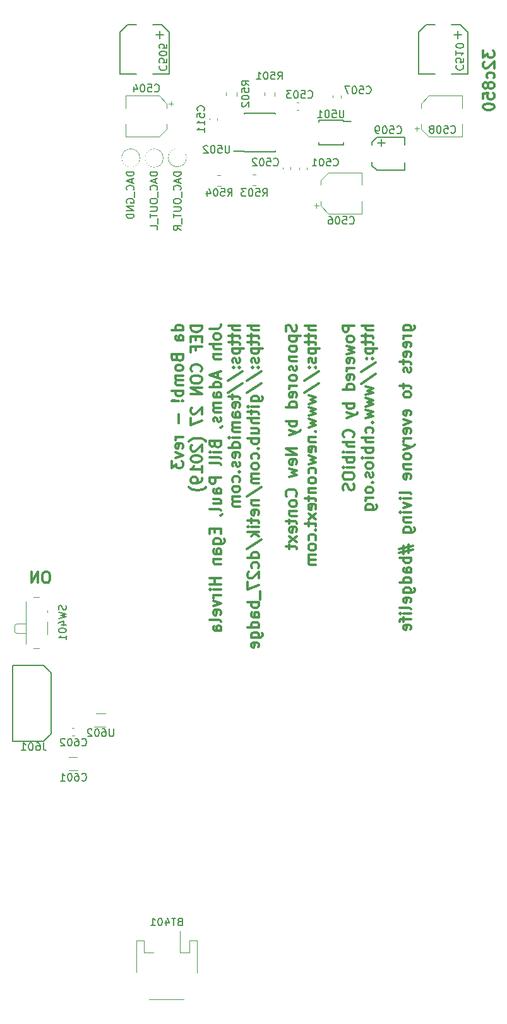
<source format=gbo>
G04 #@! TF.GenerationSoftware,KiCad,Pcbnew,(5.1.0-0)*
G04 #@! TF.CreationDate,2019-05-28T16:53:02-07:00*
G04 #@! TF.ProjectId,DC27-badge,44433237-2d62-4616-9467-652e6b696361,rev?*
G04 #@! TF.SameCoordinates,Original*
G04 #@! TF.FileFunction,Legend,Bot*
G04 #@! TF.FilePolarity,Positive*
%FSLAX46Y46*%
G04 Gerber Fmt 4.6, Leading zero omitted, Abs format (unit mm)*
G04 Created by KiCad (PCBNEW (5.1.0-0)) date 2019-05-28 16:53:02*
%MOMM*%
%LPD*%
G04 APERTURE LIST*
%ADD10C,0.300000*%
%ADD11C,0.120000*%
%ADD12C,0.150000*%
%ADD13C,0.127000*%
%ADD14C,0.007620*%
%ADD15C,0.152400*%
%ADD16C,2.400000*%
%ADD17R,2.100000X2.100000*%
%ADD18O,2.100000X2.100000*%
%ADD19C,1.450000*%
%ADD20C,1.150000*%
%ADD21C,1.275000*%
%ADD22C,3.600000*%
%ADD23C,1.924000*%
%ADD24C,2.000000*%
%ADD25C,1.375000*%
%ADD26R,1.950000X1.000000*%
%ADD27R,0.850000X0.700000*%
%ADD28C,1.900000*%
%ADD29C,1.400000*%
%ADD30R,1.200000X1.400000*%
%ADD31R,1.900000X1.100000*%
%ADD32C,1.300000*%
%ADD33C,1.650000*%
%ADD34R,2.753360X1.851660*%
%ADD35R,1.997660X3.597860*%
%ADD36R,1.602740X0.652780*%
%ADD37O,1.997660X1.299160*%
%ADD38R,1.799540X1.997660*%
%ADD39R,2.299920X2.299920*%
%ADD40O,1.200006X0.500006*%
%ADD41R,1.500000X0.650000*%
G04 APERTURE END LIST*
D10*
X90303571Y-81870000D02*
X88803571Y-81870000D01*
X90232142Y-81870000D02*
X90303571Y-81727142D01*
X90303571Y-81441428D01*
X90232142Y-81298571D01*
X90160714Y-81227142D01*
X90017857Y-81155714D01*
X89589285Y-81155714D01*
X89446428Y-81227142D01*
X89375000Y-81298571D01*
X89303571Y-81441428D01*
X89303571Y-81727142D01*
X89375000Y-81870000D01*
X90303571Y-83227142D02*
X89517857Y-83227142D01*
X89375000Y-83155714D01*
X89303571Y-83012857D01*
X89303571Y-82727142D01*
X89375000Y-82584285D01*
X90232142Y-83227142D02*
X90303571Y-83084285D01*
X90303571Y-82727142D01*
X90232142Y-82584285D01*
X90089285Y-82512857D01*
X89946428Y-82512857D01*
X89803571Y-82584285D01*
X89732142Y-82727142D01*
X89732142Y-83084285D01*
X89660714Y-83227142D01*
X89517857Y-85584285D02*
X89589285Y-85798571D01*
X89660714Y-85870000D01*
X89803571Y-85941428D01*
X90017857Y-85941428D01*
X90160714Y-85870000D01*
X90232142Y-85798571D01*
X90303571Y-85655714D01*
X90303571Y-85084285D01*
X88803571Y-85084285D01*
X88803571Y-85584285D01*
X88875000Y-85727142D01*
X88946428Y-85798571D01*
X89089285Y-85870000D01*
X89232142Y-85870000D01*
X89375000Y-85798571D01*
X89446428Y-85727142D01*
X89517857Y-85584285D01*
X89517857Y-85084285D01*
X90303571Y-86798571D02*
X90232142Y-86655714D01*
X90160714Y-86584285D01*
X90017857Y-86512857D01*
X89589285Y-86512857D01*
X89446428Y-86584285D01*
X89375000Y-86655714D01*
X89303571Y-86798571D01*
X89303571Y-87012857D01*
X89375000Y-87155714D01*
X89446428Y-87227142D01*
X89589285Y-87298571D01*
X90017857Y-87298571D01*
X90160714Y-87227142D01*
X90232142Y-87155714D01*
X90303571Y-87012857D01*
X90303571Y-86798571D01*
X90303571Y-87941428D02*
X89303571Y-87941428D01*
X89446428Y-87941428D02*
X89375000Y-88012857D01*
X89303571Y-88155714D01*
X89303571Y-88370000D01*
X89375000Y-88512857D01*
X89517857Y-88584285D01*
X90303571Y-88584285D01*
X89517857Y-88584285D02*
X89375000Y-88655714D01*
X89303571Y-88798571D01*
X89303571Y-89012857D01*
X89375000Y-89155714D01*
X89517857Y-89227142D01*
X90303571Y-89227142D01*
X90303571Y-89941428D02*
X88803571Y-89941428D01*
X89375000Y-89941428D02*
X89303571Y-90084285D01*
X89303571Y-90370000D01*
X89375000Y-90512857D01*
X89446428Y-90584285D01*
X89589285Y-90655714D01*
X90017857Y-90655714D01*
X90160714Y-90584285D01*
X90232142Y-90512857D01*
X90303571Y-90370000D01*
X90303571Y-90084285D01*
X90232142Y-89941428D01*
X90160714Y-91298571D02*
X90232142Y-91370000D01*
X90303571Y-91298571D01*
X90232142Y-91227142D01*
X90160714Y-91298571D01*
X90303571Y-91298571D01*
X89732142Y-91298571D02*
X88875000Y-91227142D01*
X88803571Y-91298571D01*
X88875000Y-91370000D01*
X89732142Y-91298571D01*
X88803571Y-91298571D01*
X89732142Y-93155714D02*
X89732142Y-94298571D01*
X90303571Y-96155714D02*
X89303571Y-96155714D01*
X89589285Y-96155714D02*
X89446428Y-96227142D01*
X89375000Y-96298571D01*
X89303571Y-96441428D01*
X89303571Y-96584285D01*
X90232142Y-97655714D02*
X90303571Y-97512857D01*
X90303571Y-97227142D01*
X90232142Y-97084285D01*
X90089285Y-97012857D01*
X89517857Y-97012857D01*
X89375000Y-97084285D01*
X89303571Y-97227142D01*
X89303571Y-97512857D01*
X89375000Y-97655714D01*
X89517857Y-97727142D01*
X89660714Y-97727142D01*
X89803571Y-97012857D01*
X89303571Y-98227142D02*
X90303571Y-98584285D01*
X89303571Y-98941428D01*
X88803571Y-99370000D02*
X88803571Y-100298571D01*
X89375000Y-99798571D01*
X89375000Y-100012857D01*
X89446428Y-100155714D01*
X89517857Y-100227142D01*
X89660714Y-100298571D01*
X90017857Y-100298571D01*
X90160714Y-100227142D01*
X90232142Y-100155714D01*
X90303571Y-100012857D01*
X90303571Y-99584285D01*
X90232142Y-99441428D01*
X90160714Y-99370000D01*
X92853571Y-81227142D02*
X91353571Y-81227142D01*
X91353571Y-81584285D01*
X91425000Y-81798571D01*
X91567857Y-81941428D01*
X91710714Y-82012857D01*
X91996428Y-82084285D01*
X92210714Y-82084285D01*
X92496428Y-82012857D01*
X92639285Y-81941428D01*
X92782142Y-81798571D01*
X92853571Y-81584285D01*
X92853571Y-81227142D01*
X92067857Y-82727142D02*
X92067857Y-83227142D01*
X92853571Y-83441428D02*
X92853571Y-82727142D01*
X91353571Y-82727142D01*
X91353571Y-83441428D01*
X92067857Y-84584285D02*
X92067857Y-84084285D01*
X92853571Y-84084285D02*
X91353571Y-84084285D01*
X91353571Y-84798571D01*
X92710714Y-87370000D02*
X92782142Y-87298571D01*
X92853571Y-87084285D01*
X92853571Y-86941428D01*
X92782142Y-86727142D01*
X92639285Y-86584285D01*
X92496428Y-86512857D01*
X92210714Y-86441428D01*
X91996428Y-86441428D01*
X91710714Y-86512857D01*
X91567857Y-86584285D01*
X91425000Y-86727142D01*
X91353571Y-86941428D01*
X91353571Y-87084285D01*
X91425000Y-87298571D01*
X91496428Y-87370000D01*
X91353571Y-88298571D02*
X91353571Y-88584285D01*
X91425000Y-88727142D01*
X91567857Y-88870000D01*
X91853571Y-88941428D01*
X92353571Y-88941428D01*
X92639285Y-88870000D01*
X92782142Y-88727142D01*
X92853571Y-88584285D01*
X92853571Y-88298571D01*
X92782142Y-88155714D01*
X92639285Y-88012857D01*
X92353571Y-87941428D01*
X91853571Y-87941428D01*
X91567857Y-88012857D01*
X91425000Y-88155714D01*
X91353571Y-88298571D01*
X92853571Y-89584285D02*
X91353571Y-89584285D01*
X92853571Y-90441428D01*
X91353571Y-90441428D01*
X91496428Y-92227142D02*
X91425000Y-92298571D01*
X91353571Y-92441428D01*
X91353571Y-92798571D01*
X91425000Y-92941428D01*
X91496428Y-93012857D01*
X91639285Y-93084285D01*
X91782142Y-93084285D01*
X91996428Y-93012857D01*
X92853571Y-92155714D01*
X92853571Y-93084285D01*
X91353571Y-93584285D02*
X91353571Y-94584285D01*
X92853571Y-93941428D01*
X93425000Y-96727142D02*
X93353571Y-96655714D01*
X93139285Y-96512857D01*
X92996428Y-96441428D01*
X92782142Y-96370000D01*
X92425000Y-96298571D01*
X92139285Y-96298571D01*
X91782142Y-96370000D01*
X91567857Y-96441428D01*
X91425000Y-96512857D01*
X91210714Y-96655714D01*
X91139285Y-96727142D01*
X91496428Y-97227142D02*
X91425000Y-97298571D01*
X91353571Y-97441428D01*
X91353571Y-97798571D01*
X91425000Y-97941428D01*
X91496428Y-98012857D01*
X91639285Y-98084285D01*
X91782142Y-98084285D01*
X91996428Y-98012857D01*
X92853571Y-97155714D01*
X92853571Y-98084285D01*
X91353571Y-99012857D02*
X91353571Y-99155714D01*
X91425000Y-99298571D01*
X91496428Y-99370000D01*
X91639285Y-99441428D01*
X91925000Y-99512857D01*
X92282142Y-99512857D01*
X92567857Y-99441428D01*
X92710714Y-99370000D01*
X92782142Y-99298571D01*
X92853571Y-99155714D01*
X92853571Y-99012857D01*
X92782142Y-98870000D01*
X92710714Y-98798571D01*
X92567857Y-98727142D01*
X92282142Y-98655714D01*
X91925000Y-98655714D01*
X91639285Y-98727142D01*
X91496428Y-98798571D01*
X91425000Y-98870000D01*
X91353571Y-99012857D01*
X92853571Y-100941428D02*
X92853571Y-100084285D01*
X92853571Y-100512857D02*
X91353571Y-100512857D01*
X91567857Y-100370000D01*
X91710714Y-100227142D01*
X91782142Y-100084285D01*
X92853571Y-101655714D02*
X92853571Y-101941428D01*
X92782142Y-102084285D01*
X92710714Y-102155714D01*
X92496428Y-102298571D01*
X92210714Y-102370000D01*
X91639285Y-102370000D01*
X91496428Y-102298571D01*
X91425000Y-102227142D01*
X91353571Y-102084285D01*
X91353571Y-101798571D01*
X91425000Y-101655714D01*
X91496428Y-101584285D01*
X91639285Y-101512857D01*
X91996428Y-101512857D01*
X92139285Y-101584285D01*
X92210714Y-101655714D01*
X92282142Y-101798571D01*
X92282142Y-102084285D01*
X92210714Y-102227142D01*
X92139285Y-102298571D01*
X91996428Y-102370000D01*
X93425000Y-102870000D02*
X93353571Y-102941428D01*
X93139285Y-103084285D01*
X92996428Y-103155714D01*
X92782142Y-103227142D01*
X92425000Y-103298571D01*
X92139285Y-103298571D01*
X91782142Y-103227142D01*
X91567857Y-103155714D01*
X91425000Y-103084285D01*
X91210714Y-102941428D01*
X91139285Y-102870000D01*
X93903571Y-81655714D02*
X94975000Y-81655714D01*
X95189285Y-81584285D01*
X95332142Y-81441428D01*
X95403571Y-81227142D01*
X95403571Y-81084285D01*
X95403571Y-82584285D02*
X95332142Y-82441428D01*
X95260714Y-82370000D01*
X95117857Y-82298571D01*
X94689285Y-82298571D01*
X94546428Y-82370000D01*
X94475000Y-82441428D01*
X94403571Y-82584285D01*
X94403571Y-82798571D01*
X94475000Y-82941428D01*
X94546428Y-83012857D01*
X94689285Y-83084285D01*
X95117857Y-83084285D01*
X95260714Y-83012857D01*
X95332142Y-82941428D01*
X95403571Y-82798571D01*
X95403571Y-82584285D01*
X95403571Y-83727142D02*
X93903571Y-83727142D01*
X95403571Y-84370000D02*
X94617857Y-84370000D01*
X94475000Y-84298571D01*
X94403571Y-84155714D01*
X94403571Y-83941428D01*
X94475000Y-83798571D01*
X94546428Y-83727142D01*
X94403571Y-85084285D02*
X95403571Y-85084285D01*
X94546428Y-85084285D02*
X94475000Y-85155714D01*
X94403571Y-85298571D01*
X94403571Y-85512857D01*
X94475000Y-85655714D01*
X94617857Y-85727142D01*
X95403571Y-85727142D01*
X94975000Y-87512857D02*
X94975000Y-88227142D01*
X95403571Y-87370000D02*
X93903571Y-87870000D01*
X95403571Y-88370000D01*
X95403571Y-89512857D02*
X93903571Y-89512857D01*
X95332142Y-89512857D02*
X95403571Y-89370000D01*
X95403571Y-89084285D01*
X95332142Y-88941428D01*
X95260714Y-88870000D01*
X95117857Y-88798571D01*
X94689285Y-88798571D01*
X94546428Y-88870000D01*
X94475000Y-88941428D01*
X94403571Y-89084285D01*
X94403571Y-89370000D01*
X94475000Y-89512857D01*
X95403571Y-90870000D02*
X94617857Y-90870000D01*
X94475000Y-90798571D01*
X94403571Y-90655714D01*
X94403571Y-90370000D01*
X94475000Y-90227142D01*
X95332142Y-90870000D02*
X95403571Y-90727142D01*
X95403571Y-90370000D01*
X95332142Y-90227142D01*
X95189285Y-90155714D01*
X95046428Y-90155714D01*
X94903571Y-90227142D01*
X94832142Y-90370000D01*
X94832142Y-90727142D01*
X94760714Y-90870000D01*
X95403571Y-91584285D02*
X94403571Y-91584285D01*
X94546428Y-91584285D02*
X94475000Y-91655714D01*
X94403571Y-91798571D01*
X94403571Y-92012857D01*
X94475000Y-92155714D01*
X94617857Y-92227142D01*
X95403571Y-92227142D01*
X94617857Y-92227142D02*
X94475000Y-92298571D01*
X94403571Y-92441428D01*
X94403571Y-92655714D01*
X94475000Y-92798571D01*
X94617857Y-92870000D01*
X95403571Y-92870000D01*
X95332142Y-93512857D02*
X95403571Y-93655714D01*
X95403571Y-93941428D01*
X95332142Y-94084285D01*
X95189285Y-94155714D01*
X95117857Y-94155714D01*
X94975000Y-94084285D01*
X94903571Y-93941428D01*
X94903571Y-93727142D01*
X94832142Y-93584285D01*
X94689285Y-93512857D01*
X94617857Y-93512857D01*
X94475000Y-93584285D01*
X94403571Y-93727142D01*
X94403571Y-93941428D01*
X94475000Y-94084285D01*
X95332142Y-94870000D02*
X95403571Y-94870000D01*
X95546428Y-94798571D01*
X95617857Y-94727142D01*
X94617857Y-97155714D02*
X94689285Y-97370000D01*
X94760714Y-97441428D01*
X94903571Y-97512857D01*
X95117857Y-97512857D01*
X95260714Y-97441428D01*
X95332142Y-97370000D01*
X95403571Y-97227142D01*
X95403571Y-96655714D01*
X93903571Y-96655714D01*
X93903571Y-97155714D01*
X93975000Y-97298571D01*
X94046428Y-97370000D01*
X94189285Y-97441428D01*
X94332142Y-97441428D01*
X94475000Y-97370000D01*
X94546428Y-97298571D01*
X94617857Y-97155714D01*
X94617857Y-96655714D01*
X95403571Y-98155714D02*
X94403571Y-98155714D01*
X93903571Y-98155714D02*
X93975000Y-98084285D01*
X94046428Y-98155714D01*
X93975000Y-98227142D01*
X93903571Y-98155714D01*
X94046428Y-98155714D01*
X95403571Y-99084285D02*
X95332142Y-98941428D01*
X95189285Y-98870000D01*
X93903571Y-98870000D01*
X95403571Y-99870000D02*
X95332142Y-99727142D01*
X95189285Y-99655714D01*
X93903571Y-99655714D01*
X95403571Y-101584285D02*
X93903571Y-101584285D01*
X93903571Y-102155714D01*
X93975000Y-102298571D01*
X94046428Y-102370000D01*
X94189285Y-102441428D01*
X94403571Y-102441428D01*
X94546428Y-102370000D01*
X94617857Y-102298571D01*
X94689285Y-102155714D01*
X94689285Y-101584285D01*
X95403571Y-103727142D02*
X94617857Y-103727142D01*
X94475000Y-103655714D01*
X94403571Y-103512857D01*
X94403571Y-103227142D01*
X94475000Y-103084285D01*
X95332142Y-103727142D02*
X95403571Y-103584285D01*
X95403571Y-103227142D01*
X95332142Y-103084285D01*
X95189285Y-103012857D01*
X95046428Y-103012857D01*
X94903571Y-103084285D01*
X94832142Y-103227142D01*
X94832142Y-103584285D01*
X94760714Y-103727142D01*
X94403571Y-105084285D02*
X95403571Y-105084285D01*
X94403571Y-104441428D02*
X95189285Y-104441428D01*
X95332142Y-104512857D01*
X95403571Y-104655714D01*
X95403571Y-104870000D01*
X95332142Y-105012857D01*
X95260714Y-105084285D01*
X95403571Y-106012857D02*
X95332142Y-105870000D01*
X95189285Y-105798571D01*
X93903571Y-105798571D01*
X95332142Y-106655714D02*
X95403571Y-106655714D01*
X95546428Y-106584285D01*
X95617857Y-106512857D01*
X94617857Y-108441428D02*
X94617857Y-108941428D01*
X95403571Y-109155714D02*
X95403571Y-108441428D01*
X93903571Y-108441428D01*
X93903571Y-109155714D01*
X94403571Y-110441428D02*
X95617857Y-110441428D01*
X95760714Y-110370000D01*
X95832142Y-110298571D01*
X95903571Y-110155714D01*
X95903571Y-109941428D01*
X95832142Y-109798571D01*
X95332142Y-110441428D02*
X95403571Y-110298571D01*
X95403571Y-110012857D01*
X95332142Y-109870000D01*
X95260714Y-109798571D01*
X95117857Y-109727142D01*
X94689285Y-109727142D01*
X94546428Y-109798571D01*
X94475000Y-109870000D01*
X94403571Y-110012857D01*
X94403571Y-110298571D01*
X94475000Y-110441428D01*
X95403571Y-111798571D02*
X94617857Y-111798571D01*
X94475000Y-111727142D01*
X94403571Y-111584285D01*
X94403571Y-111298571D01*
X94475000Y-111155714D01*
X95332142Y-111798571D02*
X95403571Y-111655714D01*
X95403571Y-111298571D01*
X95332142Y-111155714D01*
X95189285Y-111084285D01*
X95046428Y-111084285D01*
X94903571Y-111155714D01*
X94832142Y-111298571D01*
X94832142Y-111655714D01*
X94760714Y-111798571D01*
X94403571Y-112512857D02*
X95403571Y-112512857D01*
X94546428Y-112512857D02*
X94475000Y-112584285D01*
X94403571Y-112727142D01*
X94403571Y-112941428D01*
X94475000Y-113084285D01*
X94617857Y-113155714D01*
X95403571Y-113155714D01*
X95403571Y-115012857D02*
X93903571Y-115012857D01*
X94617857Y-115012857D02*
X94617857Y-115870000D01*
X95403571Y-115870000D02*
X93903571Y-115870000D01*
X95403571Y-116584285D02*
X94403571Y-116584285D01*
X93903571Y-116584285D02*
X93975000Y-116512857D01*
X94046428Y-116584285D01*
X93975000Y-116655714D01*
X93903571Y-116584285D01*
X94046428Y-116584285D01*
X95403571Y-117298571D02*
X94403571Y-117298571D01*
X94689285Y-117298571D02*
X94546428Y-117370000D01*
X94475000Y-117441428D01*
X94403571Y-117584285D01*
X94403571Y-117727142D01*
X94403571Y-118084285D02*
X95403571Y-118441428D01*
X94403571Y-118798571D01*
X95332142Y-119941428D02*
X95403571Y-119798571D01*
X95403571Y-119512857D01*
X95332142Y-119370000D01*
X95189285Y-119298571D01*
X94617857Y-119298571D01*
X94475000Y-119370000D01*
X94403571Y-119512857D01*
X94403571Y-119798571D01*
X94475000Y-119941428D01*
X94617857Y-120012857D01*
X94760714Y-120012857D01*
X94903571Y-119298571D01*
X95403571Y-120870000D02*
X95332142Y-120727142D01*
X95189285Y-120655714D01*
X93903571Y-120655714D01*
X95403571Y-122084285D02*
X94617857Y-122084285D01*
X94475000Y-122012857D01*
X94403571Y-121870000D01*
X94403571Y-121584285D01*
X94475000Y-121441428D01*
X95332142Y-122084285D02*
X95403571Y-121941428D01*
X95403571Y-121584285D01*
X95332142Y-121441428D01*
X95189285Y-121370000D01*
X95046428Y-121370000D01*
X94903571Y-121441428D01*
X94832142Y-121584285D01*
X94832142Y-121941428D01*
X94760714Y-122084285D01*
X97953571Y-81227142D02*
X96453571Y-81227142D01*
X97953571Y-81870000D02*
X97167857Y-81870000D01*
X97025000Y-81798571D01*
X96953571Y-81655714D01*
X96953571Y-81441428D01*
X97025000Y-81298571D01*
X97096428Y-81227142D01*
X96953571Y-82370000D02*
X96953571Y-82941428D01*
X96453571Y-82584285D02*
X97739285Y-82584285D01*
X97882142Y-82655714D01*
X97953571Y-82798571D01*
X97953571Y-82941428D01*
X96953571Y-83227142D02*
X96953571Y-83798571D01*
X96453571Y-83441428D02*
X97739285Y-83441428D01*
X97882142Y-83512857D01*
X97953571Y-83655714D01*
X97953571Y-83798571D01*
X96953571Y-84298571D02*
X98453571Y-84298571D01*
X97025000Y-84298571D02*
X96953571Y-84441428D01*
X96953571Y-84727142D01*
X97025000Y-84870000D01*
X97096428Y-84941428D01*
X97239285Y-85012857D01*
X97667857Y-85012857D01*
X97810714Y-84941428D01*
X97882142Y-84870000D01*
X97953571Y-84727142D01*
X97953571Y-84441428D01*
X97882142Y-84298571D01*
X97882142Y-85584285D02*
X97953571Y-85727142D01*
X97953571Y-86012857D01*
X97882142Y-86155714D01*
X97739285Y-86227142D01*
X97667857Y-86227142D01*
X97525000Y-86155714D01*
X97453571Y-86012857D01*
X97453571Y-85798571D01*
X97382142Y-85655714D01*
X97239285Y-85584285D01*
X97167857Y-85584285D01*
X97025000Y-85655714D01*
X96953571Y-85798571D01*
X96953571Y-86012857D01*
X97025000Y-86155714D01*
X97810714Y-86870000D02*
X97882142Y-86941428D01*
X97953571Y-86870000D01*
X97882142Y-86798571D01*
X97810714Y-86870000D01*
X97953571Y-86870000D01*
X97025000Y-86870000D02*
X97096428Y-86941428D01*
X97167857Y-86870000D01*
X97096428Y-86798571D01*
X97025000Y-86870000D01*
X97167857Y-86870000D01*
X96382142Y-88655714D02*
X98310714Y-87370000D01*
X96382142Y-90227142D02*
X98310714Y-88941428D01*
X96953571Y-90512857D02*
X96953571Y-91084285D01*
X96453571Y-90727142D02*
X97739285Y-90727142D01*
X97882142Y-90798571D01*
X97953571Y-90941428D01*
X97953571Y-91084285D01*
X97882142Y-92155714D02*
X97953571Y-92012857D01*
X97953571Y-91727142D01*
X97882142Y-91584285D01*
X97739285Y-91512857D01*
X97167857Y-91512857D01*
X97025000Y-91584285D01*
X96953571Y-91727142D01*
X96953571Y-92012857D01*
X97025000Y-92155714D01*
X97167857Y-92227142D01*
X97310714Y-92227142D01*
X97453571Y-91512857D01*
X97953571Y-93512857D02*
X97167857Y-93512857D01*
X97025000Y-93441428D01*
X96953571Y-93298571D01*
X96953571Y-93012857D01*
X97025000Y-92870000D01*
X97882142Y-93512857D02*
X97953571Y-93370000D01*
X97953571Y-93012857D01*
X97882142Y-92870000D01*
X97739285Y-92798571D01*
X97596428Y-92798571D01*
X97453571Y-92870000D01*
X97382142Y-93012857D01*
X97382142Y-93370000D01*
X97310714Y-93512857D01*
X97953571Y-94227142D02*
X96953571Y-94227142D01*
X97096428Y-94227142D02*
X97025000Y-94298571D01*
X96953571Y-94441428D01*
X96953571Y-94655714D01*
X97025000Y-94798571D01*
X97167857Y-94870000D01*
X97953571Y-94870000D01*
X97167857Y-94870000D02*
X97025000Y-94941428D01*
X96953571Y-95084285D01*
X96953571Y-95298571D01*
X97025000Y-95441428D01*
X97167857Y-95512857D01*
X97953571Y-95512857D01*
X97953571Y-96227142D02*
X96953571Y-96227142D01*
X96453571Y-96227142D02*
X96525000Y-96155714D01*
X96596428Y-96227142D01*
X96525000Y-96298571D01*
X96453571Y-96227142D01*
X96596428Y-96227142D01*
X97953571Y-97584285D02*
X96453571Y-97584285D01*
X97882142Y-97584285D02*
X97953571Y-97441428D01*
X97953571Y-97155714D01*
X97882142Y-97012857D01*
X97810714Y-96941428D01*
X97667857Y-96870000D01*
X97239285Y-96870000D01*
X97096428Y-96941428D01*
X97025000Y-97012857D01*
X96953571Y-97155714D01*
X96953571Y-97441428D01*
X97025000Y-97584285D01*
X97882142Y-98870000D02*
X97953571Y-98727142D01*
X97953571Y-98441428D01*
X97882142Y-98298571D01*
X97739285Y-98227142D01*
X97167857Y-98227142D01*
X97025000Y-98298571D01*
X96953571Y-98441428D01*
X96953571Y-98727142D01*
X97025000Y-98870000D01*
X97167857Y-98941428D01*
X97310714Y-98941428D01*
X97453571Y-98227142D01*
X97882142Y-99512857D02*
X97953571Y-99655714D01*
X97953571Y-99941428D01*
X97882142Y-100084285D01*
X97739285Y-100155714D01*
X97667857Y-100155714D01*
X97525000Y-100084285D01*
X97453571Y-99941428D01*
X97453571Y-99727142D01*
X97382142Y-99584285D01*
X97239285Y-99512857D01*
X97167857Y-99512857D01*
X97025000Y-99584285D01*
X96953571Y-99727142D01*
X96953571Y-99941428D01*
X97025000Y-100084285D01*
X97810714Y-100798571D02*
X97882142Y-100870000D01*
X97953571Y-100798571D01*
X97882142Y-100727142D01*
X97810714Y-100798571D01*
X97953571Y-100798571D01*
X97882142Y-102155714D02*
X97953571Y-102012857D01*
X97953571Y-101727142D01*
X97882142Y-101584285D01*
X97810714Y-101512857D01*
X97667857Y-101441428D01*
X97239285Y-101441428D01*
X97096428Y-101512857D01*
X97025000Y-101584285D01*
X96953571Y-101727142D01*
X96953571Y-102012857D01*
X97025000Y-102155714D01*
X97953571Y-103012857D02*
X97882142Y-102870000D01*
X97810714Y-102798571D01*
X97667857Y-102727142D01*
X97239285Y-102727142D01*
X97096428Y-102798571D01*
X97025000Y-102870000D01*
X96953571Y-103012857D01*
X96953571Y-103227142D01*
X97025000Y-103370000D01*
X97096428Y-103441428D01*
X97239285Y-103512857D01*
X97667857Y-103512857D01*
X97810714Y-103441428D01*
X97882142Y-103370000D01*
X97953571Y-103227142D01*
X97953571Y-103012857D01*
X97953571Y-104155714D02*
X96953571Y-104155714D01*
X97096428Y-104155714D02*
X97025000Y-104227142D01*
X96953571Y-104370000D01*
X96953571Y-104584285D01*
X97025000Y-104727142D01*
X97167857Y-104798571D01*
X97953571Y-104798571D01*
X97167857Y-104798571D02*
X97025000Y-104870000D01*
X96953571Y-105012857D01*
X96953571Y-105227142D01*
X97025000Y-105370000D01*
X97167857Y-105441428D01*
X97953571Y-105441428D01*
X100503571Y-81227142D02*
X99003571Y-81227142D01*
X100503571Y-81870000D02*
X99717857Y-81870000D01*
X99575000Y-81798571D01*
X99503571Y-81655714D01*
X99503571Y-81441428D01*
X99575000Y-81298571D01*
X99646428Y-81227142D01*
X99503571Y-82370000D02*
X99503571Y-82941428D01*
X99003571Y-82584285D02*
X100289285Y-82584285D01*
X100432142Y-82655714D01*
X100503571Y-82798571D01*
X100503571Y-82941428D01*
X99503571Y-83227142D02*
X99503571Y-83798571D01*
X99003571Y-83441428D02*
X100289285Y-83441428D01*
X100432142Y-83512857D01*
X100503571Y-83655714D01*
X100503571Y-83798571D01*
X99503571Y-84298571D02*
X101003571Y-84298571D01*
X99575000Y-84298571D02*
X99503571Y-84441428D01*
X99503571Y-84727142D01*
X99575000Y-84870000D01*
X99646428Y-84941428D01*
X99789285Y-85012857D01*
X100217857Y-85012857D01*
X100360714Y-84941428D01*
X100432142Y-84870000D01*
X100503571Y-84727142D01*
X100503571Y-84441428D01*
X100432142Y-84298571D01*
X100432142Y-85584285D02*
X100503571Y-85727142D01*
X100503571Y-86012857D01*
X100432142Y-86155714D01*
X100289285Y-86227142D01*
X100217857Y-86227142D01*
X100075000Y-86155714D01*
X100003571Y-86012857D01*
X100003571Y-85798571D01*
X99932142Y-85655714D01*
X99789285Y-85584285D01*
X99717857Y-85584285D01*
X99575000Y-85655714D01*
X99503571Y-85798571D01*
X99503571Y-86012857D01*
X99575000Y-86155714D01*
X100360714Y-86870000D02*
X100432142Y-86941428D01*
X100503571Y-86870000D01*
X100432142Y-86798571D01*
X100360714Y-86870000D01*
X100503571Y-86870000D01*
X99575000Y-86870000D02*
X99646428Y-86941428D01*
X99717857Y-86870000D01*
X99646428Y-86798571D01*
X99575000Y-86870000D01*
X99717857Y-86870000D01*
X98932142Y-88655714D02*
X100860714Y-87370000D01*
X98932142Y-90227142D02*
X100860714Y-88941428D01*
X99503571Y-91370000D02*
X100717857Y-91370000D01*
X100860714Y-91298571D01*
X100932142Y-91227142D01*
X101003571Y-91084285D01*
X101003571Y-90870000D01*
X100932142Y-90727142D01*
X100432142Y-91370000D02*
X100503571Y-91227142D01*
X100503571Y-90941428D01*
X100432142Y-90798571D01*
X100360714Y-90727142D01*
X100217857Y-90655714D01*
X99789285Y-90655714D01*
X99646428Y-90727142D01*
X99575000Y-90798571D01*
X99503571Y-90941428D01*
X99503571Y-91227142D01*
X99575000Y-91370000D01*
X100503571Y-92084285D02*
X99503571Y-92084285D01*
X99003571Y-92084285D02*
X99075000Y-92012857D01*
X99146428Y-92084285D01*
X99075000Y-92155714D01*
X99003571Y-92084285D01*
X99146428Y-92084285D01*
X99503571Y-92584285D02*
X99503571Y-93155714D01*
X99003571Y-92798571D02*
X100289285Y-92798571D01*
X100432142Y-92870000D01*
X100503571Y-93012857D01*
X100503571Y-93155714D01*
X100503571Y-93655714D02*
X99003571Y-93655714D01*
X100503571Y-94298571D02*
X99717857Y-94298571D01*
X99575000Y-94227142D01*
X99503571Y-94084285D01*
X99503571Y-93870000D01*
X99575000Y-93727142D01*
X99646428Y-93655714D01*
X99503571Y-95655714D02*
X100503571Y-95655714D01*
X99503571Y-95012857D02*
X100289285Y-95012857D01*
X100432142Y-95084285D01*
X100503571Y-95227142D01*
X100503571Y-95441428D01*
X100432142Y-95584285D01*
X100360714Y-95655714D01*
X100503571Y-96370000D02*
X99003571Y-96370000D01*
X99575000Y-96370000D02*
X99503571Y-96512857D01*
X99503571Y-96798571D01*
X99575000Y-96941428D01*
X99646428Y-97012857D01*
X99789285Y-97084285D01*
X100217857Y-97084285D01*
X100360714Y-97012857D01*
X100432142Y-96941428D01*
X100503571Y-96798571D01*
X100503571Y-96512857D01*
X100432142Y-96370000D01*
X100360714Y-97727142D02*
X100432142Y-97798571D01*
X100503571Y-97727142D01*
X100432142Y-97655714D01*
X100360714Y-97727142D01*
X100503571Y-97727142D01*
X100432142Y-99084285D02*
X100503571Y-98941428D01*
X100503571Y-98655714D01*
X100432142Y-98512857D01*
X100360714Y-98441428D01*
X100217857Y-98370000D01*
X99789285Y-98370000D01*
X99646428Y-98441428D01*
X99575000Y-98512857D01*
X99503571Y-98655714D01*
X99503571Y-98941428D01*
X99575000Y-99084285D01*
X100503571Y-99941428D02*
X100432142Y-99798571D01*
X100360714Y-99727142D01*
X100217857Y-99655714D01*
X99789285Y-99655714D01*
X99646428Y-99727142D01*
X99575000Y-99798571D01*
X99503571Y-99941428D01*
X99503571Y-100155714D01*
X99575000Y-100298571D01*
X99646428Y-100370000D01*
X99789285Y-100441428D01*
X100217857Y-100441428D01*
X100360714Y-100370000D01*
X100432142Y-100298571D01*
X100503571Y-100155714D01*
X100503571Y-99941428D01*
X100503571Y-101084285D02*
X99503571Y-101084285D01*
X99646428Y-101084285D02*
X99575000Y-101155714D01*
X99503571Y-101298571D01*
X99503571Y-101512857D01*
X99575000Y-101655714D01*
X99717857Y-101727142D01*
X100503571Y-101727142D01*
X99717857Y-101727142D02*
X99575000Y-101798571D01*
X99503571Y-101941428D01*
X99503571Y-102155714D01*
X99575000Y-102298571D01*
X99717857Y-102370000D01*
X100503571Y-102370000D01*
X98932142Y-104155714D02*
X100860714Y-102870000D01*
X99503571Y-104655714D02*
X100503571Y-104655714D01*
X99646428Y-104655714D02*
X99575000Y-104727142D01*
X99503571Y-104870000D01*
X99503571Y-105084285D01*
X99575000Y-105227142D01*
X99717857Y-105298571D01*
X100503571Y-105298571D01*
X100432142Y-106584285D02*
X100503571Y-106441428D01*
X100503571Y-106155714D01*
X100432142Y-106012857D01*
X100289285Y-105941428D01*
X99717857Y-105941428D01*
X99575000Y-106012857D01*
X99503571Y-106155714D01*
X99503571Y-106441428D01*
X99575000Y-106584285D01*
X99717857Y-106655714D01*
X99860714Y-106655714D01*
X100003571Y-105941428D01*
X99503571Y-107084285D02*
X99503571Y-107655714D01*
X99003571Y-107298571D02*
X100289285Y-107298571D01*
X100432142Y-107370000D01*
X100503571Y-107512857D01*
X100503571Y-107655714D01*
X100503571Y-108155714D02*
X99503571Y-108155714D01*
X99003571Y-108155714D02*
X99075000Y-108084285D01*
X99146428Y-108155714D01*
X99075000Y-108227142D01*
X99003571Y-108155714D01*
X99146428Y-108155714D01*
X100503571Y-108870000D02*
X99003571Y-108870000D01*
X99932142Y-109012857D02*
X100503571Y-109441428D01*
X99503571Y-109441428D02*
X100075000Y-108870000D01*
X98932142Y-111155714D02*
X100860714Y-109870000D01*
X100503571Y-112298571D02*
X99003571Y-112298571D01*
X100432142Y-112298571D02*
X100503571Y-112155714D01*
X100503571Y-111870000D01*
X100432142Y-111727142D01*
X100360714Y-111655714D01*
X100217857Y-111584285D01*
X99789285Y-111584285D01*
X99646428Y-111655714D01*
X99575000Y-111727142D01*
X99503571Y-111870000D01*
X99503571Y-112155714D01*
X99575000Y-112298571D01*
X100432142Y-113655714D02*
X100503571Y-113512857D01*
X100503571Y-113227142D01*
X100432142Y-113084285D01*
X100360714Y-113012857D01*
X100217857Y-112941428D01*
X99789285Y-112941428D01*
X99646428Y-113012857D01*
X99575000Y-113084285D01*
X99503571Y-113227142D01*
X99503571Y-113512857D01*
X99575000Y-113655714D01*
X99146428Y-114227142D02*
X99075000Y-114298571D01*
X99003571Y-114441428D01*
X99003571Y-114798571D01*
X99075000Y-114941428D01*
X99146428Y-115012857D01*
X99289285Y-115084285D01*
X99432142Y-115084285D01*
X99646428Y-115012857D01*
X100503571Y-114155714D01*
X100503571Y-115084285D01*
X99003571Y-115584285D02*
X99003571Y-116584285D01*
X100503571Y-115941428D01*
X100646428Y-116798571D02*
X100646428Y-117941428D01*
X100503571Y-118298571D02*
X99003571Y-118298571D01*
X99575000Y-118298571D02*
X99503571Y-118441428D01*
X99503571Y-118727142D01*
X99575000Y-118870000D01*
X99646428Y-118941428D01*
X99789285Y-119012857D01*
X100217857Y-119012857D01*
X100360714Y-118941428D01*
X100432142Y-118870000D01*
X100503571Y-118727142D01*
X100503571Y-118441428D01*
X100432142Y-118298571D01*
X100503571Y-120298571D02*
X99717857Y-120298571D01*
X99575000Y-120227142D01*
X99503571Y-120084285D01*
X99503571Y-119798571D01*
X99575000Y-119655714D01*
X100432142Y-120298571D02*
X100503571Y-120155714D01*
X100503571Y-119798571D01*
X100432142Y-119655714D01*
X100289285Y-119584285D01*
X100146428Y-119584285D01*
X100003571Y-119655714D01*
X99932142Y-119798571D01*
X99932142Y-120155714D01*
X99860714Y-120298571D01*
X100503571Y-121655714D02*
X99003571Y-121655714D01*
X100432142Y-121655714D02*
X100503571Y-121512857D01*
X100503571Y-121227142D01*
X100432142Y-121084285D01*
X100360714Y-121012857D01*
X100217857Y-120941428D01*
X99789285Y-120941428D01*
X99646428Y-121012857D01*
X99575000Y-121084285D01*
X99503571Y-121227142D01*
X99503571Y-121512857D01*
X99575000Y-121655714D01*
X99503571Y-123012857D02*
X100717857Y-123012857D01*
X100860714Y-122941428D01*
X100932142Y-122870000D01*
X101003571Y-122727142D01*
X101003571Y-122512857D01*
X100932142Y-122370000D01*
X100432142Y-123012857D02*
X100503571Y-122870000D01*
X100503571Y-122584285D01*
X100432142Y-122441428D01*
X100360714Y-122370000D01*
X100217857Y-122298571D01*
X99789285Y-122298571D01*
X99646428Y-122370000D01*
X99575000Y-122441428D01*
X99503571Y-122584285D01*
X99503571Y-122870000D01*
X99575000Y-123012857D01*
X100432142Y-124298571D02*
X100503571Y-124155714D01*
X100503571Y-123870000D01*
X100432142Y-123727142D01*
X100289285Y-123655714D01*
X99717857Y-123655714D01*
X99575000Y-123727142D01*
X99503571Y-123870000D01*
X99503571Y-124155714D01*
X99575000Y-124298571D01*
X99717857Y-124370000D01*
X99860714Y-124370000D01*
X100003571Y-123655714D01*
X105532142Y-81155714D02*
X105603571Y-81370000D01*
X105603571Y-81727142D01*
X105532142Y-81870000D01*
X105460714Y-81941428D01*
X105317857Y-82012857D01*
X105175000Y-82012857D01*
X105032142Y-81941428D01*
X104960714Y-81870000D01*
X104889285Y-81727142D01*
X104817857Y-81441428D01*
X104746428Y-81298571D01*
X104675000Y-81227142D01*
X104532142Y-81155714D01*
X104389285Y-81155714D01*
X104246428Y-81227142D01*
X104175000Y-81298571D01*
X104103571Y-81441428D01*
X104103571Y-81798571D01*
X104175000Y-82012857D01*
X104603571Y-82655714D02*
X106103571Y-82655714D01*
X104675000Y-82655714D02*
X104603571Y-82798571D01*
X104603571Y-83084285D01*
X104675000Y-83227142D01*
X104746428Y-83298571D01*
X104889285Y-83370000D01*
X105317857Y-83370000D01*
X105460714Y-83298571D01*
X105532142Y-83227142D01*
X105603571Y-83084285D01*
X105603571Y-82798571D01*
X105532142Y-82655714D01*
X105603571Y-84227142D02*
X105532142Y-84084285D01*
X105460714Y-84012857D01*
X105317857Y-83941428D01*
X104889285Y-83941428D01*
X104746428Y-84012857D01*
X104675000Y-84084285D01*
X104603571Y-84227142D01*
X104603571Y-84441428D01*
X104675000Y-84584285D01*
X104746428Y-84655714D01*
X104889285Y-84727142D01*
X105317857Y-84727142D01*
X105460714Y-84655714D01*
X105532142Y-84584285D01*
X105603571Y-84441428D01*
X105603571Y-84227142D01*
X104603571Y-85370000D02*
X105603571Y-85370000D01*
X104746428Y-85370000D02*
X104675000Y-85441428D01*
X104603571Y-85584285D01*
X104603571Y-85798571D01*
X104675000Y-85941428D01*
X104817857Y-86012857D01*
X105603571Y-86012857D01*
X105532142Y-86655714D02*
X105603571Y-86798571D01*
X105603571Y-87084285D01*
X105532142Y-87227142D01*
X105389285Y-87298571D01*
X105317857Y-87298571D01*
X105175000Y-87227142D01*
X105103571Y-87084285D01*
X105103571Y-86870000D01*
X105032142Y-86727142D01*
X104889285Y-86655714D01*
X104817857Y-86655714D01*
X104675000Y-86727142D01*
X104603571Y-86870000D01*
X104603571Y-87084285D01*
X104675000Y-87227142D01*
X105603571Y-88155714D02*
X105532142Y-88012857D01*
X105460714Y-87941428D01*
X105317857Y-87870000D01*
X104889285Y-87870000D01*
X104746428Y-87941428D01*
X104675000Y-88012857D01*
X104603571Y-88155714D01*
X104603571Y-88370000D01*
X104675000Y-88512857D01*
X104746428Y-88584285D01*
X104889285Y-88655714D01*
X105317857Y-88655714D01*
X105460714Y-88584285D01*
X105532142Y-88512857D01*
X105603571Y-88370000D01*
X105603571Y-88155714D01*
X105603571Y-89298571D02*
X104603571Y-89298571D01*
X104889285Y-89298571D02*
X104746428Y-89370000D01*
X104675000Y-89441428D01*
X104603571Y-89584285D01*
X104603571Y-89727142D01*
X105532142Y-90798571D02*
X105603571Y-90655714D01*
X105603571Y-90370000D01*
X105532142Y-90227142D01*
X105389285Y-90155714D01*
X104817857Y-90155714D01*
X104675000Y-90227142D01*
X104603571Y-90370000D01*
X104603571Y-90655714D01*
X104675000Y-90798571D01*
X104817857Y-90870000D01*
X104960714Y-90870000D01*
X105103571Y-90155714D01*
X105603571Y-92155714D02*
X104103571Y-92155714D01*
X105532142Y-92155714D02*
X105603571Y-92012857D01*
X105603571Y-91727142D01*
X105532142Y-91584285D01*
X105460714Y-91512857D01*
X105317857Y-91441428D01*
X104889285Y-91441428D01*
X104746428Y-91512857D01*
X104675000Y-91584285D01*
X104603571Y-91727142D01*
X104603571Y-92012857D01*
X104675000Y-92155714D01*
X105603571Y-94012857D02*
X104103571Y-94012857D01*
X104675000Y-94012857D02*
X104603571Y-94155714D01*
X104603571Y-94441428D01*
X104675000Y-94584285D01*
X104746428Y-94655714D01*
X104889285Y-94727142D01*
X105317857Y-94727142D01*
X105460714Y-94655714D01*
X105532142Y-94584285D01*
X105603571Y-94441428D01*
X105603571Y-94155714D01*
X105532142Y-94012857D01*
X104603571Y-95227142D02*
X105603571Y-95584285D01*
X104603571Y-95941428D02*
X105603571Y-95584285D01*
X105960714Y-95441428D01*
X106032142Y-95370000D01*
X106103571Y-95227142D01*
X105603571Y-97655714D02*
X104103571Y-97655714D01*
X105603571Y-98512857D01*
X104103571Y-98512857D01*
X105532142Y-99798571D02*
X105603571Y-99655714D01*
X105603571Y-99370000D01*
X105532142Y-99227142D01*
X105389285Y-99155714D01*
X104817857Y-99155714D01*
X104675000Y-99227142D01*
X104603571Y-99370000D01*
X104603571Y-99655714D01*
X104675000Y-99798571D01*
X104817857Y-99870000D01*
X104960714Y-99870000D01*
X105103571Y-99155714D01*
X104603571Y-100370000D02*
X105603571Y-100655714D01*
X104889285Y-100941428D01*
X105603571Y-101227142D01*
X104603571Y-101512857D01*
X105460714Y-104084285D02*
X105532142Y-104012857D01*
X105603571Y-103798571D01*
X105603571Y-103655714D01*
X105532142Y-103441428D01*
X105389285Y-103298571D01*
X105246428Y-103227142D01*
X104960714Y-103155714D01*
X104746428Y-103155714D01*
X104460714Y-103227142D01*
X104317857Y-103298571D01*
X104175000Y-103441428D01*
X104103571Y-103655714D01*
X104103571Y-103798571D01*
X104175000Y-104012857D01*
X104246428Y-104084285D01*
X105603571Y-104941428D02*
X105532142Y-104798571D01*
X105460714Y-104727142D01*
X105317857Y-104655714D01*
X104889285Y-104655714D01*
X104746428Y-104727142D01*
X104675000Y-104798571D01*
X104603571Y-104941428D01*
X104603571Y-105155714D01*
X104675000Y-105298571D01*
X104746428Y-105370000D01*
X104889285Y-105441428D01*
X105317857Y-105441428D01*
X105460714Y-105370000D01*
X105532142Y-105298571D01*
X105603571Y-105155714D01*
X105603571Y-104941428D01*
X104603571Y-106084285D02*
X105603571Y-106084285D01*
X104746428Y-106084285D02*
X104675000Y-106155714D01*
X104603571Y-106298571D01*
X104603571Y-106512857D01*
X104675000Y-106655714D01*
X104817857Y-106727142D01*
X105603571Y-106727142D01*
X104603571Y-107227142D02*
X104603571Y-107798571D01*
X104103571Y-107441428D02*
X105389285Y-107441428D01*
X105532142Y-107512857D01*
X105603571Y-107655714D01*
X105603571Y-107798571D01*
X105532142Y-108870000D02*
X105603571Y-108727142D01*
X105603571Y-108441428D01*
X105532142Y-108298571D01*
X105389285Y-108227142D01*
X104817857Y-108227142D01*
X104675000Y-108298571D01*
X104603571Y-108441428D01*
X104603571Y-108727142D01*
X104675000Y-108870000D01*
X104817857Y-108941428D01*
X104960714Y-108941428D01*
X105103571Y-108227142D01*
X105603571Y-109441428D02*
X104603571Y-110227142D01*
X104603571Y-109441428D02*
X105603571Y-110227142D01*
X104603571Y-110584285D02*
X104603571Y-111155714D01*
X104103571Y-110798571D02*
X105389285Y-110798571D01*
X105532142Y-110870000D01*
X105603571Y-111012857D01*
X105603571Y-111155714D01*
X108153571Y-81227142D02*
X106653571Y-81227142D01*
X108153571Y-81870000D02*
X107367857Y-81870000D01*
X107225000Y-81798571D01*
X107153571Y-81655714D01*
X107153571Y-81441428D01*
X107225000Y-81298571D01*
X107296428Y-81227142D01*
X107153571Y-82370000D02*
X107153571Y-82941428D01*
X106653571Y-82584285D02*
X107939285Y-82584285D01*
X108082142Y-82655714D01*
X108153571Y-82798571D01*
X108153571Y-82941428D01*
X107153571Y-83227142D02*
X107153571Y-83798571D01*
X106653571Y-83441428D02*
X107939285Y-83441428D01*
X108082142Y-83512857D01*
X108153571Y-83655714D01*
X108153571Y-83798571D01*
X107153571Y-84298571D02*
X108653571Y-84298571D01*
X107225000Y-84298571D02*
X107153571Y-84441428D01*
X107153571Y-84727142D01*
X107225000Y-84870000D01*
X107296428Y-84941428D01*
X107439285Y-85012857D01*
X107867857Y-85012857D01*
X108010714Y-84941428D01*
X108082142Y-84870000D01*
X108153571Y-84727142D01*
X108153571Y-84441428D01*
X108082142Y-84298571D01*
X108082142Y-85584285D02*
X108153571Y-85727142D01*
X108153571Y-86012857D01*
X108082142Y-86155714D01*
X107939285Y-86227142D01*
X107867857Y-86227142D01*
X107725000Y-86155714D01*
X107653571Y-86012857D01*
X107653571Y-85798571D01*
X107582142Y-85655714D01*
X107439285Y-85584285D01*
X107367857Y-85584285D01*
X107225000Y-85655714D01*
X107153571Y-85798571D01*
X107153571Y-86012857D01*
X107225000Y-86155714D01*
X108010714Y-86870000D02*
X108082142Y-86941428D01*
X108153571Y-86870000D01*
X108082142Y-86798571D01*
X108010714Y-86870000D01*
X108153571Y-86870000D01*
X107225000Y-86870000D02*
X107296428Y-86941428D01*
X107367857Y-86870000D01*
X107296428Y-86798571D01*
X107225000Y-86870000D01*
X107367857Y-86870000D01*
X106582142Y-88655714D02*
X108510714Y-87370000D01*
X106582142Y-90227142D02*
X108510714Y-88941428D01*
X107153571Y-90584285D02*
X108153571Y-90870000D01*
X107439285Y-91155714D01*
X108153571Y-91441428D01*
X107153571Y-91727142D01*
X107153571Y-92155714D02*
X108153571Y-92441428D01*
X107439285Y-92727142D01*
X108153571Y-93012857D01*
X107153571Y-93298571D01*
X107153571Y-93727142D02*
X108153571Y-94012857D01*
X107439285Y-94298571D01*
X108153571Y-94584285D01*
X107153571Y-94870000D01*
X108010714Y-95441428D02*
X108082142Y-95512857D01*
X108153571Y-95441428D01*
X108082142Y-95370000D01*
X108010714Y-95441428D01*
X108153571Y-95441428D01*
X107153571Y-96155714D02*
X108153571Y-96155714D01*
X107296428Y-96155714D02*
X107225000Y-96227142D01*
X107153571Y-96370000D01*
X107153571Y-96584285D01*
X107225000Y-96727142D01*
X107367857Y-96798571D01*
X108153571Y-96798571D01*
X108082142Y-98084285D02*
X108153571Y-97941428D01*
X108153571Y-97655714D01*
X108082142Y-97512857D01*
X107939285Y-97441428D01*
X107367857Y-97441428D01*
X107225000Y-97512857D01*
X107153571Y-97655714D01*
X107153571Y-97941428D01*
X107225000Y-98084285D01*
X107367857Y-98155714D01*
X107510714Y-98155714D01*
X107653571Y-97441428D01*
X107153571Y-98655714D02*
X108153571Y-98941428D01*
X107439285Y-99227142D01*
X108153571Y-99512857D01*
X107153571Y-99798571D01*
X108082142Y-101012857D02*
X108153571Y-100870000D01*
X108153571Y-100584285D01*
X108082142Y-100441428D01*
X108010714Y-100370000D01*
X107867857Y-100298571D01*
X107439285Y-100298571D01*
X107296428Y-100370000D01*
X107225000Y-100441428D01*
X107153571Y-100584285D01*
X107153571Y-100870000D01*
X107225000Y-101012857D01*
X108153571Y-101870000D02*
X108082142Y-101727142D01*
X108010714Y-101655714D01*
X107867857Y-101584285D01*
X107439285Y-101584285D01*
X107296428Y-101655714D01*
X107225000Y-101727142D01*
X107153571Y-101870000D01*
X107153571Y-102084285D01*
X107225000Y-102227142D01*
X107296428Y-102298571D01*
X107439285Y-102370000D01*
X107867857Y-102370000D01*
X108010714Y-102298571D01*
X108082142Y-102227142D01*
X108153571Y-102084285D01*
X108153571Y-101870000D01*
X107153571Y-103012857D02*
X108153571Y-103012857D01*
X107296428Y-103012857D02*
X107225000Y-103084285D01*
X107153571Y-103227142D01*
X107153571Y-103441428D01*
X107225000Y-103584285D01*
X107367857Y-103655714D01*
X108153571Y-103655714D01*
X107153571Y-104155714D02*
X107153571Y-104727142D01*
X106653571Y-104370000D02*
X107939285Y-104370000D01*
X108082142Y-104441428D01*
X108153571Y-104584285D01*
X108153571Y-104727142D01*
X108082142Y-105798571D02*
X108153571Y-105655714D01*
X108153571Y-105370000D01*
X108082142Y-105227142D01*
X107939285Y-105155714D01*
X107367857Y-105155714D01*
X107225000Y-105227142D01*
X107153571Y-105370000D01*
X107153571Y-105655714D01*
X107225000Y-105798571D01*
X107367857Y-105870000D01*
X107510714Y-105870000D01*
X107653571Y-105155714D01*
X108153571Y-106370000D02*
X107153571Y-107155714D01*
X107153571Y-106370000D02*
X108153571Y-107155714D01*
X107153571Y-107512857D02*
X107153571Y-108084285D01*
X106653571Y-107727142D02*
X107939285Y-107727142D01*
X108082142Y-107798571D01*
X108153571Y-107941428D01*
X108153571Y-108084285D01*
X108010714Y-108584285D02*
X108082142Y-108655714D01*
X108153571Y-108584285D01*
X108082142Y-108512857D01*
X108010714Y-108584285D01*
X108153571Y-108584285D01*
X108082142Y-109941428D02*
X108153571Y-109798571D01*
X108153571Y-109512857D01*
X108082142Y-109370000D01*
X108010714Y-109298571D01*
X107867857Y-109227142D01*
X107439285Y-109227142D01*
X107296428Y-109298571D01*
X107225000Y-109370000D01*
X107153571Y-109512857D01*
X107153571Y-109798571D01*
X107225000Y-109941428D01*
X108153571Y-110798571D02*
X108082142Y-110655714D01*
X108010714Y-110584285D01*
X107867857Y-110512857D01*
X107439285Y-110512857D01*
X107296428Y-110584285D01*
X107225000Y-110655714D01*
X107153571Y-110798571D01*
X107153571Y-111012857D01*
X107225000Y-111155714D01*
X107296428Y-111227142D01*
X107439285Y-111298571D01*
X107867857Y-111298571D01*
X108010714Y-111227142D01*
X108082142Y-111155714D01*
X108153571Y-111012857D01*
X108153571Y-110798571D01*
X108153571Y-111941428D02*
X107153571Y-111941428D01*
X107296428Y-111941428D02*
X107225000Y-112012857D01*
X107153571Y-112155714D01*
X107153571Y-112370000D01*
X107225000Y-112512857D01*
X107367857Y-112584285D01*
X108153571Y-112584285D01*
X107367857Y-112584285D02*
X107225000Y-112655714D01*
X107153571Y-112798571D01*
X107153571Y-113012857D01*
X107225000Y-113155714D01*
X107367857Y-113227142D01*
X108153571Y-113227142D01*
X113253571Y-81227142D02*
X111753571Y-81227142D01*
X111753571Y-81798571D01*
X111825000Y-81941428D01*
X111896428Y-82012857D01*
X112039285Y-82084285D01*
X112253571Y-82084285D01*
X112396428Y-82012857D01*
X112467857Y-81941428D01*
X112539285Y-81798571D01*
X112539285Y-81227142D01*
X113253571Y-82941428D02*
X113182142Y-82798571D01*
X113110714Y-82727142D01*
X112967857Y-82655714D01*
X112539285Y-82655714D01*
X112396428Y-82727142D01*
X112325000Y-82798571D01*
X112253571Y-82941428D01*
X112253571Y-83155714D01*
X112325000Y-83298571D01*
X112396428Y-83370000D01*
X112539285Y-83441428D01*
X112967857Y-83441428D01*
X113110714Y-83370000D01*
X113182142Y-83298571D01*
X113253571Y-83155714D01*
X113253571Y-82941428D01*
X112253571Y-83941428D02*
X113253571Y-84227142D01*
X112539285Y-84512857D01*
X113253571Y-84798571D01*
X112253571Y-85084285D01*
X113182142Y-86227142D02*
X113253571Y-86084285D01*
X113253571Y-85798571D01*
X113182142Y-85655714D01*
X113039285Y-85584285D01*
X112467857Y-85584285D01*
X112325000Y-85655714D01*
X112253571Y-85798571D01*
X112253571Y-86084285D01*
X112325000Y-86227142D01*
X112467857Y-86298571D01*
X112610714Y-86298571D01*
X112753571Y-85584285D01*
X113253571Y-86941428D02*
X112253571Y-86941428D01*
X112539285Y-86941428D02*
X112396428Y-87012857D01*
X112325000Y-87084285D01*
X112253571Y-87227142D01*
X112253571Y-87370000D01*
X113182142Y-88441428D02*
X113253571Y-88298571D01*
X113253571Y-88012857D01*
X113182142Y-87870000D01*
X113039285Y-87798571D01*
X112467857Y-87798571D01*
X112325000Y-87870000D01*
X112253571Y-88012857D01*
X112253571Y-88298571D01*
X112325000Y-88441428D01*
X112467857Y-88512857D01*
X112610714Y-88512857D01*
X112753571Y-87798571D01*
X113253571Y-89798571D02*
X111753571Y-89798571D01*
X113182142Y-89798571D02*
X113253571Y-89655714D01*
X113253571Y-89370000D01*
X113182142Y-89227142D01*
X113110714Y-89155714D01*
X112967857Y-89084285D01*
X112539285Y-89084285D01*
X112396428Y-89155714D01*
X112325000Y-89227142D01*
X112253571Y-89370000D01*
X112253571Y-89655714D01*
X112325000Y-89798571D01*
X113253571Y-91655714D02*
X111753571Y-91655714D01*
X112325000Y-91655714D02*
X112253571Y-91798571D01*
X112253571Y-92084285D01*
X112325000Y-92227142D01*
X112396428Y-92298571D01*
X112539285Y-92370000D01*
X112967857Y-92370000D01*
X113110714Y-92298571D01*
X113182142Y-92227142D01*
X113253571Y-92084285D01*
X113253571Y-91798571D01*
X113182142Y-91655714D01*
X112253571Y-92870000D02*
X113253571Y-93227142D01*
X112253571Y-93584285D02*
X113253571Y-93227142D01*
X113610714Y-93084285D01*
X113682142Y-93012857D01*
X113753571Y-92870000D01*
X113110714Y-96155714D02*
X113182142Y-96084285D01*
X113253571Y-95870000D01*
X113253571Y-95727142D01*
X113182142Y-95512857D01*
X113039285Y-95370000D01*
X112896428Y-95298571D01*
X112610714Y-95227142D01*
X112396428Y-95227142D01*
X112110714Y-95298571D01*
X111967857Y-95370000D01*
X111825000Y-95512857D01*
X111753571Y-95727142D01*
X111753571Y-95870000D01*
X111825000Y-96084285D01*
X111896428Y-96155714D01*
X113253571Y-96798571D02*
X111753571Y-96798571D01*
X113253571Y-97441428D02*
X112467857Y-97441428D01*
X112325000Y-97370000D01*
X112253571Y-97227142D01*
X112253571Y-97012857D01*
X112325000Y-96870000D01*
X112396428Y-96798571D01*
X113253571Y-98155714D02*
X112253571Y-98155714D01*
X111753571Y-98155714D02*
X111825000Y-98084285D01*
X111896428Y-98155714D01*
X111825000Y-98227142D01*
X111753571Y-98155714D01*
X111896428Y-98155714D01*
X113253571Y-98870000D02*
X111753571Y-98870000D01*
X112325000Y-98870000D02*
X112253571Y-99012857D01*
X112253571Y-99298571D01*
X112325000Y-99441428D01*
X112396428Y-99512857D01*
X112539285Y-99584285D01*
X112967857Y-99584285D01*
X113110714Y-99512857D01*
X113182142Y-99441428D01*
X113253571Y-99298571D01*
X113253571Y-99012857D01*
X113182142Y-98870000D01*
X113253571Y-100227142D02*
X112253571Y-100227142D01*
X111753571Y-100227142D02*
X111825000Y-100155714D01*
X111896428Y-100227142D01*
X111825000Y-100298571D01*
X111753571Y-100227142D01*
X111896428Y-100227142D01*
X111753571Y-101227142D02*
X111753571Y-101512857D01*
X111825000Y-101655714D01*
X111967857Y-101798571D01*
X112253571Y-101870000D01*
X112753571Y-101870000D01*
X113039285Y-101798571D01*
X113182142Y-101655714D01*
X113253571Y-101512857D01*
X113253571Y-101227142D01*
X113182142Y-101084285D01*
X113039285Y-100941428D01*
X112753571Y-100870000D01*
X112253571Y-100870000D01*
X111967857Y-100941428D01*
X111825000Y-101084285D01*
X111753571Y-101227142D01*
X113182142Y-102441428D02*
X113253571Y-102655714D01*
X113253571Y-103012857D01*
X113182142Y-103155714D01*
X113110714Y-103227142D01*
X112967857Y-103298571D01*
X112825000Y-103298571D01*
X112682142Y-103227142D01*
X112610714Y-103155714D01*
X112539285Y-103012857D01*
X112467857Y-102727142D01*
X112396428Y-102584285D01*
X112325000Y-102512857D01*
X112182142Y-102441428D01*
X112039285Y-102441428D01*
X111896428Y-102512857D01*
X111825000Y-102584285D01*
X111753571Y-102727142D01*
X111753571Y-103084285D01*
X111825000Y-103298571D01*
X115803571Y-81227142D02*
X114303571Y-81227142D01*
X115803571Y-81870000D02*
X115017857Y-81870000D01*
X114875000Y-81798571D01*
X114803571Y-81655714D01*
X114803571Y-81441428D01*
X114875000Y-81298571D01*
X114946428Y-81227142D01*
X114803571Y-82370000D02*
X114803571Y-82941428D01*
X114303571Y-82584285D02*
X115589285Y-82584285D01*
X115732142Y-82655714D01*
X115803571Y-82798571D01*
X115803571Y-82941428D01*
X114803571Y-83227142D02*
X114803571Y-83798571D01*
X114303571Y-83441428D02*
X115589285Y-83441428D01*
X115732142Y-83512857D01*
X115803571Y-83655714D01*
X115803571Y-83798571D01*
X114803571Y-84298571D02*
X116303571Y-84298571D01*
X114875000Y-84298571D02*
X114803571Y-84441428D01*
X114803571Y-84727142D01*
X114875000Y-84870000D01*
X114946428Y-84941428D01*
X115089285Y-85012857D01*
X115517857Y-85012857D01*
X115660714Y-84941428D01*
X115732142Y-84870000D01*
X115803571Y-84727142D01*
X115803571Y-84441428D01*
X115732142Y-84298571D01*
X115660714Y-85655714D02*
X115732142Y-85727142D01*
X115803571Y-85655714D01*
X115732142Y-85584285D01*
X115660714Y-85655714D01*
X115803571Y-85655714D01*
X114875000Y-85655714D02*
X114946428Y-85727142D01*
X115017857Y-85655714D01*
X114946428Y-85584285D01*
X114875000Y-85655714D01*
X115017857Y-85655714D01*
X114232142Y-87441428D02*
X116160714Y-86155714D01*
X114232142Y-89012857D02*
X116160714Y-87727142D01*
X114803571Y-89370000D02*
X115803571Y-89655714D01*
X115089285Y-89941428D01*
X115803571Y-90227142D01*
X114803571Y-90512857D01*
X114803571Y-90941428D02*
X115803571Y-91227142D01*
X115089285Y-91512857D01*
X115803571Y-91798571D01*
X114803571Y-92084285D01*
X114803571Y-92512857D02*
X115803571Y-92798571D01*
X115089285Y-93084285D01*
X115803571Y-93370000D01*
X114803571Y-93655714D01*
X115660714Y-94227142D02*
X115732142Y-94298571D01*
X115803571Y-94227142D01*
X115732142Y-94155714D01*
X115660714Y-94227142D01*
X115803571Y-94227142D01*
X115732142Y-95584285D02*
X115803571Y-95441428D01*
X115803571Y-95155714D01*
X115732142Y-95012857D01*
X115660714Y-94941428D01*
X115517857Y-94870000D01*
X115089285Y-94870000D01*
X114946428Y-94941428D01*
X114875000Y-95012857D01*
X114803571Y-95155714D01*
X114803571Y-95441428D01*
X114875000Y-95584285D01*
X115803571Y-96227142D02*
X114303571Y-96227142D01*
X115803571Y-96870000D02*
X115017857Y-96870000D01*
X114875000Y-96798571D01*
X114803571Y-96655714D01*
X114803571Y-96441428D01*
X114875000Y-96298571D01*
X114946428Y-96227142D01*
X115803571Y-97584285D02*
X114303571Y-97584285D01*
X114875000Y-97584285D02*
X114803571Y-97727142D01*
X114803571Y-98012857D01*
X114875000Y-98155714D01*
X114946428Y-98227142D01*
X115089285Y-98298571D01*
X115517857Y-98298571D01*
X115660714Y-98227142D01*
X115732142Y-98155714D01*
X115803571Y-98012857D01*
X115803571Y-97727142D01*
X115732142Y-97584285D01*
X115803571Y-98941428D02*
X114803571Y-98941428D01*
X114303571Y-98941428D02*
X114375000Y-98870000D01*
X114446428Y-98941428D01*
X114375000Y-99012857D01*
X114303571Y-98941428D01*
X114446428Y-98941428D01*
X115803571Y-99870000D02*
X115732142Y-99727142D01*
X115660714Y-99655714D01*
X115517857Y-99584285D01*
X115089285Y-99584285D01*
X114946428Y-99655714D01*
X114875000Y-99727142D01*
X114803571Y-99870000D01*
X114803571Y-100084285D01*
X114875000Y-100227142D01*
X114946428Y-100298571D01*
X115089285Y-100370000D01*
X115517857Y-100370000D01*
X115660714Y-100298571D01*
X115732142Y-100227142D01*
X115803571Y-100084285D01*
X115803571Y-99870000D01*
X115732142Y-100941428D02*
X115803571Y-101084285D01*
X115803571Y-101370000D01*
X115732142Y-101512857D01*
X115589285Y-101584285D01*
X115517857Y-101584285D01*
X115375000Y-101512857D01*
X115303571Y-101370000D01*
X115303571Y-101155714D01*
X115232142Y-101012857D01*
X115089285Y-100941428D01*
X115017857Y-100941428D01*
X114875000Y-101012857D01*
X114803571Y-101155714D01*
X114803571Y-101370000D01*
X114875000Y-101512857D01*
X115660714Y-102227142D02*
X115732142Y-102298571D01*
X115803571Y-102227142D01*
X115732142Y-102155714D01*
X115660714Y-102227142D01*
X115803571Y-102227142D01*
X115803571Y-103155714D02*
X115732142Y-103012857D01*
X115660714Y-102941428D01*
X115517857Y-102870000D01*
X115089285Y-102870000D01*
X114946428Y-102941428D01*
X114875000Y-103012857D01*
X114803571Y-103155714D01*
X114803571Y-103370000D01*
X114875000Y-103512857D01*
X114946428Y-103584285D01*
X115089285Y-103655714D01*
X115517857Y-103655714D01*
X115660714Y-103584285D01*
X115732142Y-103512857D01*
X115803571Y-103370000D01*
X115803571Y-103155714D01*
X115803571Y-104298571D02*
X114803571Y-104298571D01*
X115089285Y-104298571D02*
X114946428Y-104370000D01*
X114875000Y-104441428D01*
X114803571Y-104584285D01*
X114803571Y-104727142D01*
X114803571Y-105870000D02*
X116017857Y-105870000D01*
X116160714Y-105798571D01*
X116232142Y-105727142D01*
X116303571Y-105584285D01*
X116303571Y-105370000D01*
X116232142Y-105227142D01*
X115732142Y-105870000D02*
X115803571Y-105727142D01*
X115803571Y-105441428D01*
X115732142Y-105298571D01*
X115660714Y-105227142D01*
X115517857Y-105155714D01*
X115089285Y-105155714D01*
X114946428Y-105227142D01*
X114875000Y-105298571D01*
X114803571Y-105441428D01*
X114803571Y-105727142D01*
X114875000Y-105870000D01*
X119903571Y-81870000D02*
X121117857Y-81870000D01*
X121260714Y-81798571D01*
X121332142Y-81727142D01*
X121403571Y-81584285D01*
X121403571Y-81370000D01*
X121332142Y-81227142D01*
X120832142Y-81870000D02*
X120903571Y-81727142D01*
X120903571Y-81441428D01*
X120832142Y-81298571D01*
X120760714Y-81227142D01*
X120617857Y-81155714D01*
X120189285Y-81155714D01*
X120046428Y-81227142D01*
X119975000Y-81298571D01*
X119903571Y-81441428D01*
X119903571Y-81727142D01*
X119975000Y-81870000D01*
X120903571Y-82584285D02*
X119903571Y-82584285D01*
X120189285Y-82584285D02*
X120046428Y-82655714D01*
X119975000Y-82727142D01*
X119903571Y-82870000D01*
X119903571Y-83012857D01*
X120832142Y-84084285D02*
X120903571Y-83941428D01*
X120903571Y-83655714D01*
X120832142Y-83512857D01*
X120689285Y-83441428D01*
X120117857Y-83441428D01*
X119975000Y-83512857D01*
X119903571Y-83655714D01*
X119903571Y-83941428D01*
X119975000Y-84084285D01*
X120117857Y-84155714D01*
X120260714Y-84155714D01*
X120403571Y-83441428D01*
X120832142Y-85370000D02*
X120903571Y-85227142D01*
X120903571Y-84941428D01*
X120832142Y-84798571D01*
X120689285Y-84727142D01*
X120117857Y-84727142D01*
X119975000Y-84798571D01*
X119903571Y-84941428D01*
X119903571Y-85227142D01*
X119975000Y-85370000D01*
X120117857Y-85441428D01*
X120260714Y-85441428D01*
X120403571Y-84727142D01*
X119903571Y-85870000D02*
X119903571Y-86441428D01*
X119403571Y-86084285D02*
X120689285Y-86084285D01*
X120832142Y-86155714D01*
X120903571Y-86298571D01*
X120903571Y-86441428D01*
X120832142Y-86870000D02*
X120903571Y-87012857D01*
X120903571Y-87298571D01*
X120832142Y-87441428D01*
X120689285Y-87512857D01*
X120617857Y-87512857D01*
X120475000Y-87441428D01*
X120403571Y-87298571D01*
X120403571Y-87084285D01*
X120332142Y-86941428D01*
X120189285Y-86870000D01*
X120117857Y-86870000D01*
X119975000Y-86941428D01*
X119903571Y-87084285D01*
X119903571Y-87298571D01*
X119975000Y-87441428D01*
X119903571Y-89084285D02*
X119903571Y-89655714D01*
X119403571Y-89298571D02*
X120689285Y-89298571D01*
X120832142Y-89370000D01*
X120903571Y-89512857D01*
X120903571Y-89655714D01*
X120903571Y-90370000D02*
X120832142Y-90227142D01*
X120760714Y-90155714D01*
X120617857Y-90084285D01*
X120189285Y-90084285D01*
X120046428Y-90155714D01*
X119975000Y-90227142D01*
X119903571Y-90370000D01*
X119903571Y-90584285D01*
X119975000Y-90727142D01*
X120046428Y-90798571D01*
X120189285Y-90870000D01*
X120617857Y-90870000D01*
X120760714Y-90798571D01*
X120832142Y-90727142D01*
X120903571Y-90584285D01*
X120903571Y-90370000D01*
X120832142Y-93227142D02*
X120903571Y-93084285D01*
X120903571Y-92798571D01*
X120832142Y-92655714D01*
X120689285Y-92584285D01*
X120117857Y-92584285D01*
X119975000Y-92655714D01*
X119903571Y-92798571D01*
X119903571Y-93084285D01*
X119975000Y-93227142D01*
X120117857Y-93298571D01*
X120260714Y-93298571D01*
X120403571Y-92584285D01*
X119903571Y-93798571D02*
X120903571Y-94155714D01*
X119903571Y-94512857D01*
X120832142Y-95655714D02*
X120903571Y-95512857D01*
X120903571Y-95227142D01*
X120832142Y-95084285D01*
X120689285Y-95012857D01*
X120117857Y-95012857D01*
X119975000Y-95084285D01*
X119903571Y-95227142D01*
X119903571Y-95512857D01*
X119975000Y-95655714D01*
X120117857Y-95727142D01*
X120260714Y-95727142D01*
X120403571Y-95012857D01*
X120903571Y-96370000D02*
X119903571Y-96370000D01*
X120189285Y-96370000D02*
X120046428Y-96441428D01*
X119975000Y-96512857D01*
X119903571Y-96655714D01*
X119903571Y-96798571D01*
X119903571Y-97155714D02*
X120903571Y-97512857D01*
X119903571Y-97870000D02*
X120903571Y-97512857D01*
X121260714Y-97370000D01*
X121332142Y-97298571D01*
X121403571Y-97155714D01*
X120903571Y-98655714D02*
X120832142Y-98512857D01*
X120760714Y-98441428D01*
X120617857Y-98370000D01*
X120189285Y-98370000D01*
X120046428Y-98441428D01*
X119975000Y-98512857D01*
X119903571Y-98655714D01*
X119903571Y-98870000D01*
X119975000Y-99012857D01*
X120046428Y-99084285D01*
X120189285Y-99155714D01*
X120617857Y-99155714D01*
X120760714Y-99084285D01*
X120832142Y-99012857D01*
X120903571Y-98870000D01*
X120903571Y-98655714D01*
X119903571Y-99798571D02*
X120903571Y-99798571D01*
X120046428Y-99798571D02*
X119975000Y-99870000D01*
X119903571Y-100012857D01*
X119903571Y-100227142D01*
X119975000Y-100370000D01*
X120117857Y-100441428D01*
X120903571Y-100441428D01*
X120832142Y-101727142D02*
X120903571Y-101584285D01*
X120903571Y-101298571D01*
X120832142Y-101155714D01*
X120689285Y-101084285D01*
X120117857Y-101084285D01*
X119975000Y-101155714D01*
X119903571Y-101298571D01*
X119903571Y-101584285D01*
X119975000Y-101727142D01*
X120117857Y-101798571D01*
X120260714Y-101798571D01*
X120403571Y-101084285D01*
X120903571Y-103798571D02*
X120832142Y-103655714D01*
X120689285Y-103584285D01*
X119403571Y-103584285D01*
X120903571Y-104370000D02*
X119903571Y-104370000D01*
X119403571Y-104370000D02*
X119475000Y-104298571D01*
X119546428Y-104370000D01*
X119475000Y-104441428D01*
X119403571Y-104370000D01*
X119546428Y-104370000D01*
X119903571Y-104941428D02*
X120903571Y-105298571D01*
X119903571Y-105655714D01*
X120903571Y-106227142D02*
X119903571Y-106227142D01*
X119403571Y-106227142D02*
X119475000Y-106155714D01*
X119546428Y-106227142D01*
X119475000Y-106298571D01*
X119403571Y-106227142D01*
X119546428Y-106227142D01*
X119903571Y-106941428D02*
X120903571Y-106941428D01*
X120046428Y-106941428D02*
X119975000Y-107012857D01*
X119903571Y-107155714D01*
X119903571Y-107370000D01*
X119975000Y-107512857D01*
X120117857Y-107584285D01*
X120903571Y-107584285D01*
X119903571Y-108941428D02*
X121117857Y-108941428D01*
X121260714Y-108870000D01*
X121332142Y-108798571D01*
X121403571Y-108655714D01*
X121403571Y-108441428D01*
X121332142Y-108298571D01*
X120832142Y-108941428D02*
X120903571Y-108798571D01*
X120903571Y-108512857D01*
X120832142Y-108370000D01*
X120760714Y-108298571D01*
X120617857Y-108227142D01*
X120189285Y-108227142D01*
X120046428Y-108298571D01*
X119975000Y-108370000D01*
X119903571Y-108512857D01*
X119903571Y-108798571D01*
X119975000Y-108941428D01*
X119903571Y-110727142D02*
X119903571Y-111798571D01*
X119260714Y-111155714D02*
X121189285Y-110727142D01*
X120546428Y-111655714D02*
X120546428Y-110584285D01*
X121189285Y-111227142D02*
X119260714Y-111655714D01*
X120903571Y-112298571D02*
X119403571Y-112298571D01*
X119975000Y-112298571D02*
X119903571Y-112441428D01*
X119903571Y-112727142D01*
X119975000Y-112870000D01*
X120046428Y-112941428D01*
X120189285Y-113012857D01*
X120617857Y-113012857D01*
X120760714Y-112941428D01*
X120832142Y-112870000D01*
X120903571Y-112727142D01*
X120903571Y-112441428D01*
X120832142Y-112298571D01*
X120903571Y-114298571D02*
X120117857Y-114298571D01*
X119975000Y-114227142D01*
X119903571Y-114084285D01*
X119903571Y-113798571D01*
X119975000Y-113655714D01*
X120832142Y-114298571D02*
X120903571Y-114155714D01*
X120903571Y-113798571D01*
X120832142Y-113655714D01*
X120689285Y-113584285D01*
X120546428Y-113584285D01*
X120403571Y-113655714D01*
X120332142Y-113798571D01*
X120332142Y-114155714D01*
X120260714Y-114298571D01*
X120903571Y-115655714D02*
X119403571Y-115655714D01*
X120832142Y-115655714D02*
X120903571Y-115512857D01*
X120903571Y-115227142D01*
X120832142Y-115084285D01*
X120760714Y-115012857D01*
X120617857Y-114941428D01*
X120189285Y-114941428D01*
X120046428Y-115012857D01*
X119975000Y-115084285D01*
X119903571Y-115227142D01*
X119903571Y-115512857D01*
X119975000Y-115655714D01*
X119903571Y-117012857D02*
X121117857Y-117012857D01*
X121260714Y-116941428D01*
X121332142Y-116870000D01*
X121403571Y-116727142D01*
X121403571Y-116512857D01*
X121332142Y-116370000D01*
X120832142Y-117012857D02*
X120903571Y-116870000D01*
X120903571Y-116584285D01*
X120832142Y-116441428D01*
X120760714Y-116370000D01*
X120617857Y-116298571D01*
X120189285Y-116298571D01*
X120046428Y-116370000D01*
X119975000Y-116441428D01*
X119903571Y-116584285D01*
X119903571Y-116870000D01*
X119975000Y-117012857D01*
X120832142Y-118298571D02*
X120903571Y-118155714D01*
X120903571Y-117870000D01*
X120832142Y-117727142D01*
X120689285Y-117655714D01*
X120117857Y-117655714D01*
X119975000Y-117727142D01*
X119903571Y-117870000D01*
X119903571Y-118155714D01*
X119975000Y-118298571D01*
X120117857Y-118370000D01*
X120260714Y-118370000D01*
X120403571Y-117655714D01*
X120903571Y-119227142D02*
X120832142Y-119084285D01*
X120689285Y-119012857D01*
X119403571Y-119012857D01*
X120903571Y-119798571D02*
X119903571Y-119798571D01*
X119403571Y-119798571D02*
X119475000Y-119727142D01*
X119546428Y-119798571D01*
X119475000Y-119870000D01*
X119403571Y-119798571D01*
X119546428Y-119798571D01*
X119903571Y-120298571D02*
X119903571Y-120870000D01*
X120903571Y-120512857D02*
X119617857Y-120512857D01*
X119475000Y-120584285D01*
X119403571Y-120727142D01*
X119403571Y-120870000D01*
X120832142Y-121941428D02*
X120903571Y-121798571D01*
X120903571Y-121512857D01*
X120832142Y-121370000D01*
X120689285Y-121298571D01*
X120117857Y-121298571D01*
X119975000Y-121370000D01*
X119903571Y-121512857D01*
X119903571Y-121798571D01*
X119975000Y-121941428D01*
X120117857Y-122012857D01*
X120260714Y-122012857D01*
X120403571Y-121298571D01*
X130553571Y-44450000D02*
X130553571Y-45378571D01*
X131125000Y-44878571D01*
X131125000Y-45092857D01*
X131196428Y-45235714D01*
X131267857Y-45307142D01*
X131410714Y-45378571D01*
X131767857Y-45378571D01*
X131910714Y-45307142D01*
X131982142Y-45235714D01*
X132053571Y-45092857D01*
X132053571Y-44664285D01*
X131982142Y-44521428D01*
X131910714Y-44450000D01*
X130696428Y-45950000D02*
X130625000Y-46021428D01*
X130553571Y-46164285D01*
X130553571Y-46521428D01*
X130625000Y-46664285D01*
X130696428Y-46735714D01*
X130839285Y-46807142D01*
X130982142Y-46807142D01*
X131196428Y-46735714D01*
X132053571Y-45878571D01*
X132053571Y-46807142D01*
X131982142Y-48092857D02*
X132053571Y-47950000D01*
X132053571Y-47664285D01*
X131982142Y-47521428D01*
X131910714Y-47450000D01*
X131767857Y-47378571D01*
X131339285Y-47378571D01*
X131196428Y-47450000D01*
X131125000Y-47521428D01*
X131053571Y-47664285D01*
X131053571Y-47950000D01*
X131125000Y-48092857D01*
X131196428Y-48950000D02*
X131125000Y-48807142D01*
X131053571Y-48735714D01*
X130910714Y-48664285D01*
X130839285Y-48664285D01*
X130696428Y-48735714D01*
X130625000Y-48807142D01*
X130553571Y-48950000D01*
X130553571Y-49235714D01*
X130625000Y-49378571D01*
X130696428Y-49450000D01*
X130839285Y-49521428D01*
X130910714Y-49521428D01*
X131053571Y-49450000D01*
X131125000Y-49378571D01*
X131196428Y-49235714D01*
X131196428Y-48950000D01*
X131267857Y-48807142D01*
X131339285Y-48735714D01*
X131482142Y-48664285D01*
X131767857Y-48664285D01*
X131910714Y-48735714D01*
X131982142Y-48807142D01*
X132053571Y-48950000D01*
X132053571Y-49235714D01*
X131982142Y-49378571D01*
X131910714Y-49450000D01*
X131767857Y-49521428D01*
X131482142Y-49521428D01*
X131339285Y-49450000D01*
X131267857Y-49378571D01*
X131196428Y-49235714D01*
X130553571Y-50878571D02*
X130553571Y-50164285D01*
X131267857Y-50092857D01*
X131196428Y-50164285D01*
X131125000Y-50307142D01*
X131125000Y-50664285D01*
X131196428Y-50807142D01*
X131267857Y-50878571D01*
X131410714Y-50950000D01*
X131767857Y-50950000D01*
X131910714Y-50878571D01*
X131982142Y-50807142D01*
X132053571Y-50664285D01*
X132053571Y-50307142D01*
X131982142Y-50164285D01*
X131910714Y-50092857D01*
X130553571Y-51878571D02*
X130553571Y-52021428D01*
X130625000Y-52164285D01*
X130696428Y-52235714D01*
X130839285Y-52307142D01*
X131125000Y-52378571D01*
X131482142Y-52378571D01*
X131767857Y-52307142D01*
X131910714Y-52235714D01*
X131982142Y-52164285D01*
X132053571Y-52021428D01*
X132053571Y-51878571D01*
X131982142Y-51735714D01*
X131910714Y-51664285D01*
X131767857Y-51592857D01*
X131482142Y-51521428D01*
X131125000Y-51521428D01*
X130839285Y-51592857D01*
X130696428Y-51664285D01*
X130625000Y-51735714D01*
X130553571Y-51878571D01*
X72128571Y-114178571D02*
X71842857Y-114178571D01*
X71700000Y-114250000D01*
X71557142Y-114392857D01*
X71485714Y-114678571D01*
X71485714Y-115178571D01*
X71557142Y-115464285D01*
X71700000Y-115607142D01*
X71842857Y-115678571D01*
X72128571Y-115678571D01*
X72271428Y-115607142D01*
X72414285Y-115464285D01*
X72485714Y-115178571D01*
X72485714Y-114678571D01*
X72414285Y-114392857D01*
X72271428Y-114250000D01*
X72128571Y-114178571D01*
X70842857Y-115678571D02*
X70842857Y-114178571D01*
X69985714Y-115678571D01*
X69985714Y-114178571D01*
D11*
X84525000Y-58800000D02*
G75*
G03X84525000Y-58800000I-1200000J0D01*
G01*
X87675000Y-58825000D02*
G75*
G03X87675000Y-58825000I-1200000J0D01*
G01*
X90775000Y-58775000D02*
G75*
G03X90775000Y-58775000I-1200000J0D01*
G01*
X104710000Y-60049721D02*
X104710000Y-60375279D01*
X103690000Y-60049721D02*
X103690000Y-60375279D01*
X108237500Y-65497500D02*
X108237500Y-64872500D01*
X107925000Y-65185000D02*
X108550000Y-65185000D01*
X108790000Y-61804437D02*
X109854437Y-60740000D01*
X108790000Y-65195563D02*
X109854437Y-66260000D01*
X108790000Y-65195563D02*
X108790000Y-64560000D01*
X108790000Y-61804437D02*
X108790000Y-62440000D01*
X109854437Y-60740000D02*
X114310000Y-60740000D01*
X109854437Y-66260000D02*
X114310000Y-66260000D01*
X114310000Y-66260000D02*
X114310000Y-64560000D01*
X114310000Y-60740000D02*
X114310000Y-62440000D01*
X121687500Y-55197500D02*
X121687500Y-54572500D01*
X121375000Y-54885000D02*
X122000000Y-54885000D01*
X122240000Y-51504437D02*
X123304437Y-50440000D01*
X122240000Y-54895563D02*
X123304437Y-55960000D01*
X122240000Y-54895563D02*
X122240000Y-54260000D01*
X122240000Y-51504437D02*
X122240000Y-52140000D01*
X123304437Y-50440000D02*
X127760000Y-50440000D01*
X123304437Y-55960000D02*
X127760000Y-55960000D01*
X127760000Y-55960000D02*
X127760000Y-54260000D01*
X127760000Y-50440000D02*
X127760000Y-52140000D01*
X102650000Y-50023922D02*
X102650000Y-50541078D01*
X101230000Y-50023922D02*
X101230000Y-50541078D01*
D12*
X98525000Y-57925000D02*
X97125000Y-57925000D01*
X98525000Y-52825000D02*
X102675000Y-52825000D01*
X98525000Y-57975000D02*
X102675000Y-57975000D01*
X98525000Y-52825000D02*
X98525000Y-52970000D01*
X102675000Y-52825000D02*
X102675000Y-52970000D01*
X102675000Y-57975000D02*
X102675000Y-57830000D01*
X98525000Y-57975000D02*
X98525000Y-57925000D01*
D11*
X88712500Y-51202500D02*
X88712500Y-51827500D01*
X89025000Y-51515000D02*
X88400000Y-51515000D01*
X88160000Y-54895563D02*
X87095563Y-55960000D01*
X88160000Y-51504437D02*
X87095563Y-50440000D01*
X88160000Y-51504437D02*
X88160000Y-52140000D01*
X88160000Y-54895563D02*
X88160000Y-54260000D01*
X87095563Y-55960000D02*
X82640000Y-55960000D01*
X87095563Y-50440000D02*
X82640000Y-50440000D01*
X82640000Y-50440000D02*
X82640000Y-52140000D01*
X82640000Y-55960000D02*
X82640000Y-54260000D01*
X94941422Y-61090000D02*
X95458578Y-61090000D01*
X94941422Y-62510000D02*
X95458578Y-62510000D01*
X96120000Y-50521078D02*
X96120000Y-50003922D01*
X97540000Y-50521078D02*
X97540000Y-50003922D01*
X99641422Y-61040000D02*
X100158578Y-61040000D01*
X99641422Y-62460000D02*
X100158578Y-62460000D01*
X78400000Y-134980000D02*
X79950000Y-134980000D01*
X79950000Y-133180000D02*
X78650000Y-133180000D01*
X90490000Y-171410000D02*
X85810000Y-171410000D01*
X85110000Y-165190000D02*
X86390000Y-165190000D01*
X85110000Y-163590000D02*
X85110000Y-165190000D01*
X84090000Y-163590000D02*
X85110000Y-163590000D01*
X84090000Y-167840000D02*
X84090000Y-163590000D01*
X89910000Y-165190000D02*
X89910000Y-162300000D01*
X91190000Y-165190000D02*
X89910000Y-165190000D01*
X91190000Y-163590000D02*
X91190000Y-165190000D01*
X92210000Y-163590000D02*
X91190000Y-163590000D01*
X92210000Y-167840000D02*
X92210000Y-163590000D01*
X70280000Y-117550000D02*
X71070000Y-117550000D01*
X71070000Y-124450000D02*
X70280000Y-124450000D01*
X72120000Y-122600000D02*
X72120000Y-120900000D01*
X69270000Y-123850000D02*
X69270000Y-118150000D01*
X67980000Y-121100000D02*
X69270000Y-121100000D01*
X67770000Y-122200000D02*
X67770000Y-121300000D01*
X69270000Y-122400000D02*
X67980000Y-122400000D01*
X67980000Y-121100000D02*
X67770000Y-121300000D01*
X67980000Y-122400000D02*
X67770000Y-122200000D01*
X72120000Y-119600000D02*
X72120000Y-119400000D01*
X75477221Y-135120000D02*
X75802779Y-135120000D01*
X75477221Y-136140000D02*
X75802779Y-136140000D01*
X93890000Y-53775279D02*
X93890000Y-53449721D01*
X94910000Y-53775279D02*
X94910000Y-53449721D01*
X110450000Y-50775279D02*
X110450000Y-50449721D01*
X111470000Y-50775279D02*
X111470000Y-50449721D01*
X106960000Y-60059721D02*
X106960000Y-60385279D01*
X105940000Y-60059721D02*
X105940000Y-60385279D01*
X105574721Y-51390000D02*
X105900279Y-51390000D01*
X105574721Y-52410000D02*
X105900279Y-52410000D01*
X75037936Y-139000000D02*
X76242064Y-139000000D01*
X75037936Y-140820000D02*
X76242064Y-140820000D01*
D13*
X116901780Y-56251020D02*
X116901780Y-57251780D01*
X117402160Y-56751400D02*
X116401400Y-56751400D01*
X115700360Y-56687900D02*
X115700360Y-57051120D01*
X116337900Y-56050360D02*
X115700360Y-56687900D01*
X120099640Y-56050360D02*
X116337900Y-56050360D01*
X120099640Y-57051120D02*
X120099640Y-56050360D01*
X115700360Y-59812100D02*
X115700360Y-59349820D01*
X116337900Y-60449640D02*
X115700360Y-59812100D01*
X120099640Y-60449640D02*
X116337900Y-60449640D01*
X120099640Y-59448880D02*
X120099640Y-60449640D01*
X126299820Y-47599460D02*
X128499460Y-47599460D01*
X128499460Y-47599460D02*
X128499460Y-42001300D01*
X128499460Y-42001300D02*
X127498700Y-41000540D01*
X127498700Y-41000540D02*
X126299820Y-41000540D01*
X124100180Y-47599460D02*
X121900540Y-47599460D01*
X121900540Y-47599460D02*
X121900540Y-42001300D01*
X121900540Y-42001300D02*
X122901300Y-41000540D01*
X122901300Y-41000540D02*
X124100180Y-41000540D01*
X127198980Y-42801400D02*
X127198980Y-41800640D01*
X126698600Y-42301020D02*
X127699360Y-42301020D01*
X86299820Y-47599460D02*
X88499460Y-47599460D01*
X88499460Y-47599460D02*
X88499460Y-42001300D01*
X88499460Y-42001300D02*
X87498700Y-41000540D01*
X87498700Y-41000540D02*
X86299820Y-41000540D01*
X84100180Y-47599460D02*
X81900540Y-47599460D01*
X81900540Y-47599460D02*
X81900540Y-42001300D01*
X81900540Y-42001300D02*
X82901300Y-41000540D01*
X82901300Y-41000540D02*
X84100180Y-41000540D01*
X87198980Y-42801400D02*
X87198980Y-41800640D01*
X86698600Y-42301020D02*
X87699360Y-42301020D01*
X67475040Y-136880000D02*
X67475040Y-126720000D01*
X67475040Y-136880000D02*
X71627940Y-136880000D01*
X71627940Y-136880000D02*
X72628700Y-135879239D01*
X72628700Y-135879239D02*
X72628699Y-127720759D01*
X72628699Y-127720759D02*
X71627940Y-126720000D01*
X71627940Y-126720000D02*
X67475040Y-126720000D01*
D14*
X69280980Y-135348380D02*
X68582480Y-135348380D01*
D12*
X111825000Y-53775000D02*
X111825000Y-53950000D01*
X108575000Y-53775000D02*
X108575000Y-54050000D01*
X108575000Y-57025000D02*
X108575000Y-56750000D01*
X111825000Y-57025000D02*
X111825000Y-56750000D01*
X111825000Y-53775000D02*
X108575000Y-53775000D01*
X111825000Y-57025000D02*
X108575000Y-57025000D01*
X111825000Y-53950000D02*
X112900000Y-53950000D01*
X83752380Y-60654761D02*
X82752380Y-60654761D01*
X82752380Y-60892857D01*
X82800000Y-61035714D01*
X82895238Y-61130952D01*
X82990476Y-61178571D01*
X83180952Y-61226190D01*
X83323809Y-61226190D01*
X83514285Y-61178571D01*
X83609523Y-61130952D01*
X83704761Y-61035714D01*
X83752380Y-60892857D01*
X83752380Y-60654761D01*
X83466666Y-61607142D02*
X83466666Y-62083333D01*
X83752380Y-61511904D02*
X82752380Y-61845238D01*
X83752380Y-62178571D01*
X83657142Y-63083333D02*
X83704761Y-63035714D01*
X83752380Y-62892857D01*
X83752380Y-62797619D01*
X83704761Y-62654761D01*
X83609523Y-62559523D01*
X83514285Y-62511904D01*
X83323809Y-62464285D01*
X83180952Y-62464285D01*
X82990476Y-62511904D01*
X82895238Y-62559523D01*
X82800000Y-62654761D01*
X82752380Y-62797619D01*
X82752380Y-62892857D01*
X82800000Y-63035714D01*
X82847619Y-63083333D01*
X83847619Y-63273809D02*
X83847619Y-64035714D01*
X82800000Y-64797619D02*
X82752380Y-64702380D01*
X82752380Y-64559523D01*
X82800000Y-64416666D01*
X82895238Y-64321428D01*
X82990476Y-64273809D01*
X83180952Y-64226190D01*
X83323809Y-64226190D01*
X83514285Y-64273809D01*
X83609523Y-64321428D01*
X83704761Y-64416666D01*
X83752380Y-64559523D01*
X83752380Y-64654761D01*
X83704761Y-64797619D01*
X83657142Y-64845238D01*
X83323809Y-64845238D01*
X83323809Y-64654761D01*
X83752380Y-65273809D02*
X82752380Y-65273809D01*
X83752380Y-65845238D01*
X82752380Y-65845238D01*
X83752380Y-66321428D02*
X82752380Y-66321428D01*
X82752380Y-66559523D01*
X82800000Y-66702380D01*
X82895238Y-66797619D01*
X82990476Y-66845238D01*
X83180952Y-66892857D01*
X83323809Y-66892857D01*
X83514285Y-66845238D01*
X83609523Y-66797619D01*
X83704761Y-66702380D01*
X83752380Y-66559523D01*
X83752380Y-66321428D01*
X86902380Y-60664285D02*
X85902380Y-60664285D01*
X85902380Y-60902380D01*
X85950000Y-61045238D01*
X86045238Y-61140476D01*
X86140476Y-61188095D01*
X86330952Y-61235714D01*
X86473809Y-61235714D01*
X86664285Y-61188095D01*
X86759523Y-61140476D01*
X86854761Y-61045238D01*
X86902380Y-60902380D01*
X86902380Y-60664285D01*
X86616666Y-61616666D02*
X86616666Y-62092857D01*
X86902380Y-61521428D02*
X85902380Y-61854761D01*
X86902380Y-62188095D01*
X86807142Y-63092857D02*
X86854761Y-63045238D01*
X86902380Y-62902380D01*
X86902380Y-62807142D01*
X86854761Y-62664285D01*
X86759523Y-62569047D01*
X86664285Y-62521428D01*
X86473809Y-62473809D01*
X86330952Y-62473809D01*
X86140476Y-62521428D01*
X86045238Y-62569047D01*
X85950000Y-62664285D01*
X85902380Y-62807142D01*
X85902380Y-62902380D01*
X85950000Y-63045238D01*
X85997619Y-63092857D01*
X86997619Y-63283333D02*
X86997619Y-64045238D01*
X85902380Y-64473809D02*
X85902380Y-64664285D01*
X85950000Y-64759523D01*
X86045238Y-64854761D01*
X86235714Y-64902380D01*
X86569047Y-64902380D01*
X86759523Y-64854761D01*
X86854761Y-64759523D01*
X86902380Y-64664285D01*
X86902380Y-64473809D01*
X86854761Y-64378571D01*
X86759523Y-64283333D01*
X86569047Y-64235714D01*
X86235714Y-64235714D01*
X86045238Y-64283333D01*
X85950000Y-64378571D01*
X85902380Y-64473809D01*
X85902380Y-65330952D02*
X86711904Y-65330952D01*
X86807142Y-65378571D01*
X86854761Y-65426190D01*
X86902380Y-65521428D01*
X86902380Y-65711904D01*
X86854761Y-65807142D01*
X86807142Y-65854761D01*
X86711904Y-65902380D01*
X85902380Y-65902380D01*
X85902380Y-66235714D02*
X85902380Y-66807142D01*
X86902380Y-66521428D02*
X85902380Y-66521428D01*
X86997619Y-66902380D02*
X86997619Y-67664285D01*
X86902380Y-68378571D02*
X86902380Y-67902380D01*
X85902380Y-67902380D01*
X90052380Y-60669047D02*
X89052380Y-60669047D01*
X89052380Y-60907142D01*
X89100000Y-61050000D01*
X89195238Y-61145238D01*
X89290476Y-61192857D01*
X89480952Y-61240476D01*
X89623809Y-61240476D01*
X89814285Y-61192857D01*
X89909523Y-61145238D01*
X90004761Y-61050000D01*
X90052380Y-60907142D01*
X90052380Y-60669047D01*
X89766666Y-61621428D02*
X89766666Y-62097619D01*
X90052380Y-61526190D02*
X89052380Y-61859523D01*
X90052380Y-62192857D01*
X89957142Y-63097619D02*
X90004761Y-63050000D01*
X90052380Y-62907142D01*
X90052380Y-62811904D01*
X90004761Y-62669047D01*
X89909523Y-62573809D01*
X89814285Y-62526190D01*
X89623809Y-62478571D01*
X89480952Y-62478571D01*
X89290476Y-62526190D01*
X89195238Y-62573809D01*
X89100000Y-62669047D01*
X89052380Y-62811904D01*
X89052380Y-62907142D01*
X89100000Y-63050000D01*
X89147619Y-63097619D01*
X90147619Y-63288095D02*
X90147619Y-64050000D01*
X89052380Y-64478571D02*
X89052380Y-64669047D01*
X89100000Y-64764285D01*
X89195238Y-64859523D01*
X89385714Y-64907142D01*
X89719047Y-64907142D01*
X89909523Y-64859523D01*
X90004761Y-64764285D01*
X90052380Y-64669047D01*
X90052380Y-64478571D01*
X90004761Y-64383333D01*
X89909523Y-64288095D01*
X89719047Y-64240476D01*
X89385714Y-64240476D01*
X89195238Y-64288095D01*
X89100000Y-64383333D01*
X89052380Y-64478571D01*
X89052380Y-65335714D02*
X89861904Y-65335714D01*
X89957142Y-65383333D01*
X90004761Y-65430952D01*
X90052380Y-65526190D01*
X90052380Y-65716666D01*
X90004761Y-65811904D01*
X89957142Y-65859523D01*
X89861904Y-65907142D01*
X89052380Y-65907142D01*
X89052380Y-66240476D02*
X89052380Y-66811904D01*
X90052380Y-66526190D02*
X89052380Y-66526190D01*
X90147619Y-66907142D02*
X90147619Y-67669047D01*
X90052380Y-68478571D02*
X89576190Y-68145238D01*
X90052380Y-67907142D02*
X89052380Y-67907142D01*
X89052380Y-68288095D01*
X89100000Y-68383333D01*
X89147619Y-68430952D01*
X89242857Y-68478571D01*
X89385714Y-68478571D01*
X89480952Y-68430952D01*
X89528571Y-68383333D01*
X89576190Y-68288095D01*
X89576190Y-67907142D01*
X102494047Y-59757142D02*
X102541666Y-59804761D01*
X102684523Y-59852380D01*
X102779761Y-59852380D01*
X102922619Y-59804761D01*
X103017857Y-59709523D01*
X103065476Y-59614285D01*
X103113095Y-59423809D01*
X103113095Y-59280952D01*
X103065476Y-59090476D01*
X103017857Y-58995238D01*
X102922619Y-58900000D01*
X102779761Y-58852380D01*
X102684523Y-58852380D01*
X102541666Y-58900000D01*
X102494047Y-58947619D01*
X101589285Y-58852380D02*
X102065476Y-58852380D01*
X102113095Y-59328571D01*
X102065476Y-59280952D01*
X101970238Y-59233333D01*
X101732142Y-59233333D01*
X101636904Y-59280952D01*
X101589285Y-59328571D01*
X101541666Y-59423809D01*
X101541666Y-59661904D01*
X101589285Y-59757142D01*
X101636904Y-59804761D01*
X101732142Y-59852380D01*
X101970238Y-59852380D01*
X102065476Y-59804761D01*
X102113095Y-59757142D01*
X100922619Y-58852380D02*
X100827380Y-58852380D01*
X100732142Y-58900000D01*
X100684523Y-58947619D01*
X100636904Y-59042857D01*
X100589285Y-59233333D01*
X100589285Y-59471428D01*
X100636904Y-59661904D01*
X100684523Y-59757142D01*
X100732142Y-59804761D01*
X100827380Y-59852380D01*
X100922619Y-59852380D01*
X101017857Y-59804761D01*
X101065476Y-59757142D01*
X101113095Y-59661904D01*
X101160714Y-59471428D01*
X101160714Y-59233333D01*
X101113095Y-59042857D01*
X101065476Y-58947619D01*
X101017857Y-58900000D01*
X100922619Y-58852380D01*
X100208333Y-58947619D02*
X100160714Y-58900000D01*
X100065476Y-58852380D01*
X99827380Y-58852380D01*
X99732142Y-58900000D01*
X99684523Y-58947619D01*
X99636904Y-59042857D01*
X99636904Y-59138095D01*
X99684523Y-59280952D01*
X100255952Y-59852380D01*
X99636904Y-59852380D01*
X112669047Y-67557142D02*
X112716666Y-67604761D01*
X112859523Y-67652380D01*
X112954761Y-67652380D01*
X113097619Y-67604761D01*
X113192857Y-67509523D01*
X113240476Y-67414285D01*
X113288095Y-67223809D01*
X113288095Y-67080952D01*
X113240476Y-66890476D01*
X113192857Y-66795238D01*
X113097619Y-66700000D01*
X112954761Y-66652380D01*
X112859523Y-66652380D01*
X112716666Y-66700000D01*
X112669047Y-66747619D01*
X111764285Y-66652380D02*
X112240476Y-66652380D01*
X112288095Y-67128571D01*
X112240476Y-67080952D01*
X112145238Y-67033333D01*
X111907142Y-67033333D01*
X111811904Y-67080952D01*
X111764285Y-67128571D01*
X111716666Y-67223809D01*
X111716666Y-67461904D01*
X111764285Y-67557142D01*
X111811904Y-67604761D01*
X111907142Y-67652380D01*
X112145238Y-67652380D01*
X112240476Y-67604761D01*
X112288095Y-67557142D01*
X111097619Y-66652380D02*
X111002380Y-66652380D01*
X110907142Y-66700000D01*
X110859523Y-66747619D01*
X110811904Y-66842857D01*
X110764285Y-67033333D01*
X110764285Y-67271428D01*
X110811904Y-67461904D01*
X110859523Y-67557142D01*
X110907142Y-67604761D01*
X111002380Y-67652380D01*
X111097619Y-67652380D01*
X111192857Y-67604761D01*
X111240476Y-67557142D01*
X111288095Y-67461904D01*
X111335714Y-67271428D01*
X111335714Y-67033333D01*
X111288095Y-66842857D01*
X111240476Y-66747619D01*
X111192857Y-66700000D01*
X111097619Y-66652380D01*
X109907142Y-66652380D02*
X110097619Y-66652380D01*
X110192857Y-66700000D01*
X110240476Y-66747619D01*
X110335714Y-66890476D01*
X110383333Y-67080952D01*
X110383333Y-67461904D01*
X110335714Y-67557142D01*
X110288095Y-67604761D01*
X110192857Y-67652380D01*
X110002380Y-67652380D01*
X109907142Y-67604761D01*
X109859523Y-67557142D01*
X109811904Y-67461904D01*
X109811904Y-67223809D01*
X109859523Y-67128571D01*
X109907142Y-67080952D01*
X110002380Y-67033333D01*
X110192857Y-67033333D01*
X110288095Y-67080952D01*
X110335714Y-67128571D01*
X110383333Y-67223809D01*
X126259047Y-55387142D02*
X126306666Y-55434761D01*
X126449523Y-55482380D01*
X126544761Y-55482380D01*
X126687619Y-55434761D01*
X126782857Y-55339523D01*
X126830476Y-55244285D01*
X126878095Y-55053809D01*
X126878095Y-54910952D01*
X126830476Y-54720476D01*
X126782857Y-54625238D01*
X126687619Y-54530000D01*
X126544761Y-54482380D01*
X126449523Y-54482380D01*
X126306666Y-54530000D01*
X126259047Y-54577619D01*
X125354285Y-54482380D02*
X125830476Y-54482380D01*
X125878095Y-54958571D01*
X125830476Y-54910952D01*
X125735238Y-54863333D01*
X125497142Y-54863333D01*
X125401904Y-54910952D01*
X125354285Y-54958571D01*
X125306666Y-55053809D01*
X125306666Y-55291904D01*
X125354285Y-55387142D01*
X125401904Y-55434761D01*
X125497142Y-55482380D01*
X125735238Y-55482380D01*
X125830476Y-55434761D01*
X125878095Y-55387142D01*
X124687619Y-54482380D02*
X124592380Y-54482380D01*
X124497142Y-54530000D01*
X124449523Y-54577619D01*
X124401904Y-54672857D01*
X124354285Y-54863333D01*
X124354285Y-55101428D01*
X124401904Y-55291904D01*
X124449523Y-55387142D01*
X124497142Y-55434761D01*
X124592380Y-55482380D01*
X124687619Y-55482380D01*
X124782857Y-55434761D01*
X124830476Y-55387142D01*
X124878095Y-55291904D01*
X124925714Y-55101428D01*
X124925714Y-54863333D01*
X124878095Y-54672857D01*
X124830476Y-54577619D01*
X124782857Y-54530000D01*
X124687619Y-54482380D01*
X123782857Y-54910952D02*
X123878095Y-54863333D01*
X123925714Y-54815714D01*
X123973333Y-54720476D01*
X123973333Y-54672857D01*
X123925714Y-54577619D01*
X123878095Y-54530000D01*
X123782857Y-54482380D01*
X123592380Y-54482380D01*
X123497142Y-54530000D01*
X123449523Y-54577619D01*
X123401904Y-54672857D01*
X123401904Y-54720476D01*
X123449523Y-54815714D01*
X123497142Y-54863333D01*
X123592380Y-54910952D01*
X123782857Y-54910952D01*
X123878095Y-54958571D01*
X123925714Y-55006190D01*
X123973333Y-55101428D01*
X123973333Y-55291904D01*
X123925714Y-55387142D01*
X123878095Y-55434761D01*
X123782857Y-55482380D01*
X123592380Y-55482380D01*
X123497142Y-55434761D01*
X123449523Y-55387142D01*
X123401904Y-55291904D01*
X123401904Y-55101428D01*
X123449523Y-55006190D01*
X123497142Y-54958571D01*
X123592380Y-54910952D01*
X103044047Y-48277380D02*
X103377380Y-47801190D01*
X103615476Y-48277380D02*
X103615476Y-47277380D01*
X103234523Y-47277380D01*
X103139285Y-47325000D01*
X103091666Y-47372619D01*
X103044047Y-47467857D01*
X103044047Y-47610714D01*
X103091666Y-47705952D01*
X103139285Y-47753571D01*
X103234523Y-47801190D01*
X103615476Y-47801190D01*
X102139285Y-47277380D02*
X102615476Y-47277380D01*
X102663095Y-47753571D01*
X102615476Y-47705952D01*
X102520238Y-47658333D01*
X102282142Y-47658333D01*
X102186904Y-47705952D01*
X102139285Y-47753571D01*
X102091666Y-47848809D01*
X102091666Y-48086904D01*
X102139285Y-48182142D01*
X102186904Y-48229761D01*
X102282142Y-48277380D01*
X102520238Y-48277380D01*
X102615476Y-48229761D01*
X102663095Y-48182142D01*
X101472619Y-47277380D02*
X101377380Y-47277380D01*
X101282142Y-47325000D01*
X101234523Y-47372619D01*
X101186904Y-47467857D01*
X101139285Y-47658333D01*
X101139285Y-47896428D01*
X101186904Y-48086904D01*
X101234523Y-48182142D01*
X101282142Y-48229761D01*
X101377380Y-48277380D01*
X101472619Y-48277380D01*
X101567857Y-48229761D01*
X101615476Y-48182142D01*
X101663095Y-48086904D01*
X101710714Y-47896428D01*
X101710714Y-47658333D01*
X101663095Y-47467857D01*
X101615476Y-47372619D01*
X101567857Y-47325000D01*
X101472619Y-47277380D01*
X100186904Y-48277380D02*
X100758333Y-48277380D01*
X100472619Y-48277380D02*
X100472619Y-47277380D01*
X100567857Y-47420238D01*
X100663095Y-47515476D01*
X100758333Y-47563095D01*
X96564285Y-57127380D02*
X96564285Y-57936904D01*
X96516666Y-58032142D01*
X96469047Y-58079761D01*
X96373809Y-58127380D01*
X96183333Y-58127380D01*
X96088095Y-58079761D01*
X96040476Y-58032142D01*
X95992857Y-57936904D01*
X95992857Y-57127380D01*
X95040476Y-57127380D02*
X95516666Y-57127380D01*
X95564285Y-57603571D01*
X95516666Y-57555952D01*
X95421428Y-57508333D01*
X95183333Y-57508333D01*
X95088095Y-57555952D01*
X95040476Y-57603571D01*
X94992857Y-57698809D01*
X94992857Y-57936904D01*
X95040476Y-58032142D01*
X95088095Y-58079761D01*
X95183333Y-58127380D01*
X95421428Y-58127380D01*
X95516666Y-58079761D01*
X95564285Y-58032142D01*
X94373809Y-57127380D02*
X94278571Y-57127380D01*
X94183333Y-57175000D01*
X94135714Y-57222619D01*
X94088095Y-57317857D01*
X94040476Y-57508333D01*
X94040476Y-57746428D01*
X94088095Y-57936904D01*
X94135714Y-58032142D01*
X94183333Y-58079761D01*
X94278571Y-58127380D01*
X94373809Y-58127380D01*
X94469047Y-58079761D01*
X94516666Y-58032142D01*
X94564285Y-57936904D01*
X94611904Y-57746428D01*
X94611904Y-57508333D01*
X94564285Y-57317857D01*
X94516666Y-57222619D01*
X94469047Y-57175000D01*
X94373809Y-57127380D01*
X93659523Y-57222619D02*
X93611904Y-57175000D01*
X93516666Y-57127380D01*
X93278571Y-57127380D01*
X93183333Y-57175000D01*
X93135714Y-57222619D01*
X93088095Y-57317857D01*
X93088095Y-57413095D01*
X93135714Y-57555952D01*
X93707142Y-58127380D01*
X93088095Y-58127380D01*
X86519047Y-49857142D02*
X86566666Y-49904761D01*
X86709523Y-49952380D01*
X86804761Y-49952380D01*
X86947619Y-49904761D01*
X87042857Y-49809523D01*
X87090476Y-49714285D01*
X87138095Y-49523809D01*
X87138095Y-49380952D01*
X87090476Y-49190476D01*
X87042857Y-49095238D01*
X86947619Y-49000000D01*
X86804761Y-48952380D01*
X86709523Y-48952380D01*
X86566666Y-49000000D01*
X86519047Y-49047619D01*
X85614285Y-48952380D02*
X86090476Y-48952380D01*
X86138095Y-49428571D01*
X86090476Y-49380952D01*
X85995238Y-49333333D01*
X85757142Y-49333333D01*
X85661904Y-49380952D01*
X85614285Y-49428571D01*
X85566666Y-49523809D01*
X85566666Y-49761904D01*
X85614285Y-49857142D01*
X85661904Y-49904761D01*
X85757142Y-49952380D01*
X85995238Y-49952380D01*
X86090476Y-49904761D01*
X86138095Y-49857142D01*
X84947619Y-48952380D02*
X84852380Y-48952380D01*
X84757142Y-49000000D01*
X84709523Y-49047619D01*
X84661904Y-49142857D01*
X84614285Y-49333333D01*
X84614285Y-49571428D01*
X84661904Y-49761904D01*
X84709523Y-49857142D01*
X84757142Y-49904761D01*
X84852380Y-49952380D01*
X84947619Y-49952380D01*
X85042857Y-49904761D01*
X85090476Y-49857142D01*
X85138095Y-49761904D01*
X85185714Y-49571428D01*
X85185714Y-49333333D01*
X85138095Y-49142857D01*
X85090476Y-49047619D01*
X85042857Y-49000000D01*
X84947619Y-48952380D01*
X83757142Y-49285714D02*
X83757142Y-49952380D01*
X83995238Y-48904761D02*
X84233333Y-49619047D01*
X83614285Y-49619047D01*
X96319047Y-63902380D02*
X96652380Y-63426190D01*
X96890476Y-63902380D02*
X96890476Y-62902380D01*
X96509523Y-62902380D01*
X96414285Y-62950000D01*
X96366666Y-62997619D01*
X96319047Y-63092857D01*
X96319047Y-63235714D01*
X96366666Y-63330952D01*
X96414285Y-63378571D01*
X96509523Y-63426190D01*
X96890476Y-63426190D01*
X95414285Y-62902380D02*
X95890476Y-62902380D01*
X95938095Y-63378571D01*
X95890476Y-63330952D01*
X95795238Y-63283333D01*
X95557142Y-63283333D01*
X95461904Y-63330952D01*
X95414285Y-63378571D01*
X95366666Y-63473809D01*
X95366666Y-63711904D01*
X95414285Y-63807142D01*
X95461904Y-63854761D01*
X95557142Y-63902380D01*
X95795238Y-63902380D01*
X95890476Y-63854761D01*
X95938095Y-63807142D01*
X94747619Y-62902380D02*
X94652380Y-62902380D01*
X94557142Y-62950000D01*
X94509523Y-62997619D01*
X94461904Y-63092857D01*
X94414285Y-63283333D01*
X94414285Y-63521428D01*
X94461904Y-63711904D01*
X94509523Y-63807142D01*
X94557142Y-63854761D01*
X94652380Y-63902380D01*
X94747619Y-63902380D01*
X94842857Y-63854761D01*
X94890476Y-63807142D01*
X94938095Y-63711904D01*
X94985714Y-63521428D01*
X94985714Y-63283333D01*
X94938095Y-63092857D01*
X94890476Y-62997619D01*
X94842857Y-62950000D01*
X94747619Y-62902380D01*
X93557142Y-63235714D02*
X93557142Y-63902380D01*
X93795238Y-62854761D02*
X94033333Y-63569047D01*
X93414285Y-63569047D01*
X99177380Y-49080952D02*
X98701190Y-48747619D01*
X99177380Y-48509523D02*
X98177380Y-48509523D01*
X98177380Y-48890476D01*
X98225000Y-48985714D01*
X98272619Y-49033333D01*
X98367857Y-49080952D01*
X98510714Y-49080952D01*
X98605952Y-49033333D01*
X98653571Y-48985714D01*
X98701190Y-48890476D01*
X98701190Y-48509523D01*
X98177380Y-49985714D02*
X98177380Y-49509523D01*
X98653571Y-49461904D01*
X98605952Y-49509523D01*
X98558333Y-49604761D01*
X98558333Y-49842857D01*
X98605952Y-49938095D01*
X98653571Y-49985714D01*
X98748809Y-50033333D01*
X98986904Y-50033333D01*
X99082142Y-49985714D01*
X99129761Y-49938095D01*
X99177380Y-49842857D01*
X99177380Y-49604761D01*
X99129761Y-49509523D01*
X99082142Y-49461904D01*
X98177380Y-50652380D02*
X98177380Y-50747619D01*
X98225000Y-50842857D01*
X98272619Y-50890476D01*
X98367857Y-50938095D01*
X98558333Y-50985714D01*
X98796428Y-50985714D01*
X98986904Y-50938095D01*
X99082142Y-50890476D01*
X99129761Y-50842857D01*
X99177380Y-50747619D01*
X99177380Y-50652380D01*
X99129761Y-50557142D01*
X99082142Y-50509523D01*
X98986904Y-50461904D01*
X98796428Y-50414285D01*
X98558333Y-50414285D01*
X98367857Y-50461904D01*
X98272619Y-50509523D01*
X98225000Y-50557142D01*
X98177380Y-50652380D01*
X98272619Y-51366666D02*
X98225000Y-51414285D01*
X98177380Y-51509523D01*
X98177380Y-51747619D01*
X98225000Y-51842857D01*
X98272619Y-51890476D01*
X98367857Y-51938095D01*
X98463095Y-51938095D01*
X98605952Y-51890476D01*
X99177380Y-51319047D01*
X99177380Y-51938095D01*
X101019047Y-63927380D02*
X101352380Y-63451190D01*
X101590476Y-63927380D02*
X101590476Y-62927380D01*
X101209523Y-62927380D01*
X101114285Y-62975000D01*
X101066666Y-63022619D01*
X101019047Y-63117857D01*
X101019047Y-63260714D01*
X101066666Y-63355952D01*
X101114285Y-63403571D01*
X101209523Y-63451190D01*
X101590476Y-63451190D01*
X100114285Y-62927380D02*
X100590476Y-62927380D01*
X100638095Y-63403571D01*
X100590476Y-63355952D01*
X100495238Y-63308333D01*
X100257142Y-63308333D01*
X100161904Y-63355952D01*
X100114285Y-63403571D01*
X100066666Y-63498809D01*
X100066666Y-63736904D01*
X100114285Y-63832142D01*
X100161904Y-63879761D01*
X100257142Y-63927380D01*
X100495238Y-63927380D01*
X100590476Y-63879761D01*
X100638095Y-63832142D01*
X99447619Y-62927380D02*
X99352380Y-62927380D01*
X99257142Y-62975000D01*
X99209523Y-63022619D01*
X99161904Y-63117857D01*
X99114285Y-63308333D01*
X99114285Y-63546428D01*
X99161904Y-63736904D01*
X99209523Y-63832142D01*
X99257142Y-63879761D01*
X99352380Y-63927380D01*
X99447619Y-63927380D01*
X99542857Y-63879761D01*
X99590476Y-63832142D01*
X99638095Y-63736904D01*
X99685714Y-63546428D01*
X99685714Y-63308333D01*
X99638095Y-63117857D01*
X99590476Y-63022619D01*
X99542857Y-62975000D01*
X99447619Y-62927380D01*
X98780952Y-62927380D02*
X98161904Y-62927380D01*
X98495238Y-63308333D01*
X98352380Y-63308333D01*
X98257142Y-63355952D01*
X98209523Y-63403571D01*
X98161904Y-63498809D01*
X98161904Y-63736904D01*
X98209523Y-63832142D01*
X98257142Y-63879761D01*
X98352380Y-63927380D01*
X98638095Y-63927380D01*
X98733333Y-63879761D01*
X98780952Y-63832142D01*
X81014285Y-135232380D02*
X81014285Y-136041904D01*
X80966666Y-136137142D01*
X80919047Y-136184761D01*
X80823809Y-136232380D01*
X80633333Y-136232380D01*
X80538095Y-136184761D01*
X80490476Y-136137142D01*
X80442857Y-136041904D01*
X80442857Y-135232380D01*
X79538095Y-135232380D02*
X79728571Y-135232380D01*
X79823809Y-135280000D01*
X79871428Y-135327619D01*
X79966666Y-135470476D01*
X80014285Y-135660952D01*
X80014285Y-136041904D01*
X79966666Y-136137142D01*
X79919047Y-136184761D01*
X79823809Y-136232380D01*
X79633333Y-136232380D01*
X79538095Y-136184761D01*
X79490476Y-136137142D01*
X79442857Y-136041904D01*
X79442857Y-135803809D01*
X79490476Y-135708571D01*
X79538095Y-135660952D01*
X79633333Y-135613333D01*
X79823809Y-135613333D01*
X79919047Y-135660952D01*
X79966666Y-135708571D01*
X80014285Y-135803809D01*
X78823809Y-135232380D02*
X78728571Y-135232380D01*
X78633333Y-135280000D01*
X78585714Y-135327619D01*
X78538095Y-135422857D01*
X78490476Y-135613333D01*
X78490476Y-135851428D01*
X78538095Y-136041904D01*
X78585714Y-136137142D01*
X78633333Y-136184761D01*
X78728571Y-136232380D01*
X78823809Y-136232380D01*
X78919047Y-136184761D01*
X78966666Y-136137142D01*
X79014285Y-136041904D01*
X79061904Y-135851428D01*
X79061904Y-135613333D01*
X79014285Y-135422857D01*
X78966666Y-135327619D01*
X78919047Y-135280000D01*
X78823809Y-135232380D01*
X78109523Y-135327619D02*
X78061904Y-135280000D01*
X77966666Y-135232380D01*
X77728571Y-135232380D01*
X77633333Y-135280000D01*
X77585714Y-135327619D01*
X77538095Y-135422857D01*
X77538095Y-135518095D01*
X77585714Y-135660952D01*
X78157142Y-136232380D01*
X77538095Y-136232380D01*
X89888095Y-161028571D02*
X89745238Y-161076190D01*
X89697619Y-161123809D01*
X89650000Y-161219047D01*
X89650000Y-161361904D01*
X89697619Y-161457142D01*
X89745238Y-161504761D01*
X89840476Y-161552380D01*
X90221428Y-161552380D01*
X90221428Y-160552380D01*
X89888095Y-160552380D01*
X89792857Y-160600000D01*
X89745238Y-160647619D01*
X89697619Y-160742857D01*
X89697619Y-160838095D01*
X89745238Y-160933333D01*
X89792857Y-160980952D01*
X89888095Y-161028571D01*
X90221428Y-161028571D01*
X89364285Y-160552380D02*
X88792857Y-160552380D01*
X89078571Y-161552380D02*
X89078571Y-160552380D01*
X88030952Y-160885714D02*
X88030952Y-161552380D01*
X88269047Y-160504761D02*
X88507142Y-161219047D01*
X87888095Y-161219047D01*
X87316666Y-160552380D02*
X87221428Y-160552380D01*
X87126190Y-160600000D01*
X87078571Y-160647619D01*
X87030952Y-160742857D01*
X86983333Y-160933333D01*
X86983333Y-161171428D01*
X87030952Y-161361904D01*
X87078571Y-161457142D01*
X87126190Y-161504761D01*
X87221428Y-161552380D01*
X87316666Y-161552380D01*
X87411904Y-161504761D01*
X87459523Y-161457142D01*
X87507142Y-161361904D01*
X87554761Y-161171428D01*
X87554761Y-160933333D01*
X87507142Y-160742857D01*
X87459523Y-160647619D01*
X87411904Y-160600000D01*
X87316666Y-160552380D01*
X86030952Y-161552380D02*
X86602380Y-161552380D01*
X86316666Y-161552380D02*
X86316666Y-160552380D01*
X86411904Y-160695238D01*
X86507142Y-160790476D01*
X86602380Y-160838095D01*
X74604761Y-118714285D02*
X74652380Y-118857142D01*
X74652380Y-119095238D01*
X74604761Y-119190476D01*
X74557142Y-119238095D01*
X74461904Y-119285714D01*
X74366666Y-119285714D01*
X74271428Y-119238095D01*
X74223809Y-119190476D01*
X74176190Y-119095238D01*
X74128571Y-118904761D01*
X74080952Y-118809523D01*
X74033333Y-118761904D01*
X73938095Y-118714285D01*
X73842857Y-118714285D01*
X73747619Y-118761904D01*
X73700000Y-118809523D01*
X73652380Y-118904761D01*
X73652380Y-119142857D01*
X73700000Y-119285714D01*
X73652380Y-119619047D02*
X74652380Y-119857142D01*
X73938095Y-120047619D01*
X74652380Y-120238095D01*
X73652380Y-120476190D01*
X73985714Y-121285714D02*
X74652380Y-121285714D01*
X73604761Y-121047619D02*
X74319047Y-120809523D01*
X74319047Y-121428571D01*
X73652380Y-122000000D02*
X73652380Y-122095238D01*
X73700000Y-122190476D01*
X73747619Y-122238095D01*
X73842857Y-122285714D01*
X74033333Y-122333333D01*
X74271428Y-122333333D01*
X74461904Y-122285714D01*
X74557142Y-122238095D01*
X74604761Y-122190476D01*
X74652380Y-122095238D01*
X74652380Y-122000000D01*
X74604761Y-121904761D01*
X74557142Y-121857142D01*
X74461904Y-121809523D01*
X74271428Y-121761904D01*
X74033333Y-121761904D01*
X73842857Y-121809523D01*
X73747619Y-121857142D01*
X73700000Y-121904761D01*
X73652380Y-122000000D01*
X74652380Y-123285714D02*
X74652380Y-122714285D01*
X74652380Y-123000000D02*
X73652380Y-123000000D01*
X73795238Y-122904761D01*
X73890476Y-122809523D01*
X73938095Y-122714285D01*
X76759047Y-137417142D02*
X76806666Y-137464761D01*
X76949523Y-137512380D01*
X77044761Y-137512380D01*
X77187619Y-137464761D01*
X77282857Y-137369523D01*
X77330476Y-137274285D01*
X77378095Y-137083809D01*
X77378095Y-136940952D01*
X77330476Y-136750476D01*
X77282857Y-136655238D01*
X77187619Y-136560000D01*
X77044761Y-136512380D01*
X76949523Y-136512380D01*
X76806666Y-136560000D01*
X76759047Y-136607619D01*
X75901904Y-136512380D02*
X76092380Y-136512380D01*
X76187619Y-136560000D01*
X76235238Y-136607619D01*
X76330476Y-136750476D01*
X76378095Y-136940952D01*
X76378095Y-137321904D01*
X76330476Y-137417142D01*
X76282857Y-137464761D01*
X76187619Y-137512380D01*
X75997142Y-137512380D01*
X75901904Y-137464761D01*
X75854285Y-137417142D01*
X75806666Y-137321904D01*
X75806666Y-137083809D01*
X75854285Y-136988571D01*
X75901904Y-136940952D01*
X75997142Y-136893333D01*
X76187619Y-136893333D01*
X76282857Y-136940952D01*
X76330476Y-136988571D01*
X76378095Y-137083809D01*
X75187619Y-136512380D02*
X75092380Y-136512380D01*
X74997142Y-136560000D01*
X74949523Y-136607619D01*
X74901904Y-136702857D01*
X74854285Y-136893333D01*
X74854285Y-137131428D01*
X74901904Y-137321904D01*
X74949523Y-137417142D01*
X74997142Y-137464761D01*
X75092380Y-137512380D01*
X75187619Y-137512380D01*
X75282857Y-137464761D01*
X75330476Y-137417142D01*
X75378095Y-137321904D01*
X75425714Y-137131428D01*
X75425714Y-136893333D01*
X75378095Y-136702857D01*
X75330476Y-136607619D01*
X75282857Y-136560000D01*
X75187619Y-136512380D01*
X74473333Y-136607619D02*
X74425714Y-136560000D01*
X74330476Y-136512380D01*
X74092380Y-136512380D01*
X73997142Y-136560000D01*
X73949523Y-136607619D01*
X73901904Y-136702857D01*
X73901904Y-136798095D01*
X73949523Y-136940952D01*
X74520952Y-137512380D01*
X73901904Y-137512380D01*
X93107142Y-52455952D02*
X93154761Y-52408333D01*
X93202380Y-52265476D01*
X93202380Y-52170238D01*
X93154761Y-52027380D01*
X93059523Y-51932142D01*
X92964285Y-51884523D01*
X92773809Y-51836904D01*
X92630952Y-51836904D01*
X92440476Y-51884523D01*
X92345238Y-51932142D01*
X92250000Y-52027380D01*
X92202380Y-52170238D01*
X92202380Y-52265476D01*
X92250000Y-52408333D01*
X92297619Y-52455952D01*
X92202380Y-53360714D02*
X92202380Y-52884523D01*
X92678571Y-52836904D01*
X92630952Y-52884523D01*
X92583333Y-52979761D01*
X92583333Y-53217857D01*
X92630952Y-53313095D01*
X92678571Y-53360714D01*
X92773809Y-53408333D01*
X93011904Y-53408333D01*
X93107142Y-53360714D01*
X93154761Y-53313095D01*
X93202380Y-53217857D01*
X93202380Y-52979761D01*
X93154761Y-52884523D01*
X93107142Y-52836904D01*
X93202380Y-54360714D02*
X93202380Y-53789285D01*
X93202380Y-54075000D02*
X92202380Y-54075000D01*
X92345238Y-53979761D01*
X92440476Y-53884523D01*
X92488095Y-53789285D01*
X93202380Y-55313095D02*
X93202380Y-54741666D01*
X93202380Y-55027380D02*
X92202380Y-55027380D01*
X92345238Y-54932142D01*
X92440476Y-54836904D01*
X92488095Y-54741666D01*
X114919047Y-50107142D02*
X114966666Y-50154761D01*
X115109523Y-50202380D01*
X115204761Y-50202380D01*
X115347619Y-50154761D01*
X115442857Y-50059523D01*
X115490476Y-49964285D01*
X115538095Y-49773809D01*
X115538095Y-49630952D01*
X115490476Y-49440476D01*
X115442857Y-49345238D01*
X115347619Y-49250000D01*
X115204761Y-49202380D01*
X115109523Y-49202380D01*
X114966666Y-49250000D01*
X114919047Y-49297619D01*
X114014285Y-49202380D02*
X114490476Y-49202380D01*
X114538095Y-49678571D01*
X114490476Y-49630952D01*
X114395238Y-49583333D01*
X114157142Y-49583333D01*
X114061904Y-49630952D01*
X114014285Y-49678571D01*
X113966666Y-49773809D01*
X113966666Y-50011904D01*
X114014285Y-50107142D01*
X114061904Y-50154761D01*
X114157142Y-50202380D01*
X114395238Y-50202380D01*
X114490476Y-50154761D01*
X114538095Y-50107142D01*
X113347619Y-49202380D02*
X113252380Y-49202380D01*
X113157142Y-49250000D01*
X113109523Y-49297619D01*
X113061904Y-49392857D01*
X113014285Y-49583333D01*
X113014285Y-49821428D01*
X113061904Y-50011904D01*
X113109523Y-50107142D01*
X113157142Y-50154761D01*
X113252380Y-50202380D01*
X113347619Y-50202380D01*
X113442857Y-50154761D01*
X113490476Y-50107142D01*
X113538095Y-50011904D01*
X113585714Y-49821428D01*
X113585714Y-49583333D01*
X113538095Y-49392857D01*
X113490476Y-49297619D01*
X113442857Y-49250000D01*
X113347619Y-49202380D01*
X112680952Y-49202380D02*
X112014285Y-49202380D01*
X112442857Y-50202380D01*
X110519047Y-59782142D02*
X110566666Y-59829761D01*
X110709523Y-59877380D01*
X110804761Y-59877380D01*
X110947619Y-59829761D01*
X111042857Y-59734523D01*
X111090476Y-59639285D01*
X111138095Y-59448809D01*
X111138095Y-59305952D01*
X111090476Y-59115476D01*
X111042857Y-59020238D01*
X110947619Y-58925000D01*
X110804761Y-58877380D01*
X110709523Y-58877380D01*
X110566666Y-58925000D01*
X110519047Y-58972619D01*
X109614285Y-58877380D02*
X110090476Y-58877380D01*
X110138095Y-59353571D01*
X110090476Y-59305952D01*
X109995238Y-59258333D01*
X109757142Y-59258333D01*
X109661904Y-59305952D01*
X109614285Y-59353571D01*
X109566666Y-59448809D01*
X109566666Y-59686904D01*
X109614285Y-59782142D01*
X109661904Y-59829761D01*
X109757142Y-59877380D01*
X109995238Y-59877380D01*
X110090476Y-59829761D01*
X110138095Y-59782142D01*
X108947619Y-58877380D02*
X108852380Y-58877380D01*
X108757142Y-58925000D01*
X108709523Y-58972619D01*
X108661904Y-59067857D01*
X108614285Y-59258333D01*
X108614285Y-59496428D01*
X108661904Y-59686904D01*
X108709523Y-59782142D01*
X108757142Y-59829761D01*
X108852380Y-59877380D01*
X108947619Y-59877380D01*
X109042857Y-59829761D01*
X109090476Y-59782142D01*
X109138095Y-59686904D01*
X109185714Y-59496428D01*
X109185714Y-59258333D01*
X109138095Y-59067857D01*
X109090476Y-58972619D01*
X109042857Y-58925000D01*
X108947619Y-58877380D01*
X107661904Y-59877380D02*
X108233333Y-59877380D01*
X107947619Y-59877380D02*
X107947619Y-58877380D01*
X108042857Y-59020238D01*
X108138095Y-59115476D01*
X108233333Y-59163095D01*
X107099047Y-50697142D02*
X107146666Y-50744761D01*
X107289523Y-50792380D01*
X107384761Y-50792380D01*
X107527619Y-50744761D01*
X107622857Y-50649523D01*
X107670476Y-50554285D01*
X107718095Y-50363809D01*
X107718095Y-50220952D01*
X107670476Y-50030476D01*
X107622857Y-49935238D01*
X107527619Y-49840000D01*
X107384761Y-49792380D01*
X107289523Y-49792380D01*
X107146666Y-49840000D01*
X107099047Y-49887619D01*
X106194285Y-49792380D02*
X106670476Y-49792380D01*
X106718095Y-50268571D01*
X106670476Y-50220952D01*
X106575238Y-50173333D01*
X106337142Y-50173333D01*
X106241904Y-50220952D01*
X106194285Y-50268571D01*
X106146666Y-50363809D01*
X106146666Y-50601904D01*
X106194285Y-50697142D01*
X106241904Y-50744761D01*
X106337142Y-50792380D01*
X106575238Y-50792380D01*
X106670476Y-50744761D01*
X106718095Y-50697142D01*
X105527619Y-49792380D02*
X105432380Y-49792380D01*
X105337142Y-49840000D01*
X105289523Y-49887619D01*
X105241904Y-49982857D01*
X105194285Y-50173333D01*
X105194285Y-50411428D01*
X105241904Y-50601904D01*
X105289523Y-50697142D01*
X105337142Y-50744761D01*
X105432380Y-50792380D01*
X105527619Y-50792380D01*
X105622857Y-50744761D01*
X105670476Y-50697142D01*
X105718095Y-50601904D01*
X105765714Y-50411428D01*
X105765714Y-50173333D01*
X105718095Y-49982857D01*
X105670476Y-49887619D01*
X105622857Y-49840000D01*
X105527619Y-49792380D01*
X104860952Y-49792380D02*
X104241904Y-49792380D01*
X104575238Y-50173333D01*
X104432380Y-50173333D01*
X104337142Y-50220952D01*
X104289523Y-50268571D01*
X104241904Y-50363809D01*
X104241904Y-50601904D01*
X104289523Y-50697142D01*
X104337142Y-50744761D01*
X104432380Y-50792380D01*
X104718095Y-50792380D01*
X104813333Y-50744761D01*
X104860952Y-50697142D01*
X76759047Y-142087142D02*
X76806666Y-142134761D01*
X76949523Y-142182380D01*
X77044761Y-142182380D01*
X77187619Y-142134761D01*
X77282857Y-142039523D01*
X77330476Y-141944285D01*
X77378095Y-141753809D01*
X77378095Y-141610952D01*
X77330476Y-141420476D01*
X77282857Y-141325238D01*
X77187619Y-141230000D01*
X77044761Y-141182380D01*
X76949523Y-141182380D01*
X76806666Y-141230000D01*
X76759047Y-141277619D01*
X75901904Y-141182380D02*
X76092380Y-141182380D01*
X76187619Y-141230000D01*
X76235238Y-141277619D01*
X76330476Y-141420476D01*
X76378095Y-141610952D01*
X76378095Y-141991904D01*
X76330476Y-142087142D01*
X76282857Y-142134761D01*
X76187619Y-142182380D01*
X75997142Y-142182380D01*
X75901904Y-142134761D01*
X75854285Y-142087142D01*
X75806666Y-141991904D01*
X75806666Y-141753809D01*
X75854285Y-141658571D01*
X75901904Y-141610952D01*
X75997142Y-141563333D01*
X76187619Y-141563333D01*
X76282857Y-141610952D01*
X76330476Y-141658571D01*
X76378095Y-141753809D01*
X75187619Y-141182380D02*
X75092380Y-141182380D01*
X74997142Y-141230000D01*
X74949523Y-141277619D01*
X74901904Y-141372857D01*
X74854285Y-141563333D01*
X74854285Y-141801428D01*
X74901904Y-141991904D01*
X74949523Y-142087142D01*
X74997142Y-142134761D01*
X75092380Y-142182380D01*
X75187619Y-142182380D01*
X75282857Y-142134761D01*
X75330476Y-142087142D01*
X75378095Y-141991904D01*
X75425714Y-141801428D01*
X75425714Y-141563333D01*
X75378095Y-141372857D01*
X75330476Y-141277619D01*
X75282857Y-141230000D01*
X75187619Y-141182380D01*
X73901904Y-142182380D02*
X74473333Y-142182380D01*
X74187619Y-142182380D02*
X74187619Y-141182380D01*
X74282857Y-141325238D01*
X74378095Y-141420476D01*
X74473333Y-141468095D01*
D15*
X119011952Y-55462857D02*
X119060333Y-55511238D01*
X119205476Y-55559619D01*
X119302238Y-55559619D01*
X119447380Y-55511238D01*
X119544142Y-55414476D01*
X119592523Y-55317714D01*
X119640904Y-55124190D01*
X119640904Y-54979047D01*
X119592523Y-54785523D01*
X119544142Y-54688761D01*
X119447380Y-54592000D01*
X119302238Y-54543619D01*
X119205476Y-54543619D01*
X119060333Y-54592000D01*
X119011952Y-54640380D01*
X118092714Y-54543619D02*
X118576523Y-54543619D01*
X118624904Y-55027428D01*
X118576523Y-54979047D01*
X118479761Y-54930666D01*
X118237857Y-54930666D01*
X118141095Y-54979047D01*
X118092714Y-55027428D01*
X118044333Y-55124190D01*
X118044333Y-55366095D01*
X118092714Y-55462857D01*
X118141095Y-55511238D01*
X118237857Y-55559619D01*
X118479761Y-55559619D01*
X118576523Y-55511238D01*
X118624904Y-55462857D01*
X117415380Y-54543619D02*
X117318619Y-54543619D01*
X117221857Y-54592000D01*
X117173476Y-54640380D01*
X117125095Y-54737142D01*
X117076714Y-54930666D01*
X117076714Y-55172571D01*
X117125095Y-55366095D01*
X117173476Y-55462857D01*
X117221857Y-55511238D01*
X117318619Y-55559619D01*
X117415380Y-55559619D01*
X117512142Y-55511238D01*
X117560523Y-55462857D01*
X117608904Y-55366095D01*
X117657285Y-55172571D01*
X117657285Y-54930666D01*
X117608904Y-54737142D01*
X117560523Y-54640380D01*
X117512142Y-54592000D01*
X117415380Y-54543619D01*
X116592904Y-55559619D02*
X116399380Y-55559619D01*
X116302619Y-55511238D01*
X116254238Y-55462857D01*
X116157476Y-55317714D01*
X116109095Y-55124190D01*
X116109095Y-54737142D01*
X116157476Y-54640380D01*
X116205857Y-54592000D01*
X116302619Y-54543619D01*
X116496142Y-54543619D01*
X116592904Y-54592000D01*
X116641285Y-54640380D01*
X116689666Y-54737142D01*
X116689666Y-54979047D01*
X116641285Y-55075809D01*
X116592904Y-55124190D01*
X116496142Y-55172571D01*
X116302619Y-55172571D01*
X116205857Y-55124190D01*
X116157476Y-55075809D01*
X116109095Y-54979047D01*
X127047142Y-46386952D02*
X126998761Y-46435333D01*
X126950380Y-46580476D01*
X126950380Y-46677238D01*
X126998761Y-46822380D01*
X127095523Y-46919142D01*
X127192285Y-46967523D01*
X127385809Y-47015904D01*
X127530952Y-47015904D01*
X127724476Y-46967523D01*
X127821238Y-46919142D01*
X127918000Y-46822380D01*
X127966380Y-46677238D01*
X127966380Y-46580476D01*
X127918000Y-46435333D01*
X127869619Y-46386952D01*
X127966380Y-45467714D02*
X127966380Y-45951523D01*
X127482571Y-45999904D01*
X127530952Y-45951523D01*
X127579333Y-45854761D01*
X127579333Y-45612857D01*
X127530952Y-45516095D01*
X127482571Y-45467714D01*
X127385809Y-45419333D01*
X127143904Y-45419333D01*
X127047142Y-45467714D01*
X126998761Y-45516095D01*
X126950380Y-45612857D01*
X126950380Y-45854761D01*
X126998761Y-45951523D01*
X127047142Y-45999904D01*
X126950380Y-44451714D02*
X126950380Y-45032285D01*
X126950380Y-44742000D02*
X127966380Y-44742000D01*
X127821238Y-44838761D01*
X127724476Y-44935523D01*
X127676095Y-45032285D01*
X127966380Y-43822761D02*
X127966380Y-43726000D01*
X127918000Y-43629238D01*
X127869619Y-43580857D01*
X127772857Y-43532476D01*
X127579333Y-43484095D01*
X127337428Y-43484095D01*
X127143904Y-43532476D01*
X127047142Y-43580857D01*
X126998761Y-43629238D01*
X126950380Y-43726000D01*
X126950380Y-43822761D01*
X126998761Y-43919523D01*
X127047142Y-43967904D01*
X127143904Y-44016285D01*
X127337428Y-44064666D01*
X127579333Y-44064666D01*
X127772857Y-44016285D01*
X127869619Y-43967904D01*
X127918000Y-43919523D01*
X127966380Y-43822761D01*
X87237142Y-46446952D02*
X87188761Y-46495333D01*
X87140380Y-46640476D01*
X87140380Y-46737238D01*
X87188761Y-46882380D01*
X87285523Y-46979142D01*
X87382285Y-47027523D01*
X87575809Y-47075904D01*
X87720952Y-47075904D01*
X87914476Y-47027523D01*
X88011238Y-46979142D01*
X88108000Y-46882380D01*
X88156380Y-46737238D01*
X88156380Y-46640476D01*
X88108000Y-46495333D01*
X88059619Y-46446952D01*
X88156380Y-45527714D02*
X88156380Y-46011523D01*
X87672571Y-46059904D01*
X87720952Y-46011523D01*
X87769333Y-45914761D01*
X87769333Y-45672857D01*
X87720952Y-45576095D01*
X87672571Y-45527714D01*
X87575809Y-45479333D01*
X87333904Y-45479333D01*
X87237142Y-45527714D01*
X87188761Y-45576095D01*
X87140380Y-45672857D01*
X87140380Y-45914761D01*
X87188761Y-46011523D01*
X87237142Y-46059904D01*
X88156380Y-44850380D02*
X88156380Y-44753619D01*
X88108000Y-44656857D01*
X88059619Y-44608476D01*
X87962857Y-44560095D01*
X87769333Y-44511714D01*
X87527428Y-44511714D01*
X87333904Y-44560095D01*
X87237142Y-44608476D01*
X87188761Y-44656857D01*
X87140380Y-44753619D01*
X87140380Y-44850380D01*
X87188761Y-44947142D01*
X87237142Y-44995523D01*
X87333904Y-45043904D01*
X87527428Y-45092285D01*
X87769333Y-45092285D01*
X87962857Y-45043904D01*
X88059619Y-44995523D01*
X88108000Y-44947142D01*
X88156380Y-44850380D01*
X88156380Y-43592476D02*
X88156380Y-44076285D01*
X87672571Y-44124666D01*
X87720952Y-44076285D01*
X87769333Y-43979523D01*
X87769333Y-43737619D01*
X87720952Y-43640857D01*
X87672571Y-43592476D01*
X87575809Y-43544095D01*
X87333904Y-43544095D01*
X87237142Y-43592476D01*
X87188761Y-43640857D01*
X87140380Y-43737619D01*
X87140380Y-43979523D01*
X87188761Y-44076285D01*
X87237142Y-44124666D01*
X71616285Y-137083619D02*
X71616285Y-137809333D01*
X71664666Y-137954476D01*
X71761428Y-138051238D01*
X71906571Y-138099619D01*
X72003333Y-138099619D01*
X70697047Y-137083619D02*
X70890571Y-137083619D01*
X70987333Y-137132000D01*
X71035714Y-137180380D01*
X71132476Y-137325523D01*
X71180857Y-137519047D01*
X71180857Y-137906095D01*
X71132476Y-138002857D01*
X71084095Y-138051238D01*
X70987333Y-138099619D01*
X70793809Y-138099619D01*
X70697047Y-138051238D01*
X70648666Y-138002857D01*
X70600285Y-137906095D01*
X70600285Y-137664190D01*
X70648666Y-137567428D01*
X70697047Y-137519047D01*
X70793809Y-137470666D01*
X70987333Y-137470666D01*
X71084095Y-137519047D01*
X71132476Y-137567428D01*
X71180857Y-137664190D01*
X69971333Y-137083619D02*
X69874571Y-137083619D01*
X69777809Y-137132000D01*
X69729428Y-137180380D01*
X69681047Y-137277142D01*
X69632666Y-137470666D01*
X69632666Y-137712571D01*
X69681047Y-137906095D01*
X69729428Y-138002857D01*
X69777809Y-138051238D01*
X69874571Y-138099619D01*
X69971333Y-138099619D01*
X70068095Y-138051238D01*
X70116476Y-138002857D01*
X70164857Y-137906095D01*
X70213238Y-137712571D01*
X70213238Y-137470666D01*
X70164857Y-137277142D01*
X70116476Y-137180380D01*
X70068095Y-137132000D01*
X69971333Y-137083619D01*
X68665047Y-138099619D02*
X69245619Y-138099619D01*
X68955333Y-138099619D02*
X68955333Y-137083619D01*
X69052095Y-137228761D01*
X69148857Y-137325523D01*
X69245619Y-137373904D01*
D12*
X111889285Y-52402380D02*
X111889285Y-53211904D01*
X111841666Y-53307142D01*
X111794047Y-53354761D01*
X111698809Y-53402380D01*
X111508333Y-53402380D01*
X111413095Y-53354761D01*
X111365476Y-53307142D01*
X111317857Y-53211904D01*
X111317857Y-52402380D01*
X110365476Y-52402380D02*
X110841666Y-52402380D01*
X110889285Y-52878571D01*
X110841666Y-52830952D01*
X110746428Y-52783333D01*
X110508333Y-52783333D01*
X110413095Y-52830952D01*
X110365476Y-52878571D01*
X110317857Y-52973809D01*
X110317857Y-53211904D01*
X110365476Y-53307142D01*
X110413095Y-53354761D01*
X110508333Y-53402380D01*
X110746428Y-53402380D01*
X110841666Y-53354761D01*
X110889285Y-53307142D01*
X109698809Y-52402380D02*
X109603571Y-52402380D01*
X109508333Y-52450000D01*
X109460714Y-52497619D01*
X109413095Y-52592857D01*
X109365476Y-52783333D01*
X109365476Y-53021428D01*
X109413095Y-53211904D01*
X109460714Y-53307142D01*
X109508333Y-53354761D01*
X109603571Y-53402380D01*
X109698809Y-53402380D01*
X109794047Y-53354761D01*
X109841666Y-53307142D01*
X109889285Y-53211904D01*
X109936904Y-53021428D01*
X109936904Y-52783333D01*
X109889285Y-52592857D01*
X109841666Y-52497619D01*
X109794047Y-52450000D01*
X109698809Y-52402380D01*
X108413095Y-53402380D02*
X108984523Y-53402380D01*
X108698809Y-53402380D02*
X108698809Y-52402380D01*
X108794047Y-52545238D01*
X108889285Y-52640476D01*
X108984523Y-52688095D01*
%LPC*%
D16*
X83325000Y-58800000D03*
X86475000Y-58825000D03*
X89575000Y-58775000D03*
D17*
X95170000Y-170250000D03*
X81640000Y-165940000D03*
X95130000Y-166020000D03*
X118628000Y-131186000D03*
X114310000Y-131186000D03*
X109992000Y-131186000D03*
X101356000Y-131186000D03*
X122946000Y-131186000D03*
X105928000Y-131186000D03*
D18*
X71565000Y-181145000D03*
X69025000Y-181145000D03*
X71565000Y-183685000D03*
X69025000Y-183685000D03*
X71565000Y-186225000D03*
D17*
X69025000Y-186225000D03*
D19*
X103867715Y-207167715D03*
D20*
X106554721Y-209854721D03*
D19*
X103846497Y-71426497D03*
D20*
X106533503Y-74113503D03*
D12*
G36*
X104587493Y-60364035D02*
G01*
X104618435Y-60368625D01*
X104648778Y-60376225D01*
X104678230Y-60386763D01*
X104706508Y-60400138D01*
X104733338Y-60416219D01*
X104758463Y-60434853D01*
X104781640Y-60455860D01*
X104802647Y-60479037D01*
X104821281Y-60504162D01*
X104837362Y-60530992D01*
X104850737Y-60559270D01*
X104861275Y-60588722D01*
X104868875Y-60619065D01*
X104873465Y-60650007D01*
X104875000Y-60681250D01*
X104875000Y-61318750D01*
X104873465Y-61349993D01*
X104868875Y-61380935D01*
X104861275Y-61411278D01*
X104850737Y-61440730D01*
X104837362Y-61469008D01*
X104821281Y-61495838D01*
X104802647Y-61520963D01*
X104781640Y-61544140D01*
X104758463Y-61565147D01*
X104733338Y-61583781D01*
X104706508Y-61599862D01*
X104678230Y-61613237D01*
X104648778Y-61623775D01*
X104618435Y-61631375D01*
X104587493Y-61635965D01*
X104556250Y-61637500D01*
X103843750Y-61637500D01*
X103812507Y-61635965D01*
X103781565Y-61631375D01*
X103751222Y-61623775D01*
X103721770Y-61613237D01*
X103693492Y-61599862D01*
X103666662Y-61583781D01*
X103641537Y-61565147D01*
X103618360Y-61544140D01*
X103597353Y-61520963D01*
X103578719Y-61495838D01*
X103562638Y-61469008D01*
X103549263Y-61440730D01*
X103538725Y-61411278D01*
X103531125Y-61380935D01*
X103526535Y-61349993D01*
X103525000Y-61318750D01*
X103525000Y-60681250D01*
X103526535Y-60650007D01*
X103531125Y-60619065D01*
X103538725Y-60588722D01*
X103549263Y-60559270D01*
X103562638Y-60530992D01*
X103578719Y-60504162D01*
X103597353Y-60479037D01*
X103618360Y-60455860D01*
X103641537Y-60434853D01*
X103666662Y-60416219D01*
X103693492Y-60400138D01*
X103721770Y-60386763D01*
X103751222Y-60376225D01*
X103781565Y-60368625D01*
X103812507Y-60364035D01*
X103843750Y-60362500D01*
X104556250Y-60362500D01*
X104587493Y-60364035D01*
X104587493Y-60364035D01*
G37*
D21*
X104200000Y-61000000D03*
D12*
G36*
X104587493Y-58789035D02*
G01*
X104618435Y-58793625D01*
X104648778Y-58801225D01*
X104678230Y-58811763D01*
X104706508Y-58825138D01*
X104733338Y-58841219D01*
X104758463Y-58859853D01*
X104781640Y-58880860D01*
X104802647Y-58904037D01*
X104821281Y-58929162D01*
X104837362Y-58955992D01*
X104850737Y-58984270D01*
X104861275Y-59013722D01*
X104868875Y-59044065D01*
X104873465Y-59075007D01*
X104875000Y-59106250D01*
X104875000Y-59743750D01*
X104873465Y-59774993D01*
X104868875Y-59805935D01*
X104861275Y-59836278D01*
X104850737Y-59865730D01*
X104837362Y-59894008D01*
X104821281Y-59920838D01*
X104802647Y-59945963D01*
X104781640Y-59969140D01*
X104758463Y-59990147D01*
X104733338Y-60008781D01*
X104706508Y-60024862D01*
X104678230Y-60038237D01*
X104648778Y-60048775D01*
X104618435Y-60056375D01*
X104587493Y-60060965D01*
X104556250Y-60062500D01*
X103843750Y-60062500D01*
X103812507Y-60060965D01*
X103781565Y-60056375D01*
X103751222Y-60048775D01*
X103721770Y-60038237D01*
X103693492Y-60024862D01*
X103666662Y-60008781D01*
X103641537Y-59990147D01*
X103618360Y-59969140D01*
X103597353Y-59945963D01*
X103578719Y-59920838D01*
X103562638Y-59894008D01*
X103549263Y-59865730D01*
X103538725Y-59836278D01*
X103531125Y-59805935D01*
X103526535Y-59774993D01*
X103525000Y-59743750D01*
X103525000Y-59106250D01*
X103526535Y-59075007D01*
X103531125Y-59044065D01*
X103538725Y-59013722D01*
X103549263Y-58984270D01*
X103562638Y-58955992D01*
X103578719Y-58929162D01*
X103597353Y-58904037D01*
X103618360Y-58880860D01*
X103641537Y-58859853D01*
X103666662Y-58841219D01*
X103693492Y-58825138D01*
X103721770Y-58811763D01*
X103751222Y-58801225D01*
X103781565Y-58793625D01*
X103812507Y-58789035D01*
X103843750Y-58787500D01*
X104556250Y-58787500D01*
X104587493Y-58789035D01*
X104587493Y-58789035D01*
G37*
D21*
X104200000Y-59425000D03*
D22*
X77570000Y-194720000D03*
D23*
X128800000Y-48750000D03*
X121200000Y-48750000D03*
X89200000Y-48750000D03*
X81600000Y-48750000D03*
D12*
G36*
X115168130Y-62501505D02*
G01*
X115198466Y-62506005D01*
X115228214Y-62513456D01*
X115257089Y-62523788D01*
X115284811Y-62536900D01*
X115311116Y-62552666D01*
X115335748Y-62570934D01*
X115358471Y-62591529D01*
X115379066Y-62614252D01*
X115397334Y-62638884D01*
X115413100Y-62665189D01*
X115426212Y-62692911D01*
X115436544Y-62721786D01*
X115443995Y-62751534D01*
X115448495Y-62781870D01*
X115450000Y-62812500D01*
X115450000Y-64187500D01*
X115448495Y-64218130D01*
X115443995Y-64248466D01*
X115436544Y-64278214D01*
X115426212Y-64307089D01*
X115413100Y-64334811D01*
X115397334Y-64361116D01*
X115379066Y-64385748D01*
X115358471Y-64408471D01*
X115335748Y-64429066D01*
X115311116Y-64447334D01*
X115284811Y-64463100D01*
X115257089Y-64476212D01*
X115228214Y-64486544D01*
X115198466Y-64493995D01*
X115168130Y-64498495D01*
X115137500Y-64500000D01*
X112362500Y-64500000D01*
X112331870Y-64498495D01*
X112301534Y-64493995D01*
X112271786Y-64486544D01*
X112242911Y-64476212D01*
X112215189Y-64463100D01*
X112188884Y-64447334D01*
X112164252Y-64429066D01*
X112141529Y-64408471D01*
X112120934Y-64385748D01*
X112102666Y-64361116D01*
X112086900Y-64334811D01*
X112073788Y-64307089D01*
X112063456Y-64278214D01*
X112056005Y-64248466D01*
X112051505Y-64218130D01*
X112050000Y-64187500D01*
X112050000Y-62812500D01*
X112051505Y-62781870D01*
X112056005Y-62751534D01*
X112063456Y-62721786D01*
X112073788Y-62692911D01*
X112086900Y-62665189D01*
X112102666Y-62638884D01*
X112120934Y-62614252D01*
X112141529Y-62591529D01*
X112164252Y-62570934D01*
X112188884Y-62552666D01*
X112215189Y-62536900D01*
X112242911Y-62523788D01*
X112271786Y-62513456D01*
X112301534Y-62506005D01*
X112331870Y-62501505D01*
X112362500Y-62500000D01*
X115137500Y-62500000D01*
X115168130Y-62501505D01*
X115168130Y-62501505D01*
G37*
D24*
X113750000Y-63500000D03*
D12*
G36*
X110768130Y-62501505D02*
G01*
X110798466Y-62506005D01*
X110828214Y-62513456D01*
X110857089Y-62523788D01*
X110884811Y-62536900D01*
X110911116Y-62552666D01*
X110935748Y-62570934D01*
X110958471Y-62591529D01*
X110979066Y-62614252D01*
X110997334Y-62638884D01*
X111013100Y-62665189D01*
X111026212Y-62692911D01*
X111036544Y-62721786D01*
X111043995Y-62751534D01*
X111048495Y-62781870D01*
X111050000Y-62812500D01*
X111050000Y-64187500D01*
X111048495Y-64218130D01*
X111043995Y-64248466D01*
X111036544Y-64278214D01*
X111026212Y-64307089D01*
X111013100Y-64334811D01*
X110997334Y-64361116D01*
X110979066Y-64385748D01*
X110958471Y-64408471D01*
X110935748Y-64429066D01*
X110911116Y-64447334D01*
X110884811Y-64463100D01*
X110857089Y-64476212D01*
X110828214Y-64486544D01*
X110798466Y-64493995D01*
X110768130Y-64498495D01*
X110737500Y-64500000D01*
X107962500Y-64500000D01*
X107931870Y-64498495D01*
X107901534Y-64493995D01*
X107871786Y-64486544D01*
X107842911Y-64476212D01*
X107815189Y-64463100D01*
X107788884Y-64447334D01*
X107764252Y-64429066D01*
X107741529Y-64408471D01*
X107720934Y-64385748D01*
X107702666Y-64361116D01*
X107686900Y-64334811D01*
X107673788Y-64307089D01*
X107663456Y-64278214D01*
X107656005Y-64248466D01*
X107651505Y-64218130D01*
X107650000Y-64187500D01*
X107650000Y-62812500D01*
X107651505Y-62781870D01*
X107656005Y-62751534D01*
X107663456Y-62721786D01*
X107673788Y-62692911D01*
X107686900Y-62665189D01*
X107702666Y-62638884D01*
X107720934Y-62614252D01*
X107741529Y-62591529D01*
X107764252Y-62570934D01*
X107788884Y-62552666D01*
X107815189Y-62536900D01*
X107842911Y-62523788D01*
X107871786Y-62513456D01*
X107901534Y-62506005D01*
X107931870Y-62501505D01*
X107962500Y-62500000D01*
X110737500Y-62500000D01*
X110768130Y-62501505D01*
X110768130Y-62501505D01*
G37*
D24*
X109350000Y-63500000D03*
D12*
G36*
X128618130Y-52201505D02*
G01*
X128648466Y-52206005D01*
X128678214Y-52213456D01*
X128707089Y-52223788D01*
X128734811Y-52236900D01*
X128761116Y-52252666D01*
X128785748Y-52270934D01*
X128808471Y-52291529D01*
X128829066Y-52314252D01*
X128847334Y-52338884D01*
X128863100Y-52365189D01*
X128876212Y-52392911D01*
X128886544Y-52421786D01*
X128893995Y-52451534D01*
X128898495Y-52481870D01*
X128900000Y-52512500D01*
X128900000Y-53887500D01*
X128898495Y-53918130D01*
X128893995Y-53948466D01*
X128886544Y-53978214D01*
X128876212Y-54007089D01*
X128863100Y-54034811D01*
X128847334Y-54061116D01*
X128829066Y-54085748D01*
X128808471Y-54108471D01*
X128785748Y-54129066D01*
X128761116Y-54147334D01*
X128734811Y-54163100D01*
X128707089Y-54176212D01*
X128678214Y-54186544D01*
X128648466Y-54193995D01*
X128618130Y-54198495D01*
X128587500Y-54200000D01*
X125812500Y-54200000D01*
X125781870Y-54198495D01*
X125751534Y-54193995D01*
X125721786Y-54186544D01*
X125692911Y-54176212D01*
X125665189Y-54163100D01*
X125638884Y-54147334D01*
X125614252Y-54129066D01*
X125591529Y-54108471D01*
X125570934Y-54085748D01*
X125552666Y-54061116D01*
X125536900Y-54034811D01*
X125523788Y-54007089D01*
X125513456Y-53978214D01*
X125506005Y-53948466D01*
X125501505Y-53918130D01*
X125500000Y-53887500D01*
X125500000Y-52512500D01*
X125501505Y-52481870D01*
X125506005Y-52451534D01*
X125513456Y-52421786D01*
X125523788Y-52392911D01*
X125536900Y-52365189D01*
X125552666Y-52338884D01*
X125570934Y-52314252D01*
X125591529Y-52291529D01*
X125614252Y-52270934D01*
X125638884Y-52252666D01*
X125665189Y-52236900D01*
X125692911Y-52223788D01*
X125721786Y-52213456D01*
X125751534Y-52206005D01*
X125781870Y-52201505D01*
X125812500Y-52200000D01*
X128587500Y-52200000D01*
X128618130Y-52201505D01*
X128618130Y-52201505D01*
G37*
D24*
X127200000Y-53200000D03*
D12*
G36*
X124218130Y-52201505D02*
G01*
X124248466Y-52206005D01*
X124278214Y-52213456D01*
X124307089Y-52223788D01*
X124334811Y-52236900D01*
X124361116Y-52252666D01*
X124385748Y-52270934D01*
X124408471Y-52291529D01*
X124429066Y-52314252D01*
X124447334Y-52338884D01*
X124463100Y-52365189D01*
X124476212Y-52392911D01*
X124486544Y-52421786D01*
X124493995Y-52451534D01*
X124498495Y-52481870D01*
X124500000Y-52512500D01*
X124500000Y-53887500D01*
X124498495Y-53918130D01*
X124493995Y-53948466D01*
X124486544Y-53978214D01*
X124476212Y-54007089D01*
X124463100Y-54034811D01*
X124447334Y-54061116D01*
X124429066Y-54085748D01*
X124408471Y-54108471D01*
X124385748Y-54129066D01*
X124361116Y-54147334D01*
X124334811Y-54163100D01*
X124307089Y-54176212D01*
X124278214Y-54186544D01*
X124248466Y-54193995D01*
X124218130Y-54198495D01*
X124187500Y-54200000D01*
X121412500Y-54200000D01*
X121381870Y-54198495D01*
X121351534Y-54193995D01*
X121321786Y-54186544D01*
X121292911Y-54176212D01*
X121265189Y-54163100D01*
X121238884Y-54147334D01*
X121214252Y-54129066D01*
X121191529Y-54108471D01*
X121170934Y-54085748D01*
X121152666Y-54061116D01*
X121136900Y-54034811D01*
X121123788Y-54007089D01*
X121113456Y-53978214D01*
X121106005Y-53948466D01*
X121101505Y-53918130D01*
X121100000Y-53887500D01*
X121100000Y-52512500D01*
X121101505Y-52481870D01*
X121106005Y-52451534D01*
X121113456Y-52421786D01*
X121123788Y-52392911D01*
X121136900Y-52365189D01*
X121152666Y-52338884D01*
X121170934Y-52314252D01*
X121191529Y-52291529D01*
X121214252Y-52270934D01*
X121238884Y-52252666D01*
X121265189Y-52236900D01*
X121292911Y-52223788D01*
X121321786Y-52213456D01*
X121351534Y-52206005D01*
X121381870Y-52201505D01*
X121412500Y-52200000D01*
X124187500Y-52200000D01*
X124218130Y-52201505D01*
X124218130Y-52201505D01*
G37*
D24*
X122800000Y-53200000D03*
D12*
G36*
X102529943Y-50534155D02*
G01*
X102563312Y-50539105D01*
X102596035Y-50547302D01*
X102627797Y-50558666D01*
X102658293Y-50573090D01*
X102687227Y-50590432D01*
X102714323Y-50610528D01*
X102739318Y-50633182D01*
X102761972Y-50658177D01*
X102782068Y-50685273D01*
X102799410Y-50714207D01*
X102813834Y-50744703D01*
X102825198Y-50776465D01*
X102833395Y-50809188D01*
X102838345Y-50842557D01*
X102840000Y-50876250D01*
X102840000Y-51563750D01*
X102838345Y-51597443D01*
X102833395Y-51630812D01*
X102825198Y-51663535D01*
X102813834Y-51695297D01*
X102799410Y-51725793D01*
X102782068Y-51754727D01*
X102761972Y-51781823D01*
X102739318Y-51806818D01*
X102714323Y-51829472D01*
X102687227Y-51849568D01*
X102658293Y-51866910D01*
X102627797Y-51881334D01*
X102596035Y-51892698D01*
X102563312Y-51900895D01*
X102529943Y-51905845D01*
X102496250Y-51907500D01*
X101383750Y-51907500D01*
X101350057Y-51905845D01*
X101316688Y-51900895D01*
X101283965Y-51892698D01*
X101252203Y-51881334D01*
X101221707Y-51866910D01*
X101192773Y-51849568D01*
X101165677Y-51829472D01*
X101140682Y-51806818D01*
X101118028Y-51781823D01*
X101097932Y-51754727D01*
X101080590Y-51725793D01*
X101066166Y-51695297D01*
X101054802Y-51663535D01*
X101046605Y-51630812D01*
X101041655Y-51597443D01*
X101040000Y-51563750D01*
X101040000Y-50876250D01*
X101041655Y-50842557D01*
X101046605Y-50809188D01*
X101054802Y-50776465D01*
X101066166Y-50744703D01*
X101080590Y-50714207D01*
X101097932Y-50685273D01*
X101118028Y-50658177D01*
X101140682Y-50633182D01*
X101165677Y-50610528D01*
X101192773Y-50590432D01*
X101221707Y-50573090D01*
X101252203Y-50558666D01*
X101283965Y-50547302D01*
X101316688Y-50539105D01*
X101350057Y-50534155D01*
X101383750Y-50532500D01*
X102496250Y-50532500D01*
X102529943Y-50534155D01*
X102529943Y-50534155D01*
G37*
D25*
X101940000Y-51220000D03*
D12*
G36*
X102529943Y-48659155D02*
G01*
X102563312Y-48664105D01*
X102596035Y-48672302D01*
X102627797Y-48683666D01*
X102658293Y-48698090D01*
X102687227Y-48715432D01*
X102714323Y-48735528D01*
X102739318Y-48758182D01*
X102761972Y-48783177D01*
X102782068Y-48810273D01*
X102799410Y-48839207D01*
X102813834Y-48869703D01*
X102825198Y-48901465D01*
X102833395Y-48934188D01*
X102838345Y-48967557D01*
X102840000Y-49001250D01*
X102840000Y-49688750D01*
X102838345Y-49722443D01*
X102833395Y-49755812D01*
X102825198Y-49788535D01*
X102813834Y-49820297D01*
X102799410Y-49850793D01*
X102782068Y-49879727D01*
X102761972Y-49906823D01*
X102739318Y-49931818D01*
X102714323Y-49954472D01*
X102687227Y-49974568D01*
X102658293Y-49991910D01*
X102627797Y-50006334D01*
X102596035Y-50017698D01*
X102563312Y-50025895D01*
X102529943Y-50030845D01*
X102496250Y-50032500D01*
X101383750Y-50032500D01*
X101350057Y-50030845D01*
X101316688Y-50025895D01*
X101283965Y-50017698D01*
X101252203Y-50006334D01*
X101221707Y-49991910D01*
X101192773Y-49974568D01*
X101165677Y-49954472D01*
X101140682Y-49931818D01*
X101118028Y-49906823D01*
X101097932Y-49879727D01*
X101080590Y-49850793D01*
X101066166Y-49820297D01*
X101054802Y-49788535D01*
X101046605Y-49755812D01*
X101041655Y-49722443D01*
X101040000Y-49688750D01*
X101040000Y-49001250D01*
X101041655Y-48967557D01*
X101046605Y-48934188D01*
X101054802Y-48901465D01*
X101066166Y-48869703D01*
X101080590Y-48839207D01*
X101097932Y-48810273D01*
X101118028Y-48783177D01*
X101140682Y-48758182D01*
X101165677Y-48735528D01*
X101192773Y-48715432D01*
X101221707Y-48698090D01*
X101252203Y-48683666D01*
X101283965Y-48672302D01*
X101316688Y-48664105D01*
X101350057Y-48659155D01*
X101383750Y-48657500D01*
X102496250Y-48657500D01*
X102529943Y-48659155D01*
X102529943Y-48659155D01*
G37*
D25*
X101940000Y-49345000D03*
D26*
X103300000Y-57305000D03*
X103300000Y-56035000D03*
X103300000Y-54765000D03*
X103300000Y-53495000D03*
X97900000Y-53495000D03*
X97900000Y-54765000D03*
X97900000Y-56035000D03*
X97900000Y-57305000D03*
D12*
G36*
X84618130Y-52201505D02*
G01*
X84648466Y-52206005D01*
X84678214Y-52213456D01*
X84707089Y-52223788D01*
X84734811Y-52236900D01*
X84761116Y-52252666D01*
X84785748Y-52270934D01*
X84808471Y-52291529D01*
X84829066Y-52314252D01*
X84847334Y-52338884D01*
X84863100Y-52365189D01*
X84876212Y-52392911D01*
X84886544Y-52421786D01*
X84893995Y-52451534D01*
X84898495Y-52481870D01*
X84900000Y-52512500D01*
X84900000Y-53887500D01*
X84898495Y-53918130D01*
X84893995Y-53948466D01*
X84886544Y-53978214D01*
X84876212Y-54007089D01*
X84863100Y-54034811D01*
X84847334Y-54061116D01*
X84829066Y-54085748D01*
X84808471Y-54108471D01*
X84785748Y-54129066D01*
X84761116Y-54147334D01*
X84734811Y-54163100D01*
X84707089Y-54176212D01*
X84678214Y-54186544D01*
X84648466Y-54193995D01*
X84618130Y-54198495D01*
X84587500Y-54200000D01*
X81812500Y-54200000D01*
X81781870Y-54198495D01*
X81751534Y-54193995D01*
X81721786Y-54186544D01*
X81692911Y-54176212D01*
X81665189Y-54163100D01*
X81638884Y-54147334D01*
X81614252Y-54129066D01*
X81591529Y-54108471D01*
X81570934Y-54085748D01*
X81552666Y-54061116D01*
X81536900Y-54034811D01*
X81523788Y-54007089D01*
X81513456Y-53978214D01*
X81506005Y-53948466D01*
X81501505Y-53918130D01*
X81500000Y-53887500D01*
X81500000Y-52512500D01*
X81501505Y-52481870D01*
X81506005Y-52451534D01*
X81513456Y-52421786D01*
X81523788Y-52392911D01*
X81536900Y-52365189D01*
X81552666Y-52338884D01*
X81570934Y-52314252D01*
X81591529Y-52291529D01*
X81614252Y-52270934D01*
X81638884Y-52252666D01*
X81665189Y-52236900D01*
X81692911Y-52223788D01*
X81721786Y-52213456D01*
X81751534Y-52206005D01*
X81781870Y-52201505D01*
X81812500Y-52200000D01*
X84587500Y-52200000D01*
X84618130Y-52201505D01*
X84618130Y-52201505D01*
G37*
D24*
X83200000Y-53200000D03*
D12*
G36*
X89018130Y-52201505D02*
G01*
X89048466Y-52206005D01*
X89078214Y-52213456D01*
X89107089Y-52223788D01*
X89134811Y-52236900D01*
X89161116Y-52252666D01*
X89185748Y-52270934D01*
X89208471Y-52291529D01*
X89229066Y-52314252D01*
X89247334Y-52338884D01*
X89263100Y-52365189D01*
X89276212Y-52392911D01*
X89286544Y-52421786D01*
X89293995Y-52451534D01*
X89298495Y-52481870D01*
X89300000Y-52512500D01*
X89300000Y-53887500D01*
X89298495Y-53918130D01*
X89293995Y-53948466D01*
X89286544Y-53978214D01*
X89276212Y-54007089D01*
X89263100Y-54034811D01*
X89247334Y-54061116D01*
X89229066Y-54085748D01*
X89208471Y-54108471D01*
X89185748Y-54129066D01*
X89161116Y-54147334D01*
X89134811Y-54163100D01*
X89107089Y-54176212D01*
X89078214Y-54186544D01*
X89048466Y-54193995D01*
X89018130Y-54198495D01*
X88987500Y-54200000D01*
X86212500Y-54200000D01*
X86181870Y-54198495D01*
X86151534Y-54193995D01*
X86121786Y-54186544D01*
X86092911Y-54176212D01*
X86065189Y-54163100D01*
X86038884Y-54147334D01*
X86014252Y-54129066D01*
X85991529Y-54108471D01*
X85970934Y-54085748D01*
X85952666Y-54061116D01*
X85936900Y-54034811D01*
X85923788Y-54007089D01*
X85913456Y-53978214D01*
X85906005Y-53948466D01*
X85901505Y-53918130D01*
X85900000Y-53887500D01*
X85900000Y-52512500D01*
X85901505Y-52481870D01*
X85906005Y-52451534D01*
X85913456Y-52421786D01*
X85923788Y-52392911D01*
X85936900Y-52365189D01*
X85952666Y-52338884D01*
X85970934Y-52314252D01*
X85991529Y-52291529D01*
X86014252Y-52270934D01*
X86038884Y-52252666D01*
X86065189Y-52236900D01*
X86092911Y-52223788D01*
X86121786Y-52213456D01*
X86151534Y-52206005D01*
X86181870Y-52201505D01*
X86212500Y-52200000D01*
X88987500Y-52200000D01*
X89018130Y-52201505D01*
X89018130Y-52201505D01*
G37*
D24*
X87600000Y-53200000D03*
D12*
G36*
X96514943Y-60901655D02*
G01*
X96548312Y-60906605D01*
X96581035Y-60914802D01*
X96612797Y-60926166D01*
X96643293Y-60940590D01*
X96672227Y-60957932D01*
X96699323Y-60978028D01*
X96724318Y-61000682D01*
X96746972Y-61025677D01*
X96767068Y-61052773D01*
X96784410Y-61081707D01*
X96798834Y-61112203D01*
X96810198Y-61143965D01*
X96818395Y-61176688D01*
X96823345Y-61210057D01*
X96825000Y-61243750D01*
X96825000Y-62356250D01*
X96823345Y-62389943D01*
X96818395Y-62423312D01*
X96810198Y-62456035D01*
X96798834Y-62487797D01*
X96784410Y-62518293D01*
X96767068Y-62547227D01*
X96746972Y-62574323D01*
X96724318Y-62599318D01*
X96699323Y-62621972D01*
X96672227Y-62642068D01*
X96643293Y-62659410D01*
X96612797Y-62673834D01*
X96581035Y-62685198D01*
X96548312Y-62693395D01*
X96514943Y-62698345D01*
X96481250Y-62700000D01*
X95793750Y-62700000D01*
X95760057Y-62698345D01*
X95726688Y-62693395D01*
X95693965Y-62685198D01*
X95662203Y-62673834D01*
X95631707Y-62659410D01*
X95602773Y-62642068D01*
X95575677Y-62621972D01*
X95550682Y-62599318D01*
X95528028Y-62574323D01*
X95507932Y-62547227D01*
X95490590Y-62518293D01*
X95476166Y-62487797D01*
X95464802Y-62456035D01*
X95456605Y-62423312D01*
X95451655Y-62389943D01*
X95450000Y-62356250D01*
X95450000Y-61243750D01*
X95451655Y-61210057D01*
X95456605Y-61176688D01*
X95464802Y-61143965D01*
X95476166Y-61112203D01*
X95490590Y-61081707D01*
X95507932Y-61052773D01*
X95528028Y-61025677D01*
X95550682Y-61000682D01*
X95575677Y-60978028D01*
X95602773Y-60957932D01*
X95631707Y-60940590D01*
X95662203Y-60926166D01*
X95693965Y-60914802D01*
X95726688Y-60906605D01*
X95760057Y-60901655D01*
X95793750Y-60900000D01*
X96481250Y-60900000D01*
X96514943Y-60901655D01*
X96514943Y-60901655D01*
G37*
D25*
X96137500Y-61800000D03*
D12*
G36*
X94639943Y-60901655D02*
G01*
X94673312Y-60906605D01*
X94706035Y-60914802D01*
X94737797Y-60926166D01*
X94768293Y-60940590D01*
X94797227Y-60957932D01*
X94824323Y-60978028D01*
X94849318Y-61000682D01*
X94871972Y-61025677D01*
X94892068Y-61052773D01*
X94909410Y-61081707D01*
X94923834Y-61112203D01*
X94935198Y-61143965D01*
X94943395Y-61176688D01*
X94948345Y-61210057D01*
X94950000Y-61243750D01*
X94950000Y-62356250D01*
X94948345Y-62389943D01*
X94943395Y-62423312D01*
X94935198Y-62456035D01*
X94923834Y-62487797D01*
X94909410Y-62518293D01*
X94892068Y-62547227D01*
X94871972Y-62574323D01*
X94849318Y-62599318D01*
X94824323Y-62621972D01*
X94797227Y-62642068D01*
X94768293Y-62659410D01*
X94737797Y-62673834D01*
X94706035Y-62685198D01*
X94673312Y-62693395D01*
X94639943Y-62698345D01*
X94606250Y-62700000D01*
X93918750Y-62700000D01*
X93885057Y-62698345D01*
X93851688Y-62693395D01*
X93818965Y-62685198D01*
X93787203Y-62673834D01*
X93756707Y-62659410D01*
X93727773Y-62642068D01*
X93700677Y-62621972D01*
X93675682Y-62599318D01*
X93653028Y-62574323D01*
X93632932Y-62547227D01*
X93615590Y-62518293D01*
X93601166Y-62487797D01*
X93589802Y-62456035D01*
X93581605Y-62423312D01*
X93576655Y-62389943D01*
X93575000Y-62356250D01*
X93575000Y-61243750D01*
X93576655Y-61210057D01*
X93581605Y-61176688D01*
X93589802Y-61143965D01*
X93601166Y-61112203D01*
X93615590Y-61081707D01*
X93632932Y-61052773D01*
X93653028Y-61025677D01*
X93675682Y-61000682D01*
X93700677Y-60978028D01*
X93727773Y-60957932D01*
X93756707Y-60940590D01*
X93787203Y-60926166D01*
X93818965Y-60914802D01*
X93851688Y-60906605D01*
X93885057Y-60901655D01*
X93918750Y-60900000D01*
X94606250Y-60900000D01*
X94639943Y-60901655D01*
X94639943Y-60901655D01*
G37*
D25*
X94262500Y-61800000D03*
D12*
G36*
X97419943Y-48639155D02*
G01*
X97453312Y-48644105D01*
X97486035Y-48652302D01*
X97517797Y-48663666D01*
X97548293Y-48678090D01*
X97577227Y-48695432D01*
X97604323Y-48715528D01*
X97629318Y-48738182D01*
X97651972Y-48763177D01*
X97672068Y-48790273D01*
X97689410Y-48819207D01*
X97703834Y-48849703D01*
X97715198Y-48881465D01*
X97723395Y-48914188D01*
X97728345Y-48947557D01*
X97730000Y-48981250D01*
X97730000Y-49668750D01*
X97728345Y-49702443D01*
X97723395Y-49735812D01*
X97715198Y-49768535D01*
X97703834Y-49800297D01*
X97689410Y-49830793D01*
X97672068Y-49859727D01*
X97651972Y-49886823D01*
X97629318Y-49911818D01*
X97604323Y-49934472D01*
X97577227Y-49954568D01*
X97548293Y-49971910D01*
X97517797Y-49986334D01*
X97486035Y-49997698D01*
X97453312Y-50005895D01*
X97419943Y-50010845D01*
X97386250Y-50012500D01*
X96273750Y-50012500D01*
X96240057Y-50010845D01*
X96206688Y-50005895D01*
X96173965Y-49997698D01*
X96142203Y-49986334D01*
X96111707Y-49971910D01*
X96082773Y-49954568D01*
X96055677Y-49934472D01*
X96030682Y-49911818D01*
X96008028Y-49886823D01*
X95987932Y-49859727D01*
X95970590Y-49830793D01*
X95956166Y-49800297D01*
X95944802Y-49768535D01*
X95936605Y-49735812D01*
X95931655Y-49702443D01*
X95930000Y-49668750D01*
X95930000Y-48981250D01*
X95931655Y-48947557D01*
X95936605Y-48914188D01*
X95944802Y-48881465D01*
X95956166Y-48849703D01*
X95970590Y-48819207D01*
X95987932Y-48790273D01*
X96008028Y-48763177D01*
X96030682Y-48738182D01*
X96055677Y-48715528D01*
X96082773Y-48695432D01*
X96111707Y-48678090D01*
X96142203Y-48663666D01*
X96173965Y-48652302D01*
X96206688Y-48644105D01*
X96240057Y-48639155D01*
X96273750Y-48637500D01*
X97386250Y-48637500D01*
X97419943Y-48639155D01*
X97419943Y-48639155D01*
G37*
D25*
X96830000Y-49325000D03*
D12*
G36*
X97419943Y-50514155D02*
G01*
X97453312Y-50519105D01*
X97486035Y-50527302D01*
X97517797Y-50538666D01*
X97548293Y-50553090D01*
X97577227Y-50570432D01*
X97604323Y-50590528D01*
X97629318Y-50613182D01*
X97651972Y-50638177D01*
X97672068Y-50665273D01*
X97689410Y-50694207D01*
X97703834Y-50724703D01*
X97715198Y-50756465D01*
X97723395Y-50789188D01*
X97728345Y-50822557D01*
X97730000Y-50856250D01*
X97730000Y-51543750D01*
X97728345Y-51577443D01*
X97723395Y-51610812D01*
X97715198Y-51643535D01*
X97703834Y-51675297D01*
X97689410Y-51705793D01*
X97672068Y-51734727D01*
X97651972Y-51761823D01*
X97629318Y-51786818D01*
X97604323Y-51809472D01*
X97577227Y-51829568D01*
X97548293Y-51846910D01*
X97517797Y-51861334D01*
X97486035Y-51872698D01*
X97453312Y-51880895D01*
X97419943Y-51885845D01*
X97386250Y-51887500D01*
X96273750Y-51887500D01*
X96240057Y-51885845D01*
X96206688Y-51880895D01*
X96173965Y-51872698D01*
X96142203Y-51861334D01*
X96111707Y-51846910D01*
X96082773Y-51829568D01*
X96055677Y-51809472D01*
X96030682Y-51786818D01*
X96008028Y-51761823D01*
X95987932Y-51734727D01*
X95970590Y-51705793D01*
X95956166Y-51675297D01*
X95944802Y-51643535D01*
X95936605Y-51610812D01*
X95931655Y-51577443D01*
X95930000Y-51543750D01*
X95930000Y-50856250D01*
X95931655Y-50822557D01*
X95936605Y-50789188D01*
X95944802Y-50756465D01*
X95956166Y-50724703D01*
X95970590Y-50694207D01*
X95987932Y-50665273D01*
X96008028Y-50638177D01*
X96030682Y-50613182D01*
X96055677Y-50590528D01*
X96082773Y-50570432D01*
X96111707Y-50553090D01*
X96142203Y-50538666D01*
X96173965Y-50527302D01*
X96206688Y-50519105D01*
X96240057Y-50514155D01*
X96273750Y-50512500D01*
X97386250Y-50512500D01*
X97419943Y-50514155D01*
X97419943Y-50514155D01*
G37*
D25*
X96830000Y-51200000D03*
D12*
G36*
X101214943Y-60851655D02*
G01*
X101248312Y-60856605D01*
X101281035Y-60864802D01*
X101312797Y-60876166D01*
X101343293Y-60890590D01*
X101372227Y-60907932D01*
X101399323Y-60928028D01*
X101424318Y-60950682D01*
X101446972Y-60975677D01*
X101467068Y-61002773D01*
X101484410Y-61031707D01*
X101498834Y-61062203D01*
X101510198Y-61093965D01*
X101518395Y-61126688D01*
X101523345Y-61160057D01*
X101525000Y-61193750D01*
X101525000Y-62306250D01*
X101523345Y-62339943D01*
X101518395Y-62373312D01*
X101510198Y-62406035D01*
X101498834Y-62437797D01*
X101484410Y-62468293D01*
X101467068Y-62497227D01*
X101446972Y-62524323D01*
X101424318Y-62549318D01*
X101399323Y-62571972D01*
X101372227Y-62592068D01*
X101343293Y-62609410D01*
X101312797Y-62623834D01*
X101281035Y-62635198D01*
X101248312Y-62643395D01*
X101214943Y-62648345D01*
X101181250Y-62650000D01*
X100493750Y-62650000D01*
X100460057Y-62648345D01*
X100426688Y-62643395D01*
X100393965Y-62635198D01*
X100362203Y-62623834D01*
X100331707Y-62609410D01*
X100302773Y-62592068D01*
X100275677Y-62571972D01*
X100250682Y-62549318D01*
X100228028Y-62524323D01*
X100207932Y-62497227D01*
X100190590Y-62468293D01*
X100176166Y-62437797D01*
X100164802Y-62406035D01*
X100156605Y-62373312D01*
X100151655Y-62339943D01*
X100150000Y-62306250D01*
X100150000Y-61193750D01*
X100151655Y-61160057D01*
X100156605Y-61126688D01*
X100164802Y-61093965D01*
X100176166Y-61062203D01*
X100190590Y-61031707D01*
X100207932Y-61002773D01*
X100228028Y-60975677D01*
X100250682Y-60950682D01*
X100275677Y-60928028D01*
X100302773Y-60907932D01*
X100331707Y-60890590D01*
X100362203Y-60876166D01*
X100393965Y-60864802D01*
X100426688Y-60856605D01*
X100460057Y-60851655D01*
X100493750Y-60850000D01*
X101181250Y-60850000D01*
X101214943Y-60851655D01*
X101214943Y-60851655D01*
G37*
D25*
X100837500Y-61750000D03*
D12*
G36*
X99339943Y-60851655D02*
G01*
X99373312Y-60856605D01*
X99406035Y-60864802D01*
X99437797Y-60876166D01*
X99468293Y-60890590D01*
X99497227Y-60907932D01*
X99524323Y-60928028D01*
X99549318Y-60950682D01*
X99571972Y-60975677D01*
X99592068Y-61002773D01*
X99609410Y-61031707D01*
X99623834Y-61062203D01*
X99635198Y-61093965D01*
X99643395Y-61126688D01*
X99648345Y-61160057D01*
X99650000Y-61193750D01*
X99650000Y-62306250D01*
X99648345Y-62339943D01*
X99643395Y-62373312D01*
X99635198Y-62406035D01*
X99623834Y-62437797D01*
X99609410Y-62468293D01*
X99592068Y-62497227D01*
X99571972Y-62524323D01*
X99549318Y-62549318D01*
X99524323Y-62571972D01*
X99497227Y-62592068D01*
X99468293Y-62609410D01*
X99437797Y-62623834D01*
X99406035Y-62635198D01*
X99373312Y-62643395D01*
X99339943Y-62648345D01*
X99306250Y-62650000D01*
X98618750Y-62650000D01*
X98585057Y-62648345D01*
X98551688Y-62643395D01*
X98518965Y-62635198D01*
X98487203Y-62623834D01*
X98456707Y-62609410D01*
X98427773Y-62592068D01*
X98400677Y-62571972D01*
X98375682Y-62549318D01*
X98353028Y-62524323D01*
X98332932Y-62497227D01*
X98315590Y-62468293D01*
X98301166Y-62437797D01*
X98289802Y-62406035D01*
X98281605Y-62373312D01*
X98276655Y-62339943D01*
X98275000Y-62306250D01*
X98275000Y-61193750D01*
X98276655Y-61160057D01*
X98281605Y-61126688D01*
X98289802Y-61093965D01*
X98301166Y-61062203D01*
X98315590Y-61031707D01*
X98332932Y-61002773D01*
X98353028Y-60975677D01*
X98375682Y-60950682D01*
X98400677Y-60928028D01*
X98427773Y-60907932D01*
X98456707Y-60890590D01*
X98487203Y-60876166D01*
X98518965Y-60864802D01*
X98551688Y-60856605D01*
X98585057Y-60851655D01*
X98618750Y-60850000D01*
X99306250Y-60850000D01*
X99339943Y-60851655D01*
X99339943Y-60851655D01*
G37*
D25*
X98962500Y-61750000D03*
D27*
X80000000Y-133580000D03*
X78600000Y-134080000D03*
X80000000Y-134580000D03*
X78600000Y-133580000D03*
X78600000Y-134580000D03*
D22*
X77570000Y-128300000D03*
X133210000Y-128300000D03*
X133210000Y-194720000D03*
X96600000Y-45400000D03*
X113800000Y-45400000D03*
D12*
G36*
X85464372Y-167901525D02*
G01*
X85495112Y-167906085D01*
X85525257Y-167913636D01*
X85554516Y-167924105D01*
X85582609Y-167937392D01*
X85609264Y-167953368D01*
X85634224Y-167971880D01*
X85657250Y-167992750D01*
X85678120Y-168015776D01*
X85696632Y-168040736D01*
X85712608Y-168067391D01*
X85725895Y-168095484D01*
X85736364Y-168124743D01*
X85743915Y-168154888D01*
X85748475Y-168185628D01*
X85750000Y-168216667D01*
X85750000Y-171383333D01*
X85748475Y-171414372D01*
X85743915Y-171445112D01*
X85736364Y-171475257D01*
X85725895Y-171504516D01*
X85712608Y-171532609D01*
X85696632Y-171559264D01*
X85678120Y-171584224D01*
X85657250Y-171607250D01*
X85634224Y-171628120D01*
X85609264Y-171646632D01*
X85582609Y-171662608D01*
X85554516Y-171675895D01*
X85525257Y-171686364D01*
X85495112Y-171693915D01*
X85464372Y-171698475D01*
X85433333Y-171700000D01*
X84166667Y-171700000D01*
X84135628Y-171698475D01*
X84104888Y-171693915D01*
X84074743Y-171686364D01*
X84045484Y-171675895D01*
X84017391Y-171662608D01*
X83990736Y-171646632D01*
X83965776Y-171628120D01*
X83942750Y-171607250D01*
X83921880Y-171584224D01*
X83903368Y-171559264D01*
X83887392Y-171532609D01*
X83874105Y-171504516D01*
X83863636Y-171475257D01*
X83856085Y-171445112D01*
X83851525Y-171414372D01*
X83850000Y-171383333D01*
X83850000Y-168216667D01*
X83851525Y-168185628D01*
X83856085Y-168154888D01*
X83863636Y-168124743D01*
X83874105Y-168095484D01*
X83887392Y-168067391D01*
X83903368Y-168040736D01*
X83921880Y-168015776D01*
X83942750Y-167992750D01*
X83965776Y-167971880D01*
X83990736Y-167953368D01*
X84017391Y-167937392D01*
X84045484Y-167924105D01*
X84074743Y-167913636D01*
X84104888Y-167906085D01*
X84135628Y-167901525D01*
X84166667Y-167900000D01*
X85433333Y-167900000D01*
X85464372Y-167901525D01*
X85464372Y-167901525D01*
G37*
D28*
X84800000Y-169800000D03*
D12*
G36*
X92164372Y-167901525D02*
G01*
X92195112Y-167906085D01*
X92225257Y-167913636D01*
X92254516Y-167924105D01*
X92282609Y-167937392D01*
X92309264Y-167953368D01*
X92334224Y-167971880D01*
X92357250Y-167992750D01*
X92378120Y-168015776D01*
X92396632Y-168040736D01*
X92412608Y-168067391D01*
X92425895Y-168095484D01*
X92436364Y-168124743D01*
X92443915Y-168154888D01*
X92448475Y-168185628D01*
X92450000Y-168216667D01*
X92450000Y-171383333D01*
X92448475Y-171414372D01*
X92443915Y-171445112D01*
X92436364Y-171475257D01*
X92425895Y-171504516D01*
X92412608Y-171532609D01*
X92396632Y-171559264D01*
X92378120Y-171584224D01*
X92357250Y-171607250D01*
X92334224Y-171628120D01*
X92309264Y-171646632D01*
X92282609Y-171662608D01*
X92254516Y-171675895D01*
X92225257Y-171686364D01*
X92195112Y-171693915D01*
X92164372Y-171698475D01*
X92133333Y-171700000D01*
X90866667Y-171700000D01*
X90835628Y-171698475D01*
X90804888Y-171693915D01*
X90774743Y-171686364D01*
X90745484Y-171675895D01*
X90717391Y-171662608D01*
X90690736Y-171646632D01*
X90665776Y-171628120D01*
X90642750Y-171607250D01*
X90621880Y-171584224D01*
X90603368Y-171559264D01*
X90587392Y-171532609D01*
X90574105Y-171504516D01*
X90563636Y-171475257D01*
X90556085Y-171445112D01*
X90551525Y-171414372D01*
X90550000Y-171383333D01*
X90550000Y-168216667D01*
X90551525Y-168185628D01*
X90556085Y-168154888D01*
X90563636Y-168124743D01*
X90574105Y-168095484D01*
X90587392Y-168067391D01*
X90603368Y-168040736D01*
X90621880Y-168015776D01*
X90642750Y-167992750D01*
X90665776Y-167971880D01*
X90690736Y-167953368D01*
X90717391Y-167937392D01*
X90745484Y-167924105D01*
X90774743Y-167913636D01*
X90804888Y-167906085D01*
X90835628Y-167901525D01*
X90866667Y-167900000D01*
X92133333Y-167900000D01*
X92164372Y-167901525D01*
X92164372Y-167901525D01*
G37*
D28*
X91500000Y-169800000D03*
D12*
G36*
X87534306Y-162101685D02*
G01*
X87568282Y-162106725D01*
X87601600Y-162115071D01*
X87633939Y-162126642D01*
X87664989Y-162141328D01*
X87694450Y-162158986D01*
X87722038Y-162179446D01*
X87747487Y-162202513D01*
X87770554Y-162227962D01*
X87791014Y-162255550D01*
X87808672Y-162285011D01*
X87823358Y-162316061D01*
X87834929Y-162348400D01*
X87843275Y-162381718D01*
X87848315Y-162415694D01*
X87850000Y-162450000D01*
X87850000Y-165650000D01*
X87848315Y-165684306D01*
X87843275Y-165718282D01*
X87834929Y-165751600D01*
X87823358Y-165783939D01*
X87808672Y-165814989D01*
X87791014Y-165844450D01*
X87770554Y-165872038D01*
X87747487Y-165897487D01*
X87722038Y-165920554D01*
X87694450Y-165941014D01*
X87664989Y-165958672D01*
X87633939Y-165973358D01*
X87601600Y-165984929D01*
X87568282Y-165993275D01*
X87534306Y-165998315D01*
X87500000Y-166000000D01*
X86800000Y-166000000D01*
X86765694Y-165998315D01*
X86731718Y-165993275D01*
X86698400Y-165984929D01*
X86666061Y-165973358D01*
X86635011Y-165958672D01*
X86605550Y-165941014D01*
X86577962Y-165920554D01*
X86552513Y-165897487D01*
X86529446Y-165872038D01*
X86508986Y-165844450D01*
X86491328Y-165814989D01*
X86476642Y-165783939D01*
X86465071Y-165751600D01*
X86456725Y-165718282D01*
X86451685Y-165684306D01*
X86450000Y-165650000D01*
X86450000Y-162450000D01*
X86451685Y-162415694D01*
X86456725Y-162381718D01*
X86465071Y-162348400D01*
X86476642Y-162316061D01*
X86491328Y-162285011D01*
X86508986Y-162255550D01*
X86529446Y-162227962D01*
X86552513Y-162202513D01*
X86577962Y-162179446D01*
X86605550Y-162158986D01*
X86635011Y-162141328D01*
X86666061Y-162126642D01*
X86698400Y-162115071D01*
X86731718Y-162106725D01*
X86765694Y-162101685D01*
X86800000Y-162100000D01*
X87500000Y-162100000D01*
X87534306Y-162101685D01*
X87534306Y-162101685D01*
G37*
D29*
X87150000Y-164050000D03*
D12*
G36*
X89534306Y-162101685D02*
G01*
X89568282Y-162106725D01*
X89601600Y-162115071D01*
X89633939Y-162126642D01*
X89664989Y-162141328D01*
X89694450Y-162158986D01*
X89722038Y-162179446D01*
X89747487Y-162202513D01*
X89770554Y-162227962D01*
X89791014Y-162255550D01*
X89808672Y-162285011D01*
X89823358Y-162316061D01*
X89834929Y-162348400D01*
X89843275Y-162381718D01*
X89848315Y-162415694D01*
X89850000Y-162450000D01*
X89850000Y-165650000D01*
X89848315Y-165684306D01*
X89843275Y-165718282D01*
X89834929Y-165751600D01*
X89823358Y-165783939D01*
X89808672Y-165814989D01*
X89791014Y-165844450D01*
X89770554Y-165872038D01*
X89747487Y-165897487D01*
X89722038Y-165920554D01*
X89694450Y-165941014D01*
X89664989Y-165958672D01*
X89633939Y-165973358D01*
X89601600Y-165984929D01*
X89568282Y-165993275D01*
X89534306Y-165998315D01*
X89500000Y-166000000D01*
X88800000Y-166000000D01*
X88765694Y-165998315D01*
X88731718Y-165993275D01*
X88698400Y-165984929D01*
X88666061Y-165973358D01*
X88635011Y-165958672D01*
X88605550Y-165941014D01*
X88577962Y-165920554D01*
X88552513Y-165897487D01*
X88529446Y-165872038D01*
X88508986Y-165844450D01*
X88491328Y-165814989D01*
X88476642Y-165783939D01*
X88465071Y-165751600D01*
X88456725Y-165718282D01*
X88451685Y-165684306D01*
X88450000Y-165650000D01*
X88450000Y-162450000D01*
X88451685Y-162415694D01*
X88456725Y-162381718D01*
X88465071Y-162348400D01*
X88476642Y-162316061D01*
X88491328Y-162285011D01*
X88508986Y-162255550D01*
X88529446Y-162227962D01*
X88552513Y-162202513D01*
X88577962Y-162179446D01*
X88605550Y-162158986D01*
X88635011Y-162141328D01*
X88666061Y-162126642D01*
X88698400Y-162115071D01*
X88731718Y-162106725D01*
X88765694Y-162101685D01*
X88800000Y-162100000D01*
X89500000Y-162100000D01*
X89534306Y-162101685D01*
X89534306Y-162101685D01*
G37*
D29*
X89150000Y-164050000D03*
D30*
X71780000Y-124650000D03*
X71780000Y-117350000D03*
X69570000Y-117350000D03*
X69570000Y-124650000D03*
D31*
X72430000Y-118750000D03*
X72430000Y-120250000D03*
X72430000Y-123250000D03*
D32*
X70670000Y-119500000D03*
X70670000Y-122500000D03*
D12*
G36*
X76777493Y-134956535D02*
G01*
X76808435Y-134961125D01*
X76838778Y-134968725D01*
X76868230Y-134979263D01*
X76896508Y-134992638D01*
X76923338Y-135008719D01*
X76948463Y-135027353D01*
X76971640Y-135048360D01*
X76992647Y-135071537D01*
X77011281Y-135096662D01*
X77027362Y-135123492D01*
X77040737Y-135151770D01*
X77051275Y-135181222D01*
X77058875Y-135211565D01*
X77063465Y-135242507D01*
X77065000Y-135273750D01*
X77065000Y-135986250D01*
X77063465Y-136017493D01*
X77058875Y-136048435D01*
X77051275Y-136078778D01*
X77040737Y-136108230D01*
X77027362Y-136136508D01*
X77011281Y-136163338D01*
X76992647Y-136188463D01*
X76971640Y-136211640D01*
X76948463Y-136232647D01*
X76923338Y-136251281D01*
X76896508Y-136267362D01*
X76868230Y-136280737D01*
X76838778Y-136291275D01*
X76808435Y-136298875D01*
X76777493Y-136303465D01*
X76746250Y-136305000D01*
X76108750Y-136305000D01*
X76077507Y-136303465D01*
X76046565Y-136298875D01*
X76016222Y-136291275D01*
X75986770Y-136280737D01*
X75958492Y-136267362D01*
X75931662Y-136251281D01*
X75906537Y-136232647D01*
X75883360Y-136211640D01*
X75862353Y-136188463D01*
X75843719Y-136163338D01*
X75827638Y-136136508D01*
X75814263Y-136108230D01*
X75803725Y-136078778D01*
X75796125Y-136048435D01*
X75791535Y-136017493D01*
X75790000Y-135986250D01*
X75790000Y-135273750D01*
X75791535Y-135242507D01*
X75796125Y-135211565D01*
X75803725Y-135181222D01*
X75814263Y-135151770D01*
X75827638Y-135123492D01*
X75843719Y-135096662D01*
X75862353Y-135071537D01*
X75883360Y-135048360D01*
X75906537Y-135027353D01*
X75931662Y-135008719D01*
X75958492Y-134992638D01*
X75986770Y-134979263D01*
X76016222Y-134968725D01*
X76046565Y-134961125D01*
X76077507Y-134956535D01*
X76108750Y-134955000D01*
X76746250Y-134955000D01*
X76777493Y-134956535D01*
X76777493Y-134956535D01*
G37*
D21*
X76427500Y-135630000D03*
D12*
G36*
X75202493Y-134956535D02*
G01*
X75233435Y-134961125D01*
X75263778Y-134968725D01*
X75293230Y-134979263D01*
X75321508Y-134992638D01*
X75348338Y-135008719D01*
X75373463Y-135027353D01*
X75396640Y-135048360D01*
X75417647Y-135071537D01*
X75436281Y-135096662D01*
X75452362Y-135123492D01*
X75465737Y-135151770D01*
X75476275Y-135181222D01*
X75483875Y-135211565D01*
X75488465Y-135242507D01*
X75490000Y-135273750D01*
X75490000Y-135986250D01*
X75488465Y-136017493D01*
X75483875Y-136048435D01*
X75476275Y-136078778D01*
X75465737Y-136108230D01*
X75452362Y-136136508D01*
X75436281Y-136163338D01*
X75417647Y-136188463D01*
X75396640Y-136211640D01*
X75373463Y-136232647D01*
X75348338Y-136251281D01*
X75321508Y-136267362D01*
X75293230Y-136280737D01*
X75263778Y-136291275D01*
X75233435Y-136298875D01*
X75202493Y-136303465D01*
X75171250Y-136305000D01*
X74533750Y-136305000D01*
X74502507Y-136303465D01*
X74471565Y-136298875D01*
X74441222Y-136291275D01*
X74411770Y-136280737D01*
X74383492Y-136267362D01*
X74356662Y-136251281D01*
X74331537Y-136232647D01*
X74308360Y-136211640D01*
X74287353Y-136188463D01*
X74268719Y-136163338D01*
X74252638Y-136136508D01*
X74239263Y-136108230D01*
X74228725Y-136078778D01*
X74221125Y-136048435D01*
X74216535Y-136017493D01*
X74215000Y-135986250D01*
X74215000Y-135273750D01*
X74216535Y-135242507D01*
X74221125Y-135211565D01*
X74228725Y-135181222D01*
X74239263Y-135151770D01*
X74252638Y-135123492D01*
X74268719Y-135096662D01*
X74287353Y-135071537D01*
X74308360Y-135048360D01*
X74331537Y-135027353D01*
X74356662Y-135008719D01*
X74383492Y-134992638D01*
X74411770Y-134979263D01*
X74441222Y-134968725D01*
X74471565Y-134961125D01*
X74502507Y-134956535D01*
X74533750Y-134955000D01*
X75171250Y-134955000D01*
X75202493Y-134956535D01*
X75202493Y-134956535D01*
G37*
D21*
X74852500Y-135630000D03*
D12*
G36*
X94787493Y-52189035D02*
G01*
X94818435Y-52193625D01*
X94848778Y-52201225D01*
X94878230Y-52211763D01*
X94906508Y-52225138D01*
X94933338Y-52241219D01*
X94958463Y-52259853D01*
X94981640Y-52280860D01*
X95002647Y-52304037D01*
X95021281Y-52329162D01*
X95037362Y-52355992D01*
X95050737Y-52384270D01*
X95061275Y-52413722D01*
X95068875Y-52444065D01*
X95073465Y-52475007D01*
X95075000Y-52506250D01*
X95075000Y-53143750D01*
X95073465Y-53174993D01*
X95068875Y-53205935D01*
X95061275Y-53236278D01*
X95050737Y-53265730D01*
X95037362Y-53294008D01*
X95021281Y-53320838D01*
X95002647Y-53345963D01*
X94981640Y-53369140D01*
X94958463Y-53390147D01*
X94933338Y-53408781D01*
X94906508Y-53424862D01*
X94878230Y-53438237D01*
X94848778Y-53448775D01*
X94818435Y-53456375D01*
X94787493Y-53460965D01*
X94756250Y-53462500D01*
X94043750Y-53462500D01*
X94012507Y-53460965D01*
X93981565Y-53456375D01*
X93951222Y-53448775D01*
X93921770Y-53438237D01*
X93893492Y-53424862D01*
X93866662Y-53408781D01*
X93841537Y-53390147D01*
X93818360Y-53369140D01*
X93797353Y-53345963D01*
X93778719Y-53320838D01*
X93762638Y-53294008D01*
X93749263Y-53265730D01*
X93738725Y-53236278D01*
X93731125Y-53205935D01*
X93726535Y-53174993D01*
X93725000Y-53143750D01*
X93725000Y-52506250D01*
X93726535Y-52475007D01*
X93731125Y-52444065D01*
X93738725Y-52413722D01*
X93749263Y-52384270D01*
X93762638Y-52355992D01*
X93778719Y-52329162D01*
X93797353Y-52304037D01*
X93818360Y-52280860D01*
X93841537Y-52259853D01*
X93866662Y-52241219D01*
X93893492Y-52225138D01*
X93921770Y-52211763D01*
X93951222Y-52201225D01*
X93981565Y-52193625D01*
X94012507Y-52189035D01*
X94043750Y-52187500D01*
X94756250Y-52187500D01*
X94787493Y-52189035D01*
X94787493Y-52189035D01*
G37*
D21*
X94400000Y-52825000D03*
D12*
G36*
X94787493Y-53764035D02*
G01*
X94818435Y-53768625D01*
X94848778Y-53776225D01*
X94878230Y-53786763D01*
X94906508Y-53800138D01*
X94933338Y-53816219D01*
X94958463Y-53834853D01*
X94981640Y-53855860D01*
X95002647Y-53879037D01*
X95021281Y-53904162D01*
X95037362Y-53930992D01*
X95050737Y-53959270D01*
X95061275Y-53988722D01*
X95068875Y-54019065D01*
X95073465Y-54050007D01*
X95075000Y-54081250D01*
X95075000Y-54718750D01*
X95073465Y-54749993D01*
X95068875Y-54780935D01*
X95061275Y-54811278D01*
X95050737Y-54840730D01*
X95037362Y-54869008D01*
X95021281Y-54895838D01*
X95002647Y-54920963D01*
X94981640Y-54944140D01*
X94958463Y-54965147D01*
X94933338Y-54983781D01*
X94906508Y-54999862D01*
X94878230Y-55013237D01*
X94848778Y-55023775D01*
X94818435Y-55031375D01*
X94787493Y-55035965D01*
X94756250Y-55037500D01*
X94043750Y-55037500D01*
X94012507Y-55035965D01*
X93981565Y-55031375D01*
X93951222Y-55023775D01*
X93921770Y-55013237D01*
X93893492Y-54999862D01*
X93866662Y-54983781D01*
X93841537Y-54965147D01*
X93818360Y-54944140D01*
X93797353Y-54920963D01*
X93778719Y-54895838D01*
X93762638Y-54869008D01*
X93749263Y-54840730D01*
X93738725Y-54811278D01*
X93731125Y-54780935D01*
X93726535Y-54749993D01*
X93725000Y-54718750D01*
X93725000Y-54081250D01*
X93726535Y-54050007D01*
X93731125Y-54019065D01*
X93738725Y-53988722D01*
X93749263Y-53959270D01*
X93762638Y-53930992D01*
X93778719Y-53904162D01*
X93797353Y-53879037D01*
X93818360Y-53855860D01*
X93841537Y-53834853D01*
X93866662Y-53816219D01*
X93893492Y-53800138D01*
X93921770Y-53786763D01*
X93951222Y-53776225D01*
X93981565Y-53768625D01*
X94012507Y-53764035D01*
X94043750Y-53762500D01*
X94756250Y-53762500D01*
X94787493Y-53764035D01*
X94787493Y-53764035D01*
G37*
D21*
X94400000Y-54400000D03*
D12*
G36*
X111347493Y-49189035D02*
G01*
X111378435Y-49193625D01*
X111408778Y-49201225D01*
X111438230Y-49211763D01*
X111466508Y-49225138D01*
X111493338Y-49241219D01*
X111518463Y-49259853D01*
X111541640Y-49280860D01*
X111562647Y-49304037D01*
X111581281Y-49329162D01*
X111597362Y-49355992D01*
X111610737Y-49384270D01*
X111621275Y-49413722D01*
X111628875Y-49444065D01*
X111633465Y-49475007D01*
X111635000Y-49506250D01*
X111635000Y-50143750D01*
X111633465Y-50174993D01*
X111628875Y-50205935D01*
X111621275Y-50236278D01*
X111610737Y-50265730D01*
X111597362Y-50294008D01*
X111581281Y-50320838D01*
X111562647Y-50345963D01*
X111541640Y-50369140D01*
X111518463Y-50390147D01*
X111493338Y-50408781D01*
X111466508Y-50424862D01*
X111438230Y-50438237D01*
X111408778Y-50448775D01*
X111378435Y-50456375D01*
X111347493Y-50460965D01*
X111316250Y-50462500D01*
X110603750Y-50462500D01*
X110572507Y-50460965D01*
X110541565Y-50456375D01*
X110511222Y-50448775D01*
X110481770Y-50438237D01*
X110453492Y-50424862D01*
X110426662Y-50408781D01*
X110401537Y-50390147D01*
X110378360Y-50369140D01*
X110357353Y-50345963D01*
X110338719Y-50320838D01*
X110322638Y-50294008D01*
X110309263Y-50265730D01*
X110298725Y-50236278D01*
X110291125Y-50205935D01*
X110286535Y-50174993D01*
X110285000Y-50143750D01*
X110285000Y-49506250D01*
X110286535Y-49475007D01*
X110291125Y-49444065D01*
X110298725Y-49413722D01*
X110309263Y-49384270D01*
X110322638Y-49355992D01*
X110338719Y-49329162D01*
X110357353Y-49304037D01*
X110378360Y-49280860D01*
X110401537Y-49259853D01*
X110426662Y-49241219D01*
X110453492Y-49225138D01*
X110481770Y-49211763D01*
X110511222Y-49201225D01*
X110541565Y-49193625D01*
X110572507Y-49189035D01*
X110603750Y-49187500D01*
X111316250Y-49187500D01*
X111347493Y-49189035D01*
X111347493Y-49189035D01*
G37*
D21*
X110960000Y-49825000D03*
D12*
G36*
X111347493Y-50764035D02*
G01*
X111378435Y-50768625D01*
X111408778Y-50776225D01*
X111438230Y-50786763D01*
X111466508Y-50800138D01*
X111493338Y-50816219D01*
X111518463Y-50834853D01*
X111541640Y-50855860D01*
X111562647Y-50879037D01*
X111581281Y-50904162D01*
X111597362Y-50930992D01*
X111610737Y-50959270D01*
X111621275Y-50988722D01*
X111628875Y-51019065D01*
X111633465Y-51050007D01*
X111635000Y-51081250D01*
X111635000Y-51718750D01*
X111633465Y-51749993D01*
X111628875Y-51780935D01*
X111621275Y-51811278D01*
X111610737Y-51840730D01*
X111597362Y-51869008D01*
X111581281Y-51895838D01*
X111562647Y-51920963D01*
X111541640Y-51944140D01*
X111518463Y-51965147D01*
X111493338Y-51983781D01*
X111466508Y-51999862D01*
X111438230Y-52013237D01*
X111408778Y-52023775D01*
X111378435Y-52031375D01*
X111347493Y-52035965D01*
X111316250Y-52037500D01*
X110603750Y-52037500D01*
X110572507Y-52035965D01*
X110541565Y-52031375D01*
X110511222Y-52023775D01*
X110481770Y-52013237D01*
X110453492Y-51999862D01*
X110426662Y-51983781D01*
X110401537Y-51965147D01*
X110378360Y-51944140D01*
X110357353Y-51920963D01*
X110338719Y-51895838D01*
X110322638Y-51869008D01*
X110309263Y-51840730D01*
X110298725Y-51811278D01*
X110291125Y-51780935D01*
X110286535Y-51749993D01*
X110285000Y-51718750D01*
X110285000Y-51081250D01*
X110286535Y-51050007D01*
X110291125Y-51019065D01*
X110298725Y-50988722D01*
X110309263Y-50959270D01*
X110322638Y-50930992D01*
X110338719Y-50904162D01*
X110357353Y-50879037D01*
X110378360Y-50855860D01*
X110401537Y-50834853D01*
X110426662Y-50816219D01*
X110453492Y-50800138D01*
X110481770Y-50786763D01*
X110511222Y-50776225D01*
X110541565Y-50768625D01*
X110572507Y-50764035D01*
X110603750Y-50762500D01*
X111316250Y-50762500D01*
X111347493Y-50764035D01*
X111347493Y-50764035D01*
G37*
D21*
X110960000Y-51400000D03*
D12*
G36*
X106837493Y-60374035D02*
G01*
X106868435Y-60378625D01*
X106898778Y-60386225D01*
X106928230Y-60396763D01*
X106956508Y-60410138D01*
X106983338Y-60426219D01*
X107008463Y-60444853D01*
X107031640Y-60465860D01*
X107052647Y-60489037D01*
X107071281Y-60514162D01*
X107087362Y-60540992D01*
X107100737Y-60569270D01*
X107111275Y-60598722D01*
X107118875Y-60629065D01*
X107123465Y-60660007D01*
X107125000Y-60691250D01*
X107125000Y-61328750D01*
X107123465Y-61359993D01*
X107118875Y-61390935D01*
X107111275Y-61421278D01*
X107100737Y-61450730D01*
X107087362Y-61479008D01*
X107071281Y-61505838D01*
X107052647Y-61530963D01*
X107031640Y-61554140D01*
X107008463Y-61575147D01*
X106983338Y-61593781D01*
X106956508Y-61609862D01*
X106928230Y-61623237D01*
X106898778Y-61633775D01*
X106868435Y-61641375D01*
X106837493Y-61645965D01*
X106806250Y-61647500D01*
X106093750Y-61647500D01*
X106062507Y-61645965D01*
X106031565Y-61641375D01*
X106001222Y-61633775D01*
X105971770Y-61623237D01*
X105943492Y-61609862D01*
X105916662Y-61593781D01*
X105891537Y-61575147D01*
X105868360Y-61554140D01*
X105847353Y-61530963D01*
X105828719Y-61505838D01*
X105812638Y-61479008D01*
X105799263Y-61450730D01*
X105788725Y-61421278D01*
X105781125Y-61390935D01*
X105776535Y-61359993D01*
X105775000Y-61328750D01*
X105775000Y-60691250D01*
X105776535Y-60660007D01*
X105781125Y-60629065D01*
X105788725Y-60598722D01*
X105799263Y-60569270D01*
X105812638Y-60540992D01*
X105828719Y-60514162D01*
X105847353Y-60489037D01*
X105868360Y-60465860D01*
X105891537Y-60444853D01*
X105916662Y-60426219D01*
X105943492Y-60410138D01*
X105971770Y-60396763D01*
X106001222Y-60386225D01*
X106031565Y-60378625D01*
X106062507Y-60374035D01*
X106093750Y-60372500D01*
X106806250Y-60372500D01*
X106837493Y-60374035D01*
X106837493Y-60374035D01*
G37*
D21*
X106450000Y-61010000D03*
D12*
G36*
X106837493Y-58799035D02*
G01*
X106868435Y-58803625D01*
X106898778Y-58811225D01*
X106928230Y-58821763D01*
X106956508Y-58835138D01*
X106983338Y-58851219D01*
X107008463Y-58869853D01*
X107031640Y-58890860D01*
X107052647Y-58914037D01*
X107071281Y-58939162D01*
X107087362Y-58965992D01*
X107100737Y-58994270D01*
X107111275Y-59023722D01*
X107118875Y-59054065D01*
X107123465Y-59085007D01*
X107125000Y-59116250D01*
X107125000Y-59753750D01*
X107123465Y-59784993D01*
X107118875Y-59815935D01*
X107111275Y-59846278D01*
X107100737Y-59875730D01*
X107087362Y-59904008D01*
X107071281Y-59930838D01*
X107052647Y-59955963D01*
X107031640Y-59979140D01*
X107008463Y-60000147D01*
X106983338Y-60018781D01*
X106956508Y-60034862D01*
X106928230Y-60048237D01*
X106898778Y-60058775D01*
X106868435Y-60066375D01*
X106837493Y-60070965D01*
X106806250Y-60072500D01*
X106093750Y-60072500D01*
X106062507Y-60070965D01*
X106031565Y-60066375D01*
X106001222Y-60058775D01*
X105971770Y-60048237D01*
X105943492Y-60034862D01*
X105916662Y-60018781D01*
X105891537Y-60000147D01*
X105868360Y-59979140D01*
X105847353Y-59955963D01*
X105828719Y-59930838D01*
X105812638Y-59904008D01*
X105799263Y-59875730D01*
X105788725Y-59846278D01*
X105781125Y-59815935D01*
X105776535Y-59784993D01*
X105775000Y-59753750D01*
X105775000Y-59116250D01*
X105776535Y-59085007D01*
X105781125Y-59054065D01*
X105788725Y-59023722D01*
X105799263Y-58994270D01*
X105812638Y-58965992D01*
X105828719Y-58939162D01*
X105847353Y-58914037D01*
X105868360Y-58890860D01*
X105891537Y-58869853D01*
X105916662Y-58851219D01*
X105943492Y-58835138D01*
X105971770Y-58821763D01*
X106001222Y-58811225D01*
X106031565Y-58803625D01*
X106062507Y-58799035D01*
X106093750Y-58797500D01*
X106806250Y-58797500D01*
X106837493Y-58799035D01*
X106837493Y-58799035D01*
G37*
D21*
X106450000Y-59435000D03*
D12*
G36*
X106874993Y-51226535D02*
G01*
X106905935Y-51231125D01*
X106936278Y-51238725D01*
X106965730Y-51249263D01*
X106994008Y-51262638D01*
X107020838Y-51278719D01*
X107045963Y-51297353D01*
X107069140Y-51318360D01*
X107090147Y-51341537D01*
X107108781Y-51366662D01*
X107124862Y-51393492D01*
X107138237Y-51421770D01*
X107148775Y-51451222D01*
X107156375Y-51481565D01*
X107160965Y-51512507D01*
X107162500Y-51543750D01*
X107162500Y-52256250D01*
X107160965Y-52287493D01*
X107156375Y-52318435D01*
X107148775Y-52348778D01*
X107138237Y-52378230D01*
X107124862Y-52406508D01*
X107108781Y-52433338D01*
X107090147Y-52458463D01*
X107069140Y-52481640D01*
X107045963Y-52502647D01*
X107020838Y-52521281D01*
X106994008Y-52537362D01*
X106965730Y-52550737D01*
X106936278Y-52561275D01*
X106905935Y-52568875D01*
X106874993Y-52573465D01*
X106843750Y-52575000D01*
X106206250Y-52575000D01*
X106175007Y-52573465D01*
X106144065Y-52568875D01*
X106113722Y-52561275D01*
X106084270Y-52550737D01*
X106055992Y-52537362D01*
X106029162Y-52521281D01*
X106004037Y-52502647D01*
X105980860Y-52481640D01*
X105959853Y-52458463D01*
X105941219Y-52433338D01*
X105925138Y-52406508D01*
X105911763Y-52378230D01*
X105901225Y-52348778D01*
X105893625Y-52318435D01*
X105889035Y-52287493D01*
X105887500Y-52256250D01*
X105887500Y-51543750D01*
X105889035Y-51512507D01*
X105893625Y-51481565D01*
X105901225Y-51451222D01*
X105911763Y-51421770D01*
X105925138Y-51393492D01*
X105941219Y-51366662D01*
X105959853Y-51341537D01*
X105980860Y-51318360D01*
X106004037Y-51297353D01*
X106029162Y-51278719D01*
X106055992Y-51262638D01*
X106084270Y-51249263D01*
X106113722Y-51238725D01*
X106144065Y-51231125D01*
X106175007Y-51226535D01*
X106206250Y-51225000D01*
X106843750Y-51225000D01*
X106874993Y-51226535D01*
X106874993Y-51226535D01*
G37*
D21*
X106525000Y-51900000D03*
D12*
G36*
X105299993Y-51226535D02*
G01*
X105330935Y-51231125D01*
X105361278Y-51238725D01*
X105390730Y-51249263D01*
X105419008Y-51262638D01*
X105445838Y-51278719D01*
X105470963Y-51297353D01*
X105494140Y-51318360D01*
X105515147Y-51341537D01*
X105533781Y-51366662D01*
X105549862Y-51393492D01*
X105563237Y-51421770D01*
X105573775Y-51451222D01*
X105581375Y-51481565D01*
X105585965Y-51512507D01*
X105587500Y-51543750D01*
X105587500Y-52256250D01*
X105585965Y-52287493D01*
X105581375Y-52318435D01*
X105573775Y-52348778D01*
X105563237Y-52378230D01*
X105549862Y-52406508D01*
X105533781Y-52433338D01*
X105515147Y-52458463D01*
X105494140Y-52481640D01*
X105470963Y-52502647D01*
X105445838Y-52521281D01*
X105419008Y-52537362D01*
X105390730Y-52550737D01*
X105361278Y-52561275D01*
X105330935Y-52568875D01*
X105299993Y-52573465D01*
X105268750Y-52575000D01*
X104631250Y-52575000D01*
X104600007Y-52573465D01*
X104569065Y-52568875D01*
X104538722Y-52561275D01*
X104509270Y-52550737D01*
X104480992Y-52537362D01*
X104454162Y-52521281D01*
X104429037Y-52502647D01*
X104405860Y-52481640D01*
X104384853Y-52458463D01*
X104366219Y-52433338D01*
X104350138Y-52406508D01*
X104336763Y-52378230D01*
X104326225Y-52348778D01*
X104318625Y-52318435D01*
X104314035Y-52287493D01*
X104312500Y-52256250D01*
X104312500Y-51543750D01*
X104314035Y-51512507D01*
X104318625Y-51481565D01*
X104326225Y-51451222D01*
X104336763Y-51421770D01*
X104350138Y-51393492D01*
X104366219Y-51366662D01*
X104384853Y-51341537D01*
X104405860Y-51318360D01*
X104429037Y-51297353D01*
X104454162Y-51278719D01*
X104480992Y-51262638D01*
X104509270Y-51249263D01*
X104538722Y-51238725D01*
X104569065Y-51231125D01*
X104600007Y-51226535D01*
X104631250Y-51225000D01*
X105268750Y-51225000D01*
X105299993Y-51226535D01*
X105299993Y-51226535D01*
G37*
D21*
X104950000Y-51900000D03*
D12*
G36*
X77567346Y-138836589D02*
G01*
X77599380Y-138841341D01*
X77630794Y-138849210D01*
X77661286Y-138860120D01*
X77690561Y-138873966D01*
X77718338Y-138890615D01*
X77744350Y-138909907D01*
X77768345Y-138931655D01*
X77790093Y-138955650D01*
X77809385Y-138981662D01*
X77826034Y-139009439D01*
X77839880Y-139038714D01*
X77850790Y-139069206D01*
X77858659Y-139100620D01*
X77863411Y-139132654D01*
X77865000Y-139165000D01*
X77865000Y-140655000D01*
X77863411Y-140687346D01*
X77858659Y-140719380D01*
X77850790Y-140750794D01*
X77839880Y-140781286D01*
X77826034Y-140810561D01*
X77809385Y-140838338D01*
X77790093Y-140864350D01*
X77768345Y-140888345D01*
X77744350Y-140910093D01*
X77718338Y-140929385D01*
X77690561Y-140946034D01*
X77661286Y-140959880D01*
X77630794Y-140970790D01*
X77599380Y-140978659D01*
X77567346Y-140983411D01*
X77535000Y-140985000D01*
X76545000Y-140985000D01*
X76512654Y-140983411D01*
X76480620Y-140978659D01*
X76449206Y-140970790D01*
X76418714Y-140959880D01*
X76389439Y-140946034D01*
X76361662Y-140929385D01*
X76335650Y-140910093D01*
X76311655Y-140888345D01*
X76289907Y-140864350D01*
X76270615Y-140838338D01*
X76253966Y-140810561D01*
X76240120Y-140781286D01*
X76229210Y-140750794D01*
X76221341Y-140719380D01*
X76216589Y-140687346D01*
X76215000Y-140655000D01*
X76215000Y-139165000D01*
X76216589Y-139132654D01*
X76221341Y-139100620D01*
X76229210Y-139069206D01*
X76240120Y-139038714D01*
X76253966Y-139009439D01*
X76270615Y-138981662D01*
X76289907Y-138955650D01*
X76311655Y-138931655D01*
X76335650Y-138909907D01*
X76361662Y-138890615D01*
X76389439Y-138873966D01*
X76418714Y-138860120D01*
X76449206Y-138849210D01*
X76480620Y-138841341D01*
X76512654Y-138836589D01*
X76545000Y-138835000D01*
X77535000Y-138835000D01*
X77567346Y-138836589D01*
X77567346Y-138836589D01*
G37*
D33*
X77040000Y-139910000D03*
D12*
G36*
X74767346Y-138836589D02*
G01*
X74799380Y-138841341D01*
X74830794Y-138849210D01*
X74861286Y-138860120D01*
X74890561Y-138873966D01*
X74918338Y-138890615D01*
X74944350Y-138909907D01*
X74968345Y-138931655D01*
X74990093Y-138955650D01*
X75009385Y-138981662D01*
X75026034Y-139009439D01*
X75039880Y-139038714D01*
X75050790Y-139069206D01*
X75058659Y-139100620D01*
X75063411Y-139132654D01*
X75065000Y-139165000D01*
X75065000Y-140655000D01*
X75063411Y-140687346D01*
X75058659Y-140719380D01*
X75050790Y-140750794D01*
X75039880Y-140781286D01*
X75026034Y-140810561D01*
X75009385Y-140838338D01*
X74990093Y-140864350D01*
X74968345Y-140888345D01*
X74944350Y-140910093D01*
X74918338Y-140929385D01*
X74890561Y-140946034D01*
X74861286Y-140959880D01*
X74830794Y-140970790D01*
X74799380Y-140978659D01*
X74767346Y-140983411D01*
X74735000Y-140985000D01*
X73745000Y-140985000D01*
X73712654Y-140983411D01*
X73680620Y-140978659D01*
X73649206Y-140970790D01*
X73618714Y-140959880D01*
X73589439Y-140946034D01*
X73561662Y-140929385D01*
X73535650Y-140910093D01*
X73511655Y-140888345D01*
X73489907Y-140864350D01*
X73470615Y-140838338D01*
X73453966Y-140810561D01*
X73440120Y-140781286D01*
X73429210Y-140750794D01*
X73421341Y-140719380D01*
X73416589Y-140687346D01*
X73415000Y-140655000D01*
X73415000Y-139165000D01*
X73416589Y-139132654D01*
X73421341Y-139100620D01*
X73429210Y-139069206D01*
X73440120Y-139038714D01*
X73453966Y-139009439D01*
X73470615Y-138981662D01*
X73489907Y-138955650D01*
X73511655Y-138931655D01*
X73535650Y-138909907D01*
X73561662Y-138890615D01*
X73589439Y-138873966D01*
X73618714Y-138860120D01*
X73649206Y-138849210D01*
X73680620Y-138841341D01*
X73712654Y-138836589D01*
X73745000Y-138835000D01*
X74735000Y-138835000D01*
X74767346Y-138836589D01*
X74767346Y-138836589D01*
G37*
D33*
X74240000Y-139910000D03*
D34*
X119647520Y-58250000D03*
X116152480Y-58250000D03*
D35*
X125200000Y-41602520D03*
X125200000Y-46997480D03*
X85200000Y-41602520D03*
X85200000Y-46997480D03*
D36*
X71600000Y-133097939D03*
X71600000Y-132447700D03*
X71600000Y-131800000D03*
X71600000Y-131152300D03*
X71600000Y-130502060D03*
D37*
X68930460Y-135099460D03*
X68930460Y-128500540D03*
D38*
X71600000Y-134997860D03*
X71600000Y-128602140D03*
D39*
X68925381Y-132998880D03*
X68925379Y-130601120D03*
D40*
X68930000Y-135100000D03*
X68930000Y-128500000D03*
D41*
X112350000Y-54400000D03*
X112350000Y-54900000D03*
X112350000Y-55400000D03*
X112350000Y-55900000D03*
X112350000Y-56400000D03*
X108050000Y-56400000D03*
X108050000Y-55900000D03*
X108050000Y-55400000D03*
X108050000Y-54900000D03*
X108050000Y-54400000D03*
D17*
X141710000Y-181170000D03*
D18*
X139170000Y-181170000D03*
X141710000Y-183710000D03*
X139170000Y-183710000D03*
X141710000Y-186250000D03*
X139170000Y-186250000D03*
M02*

</source>
